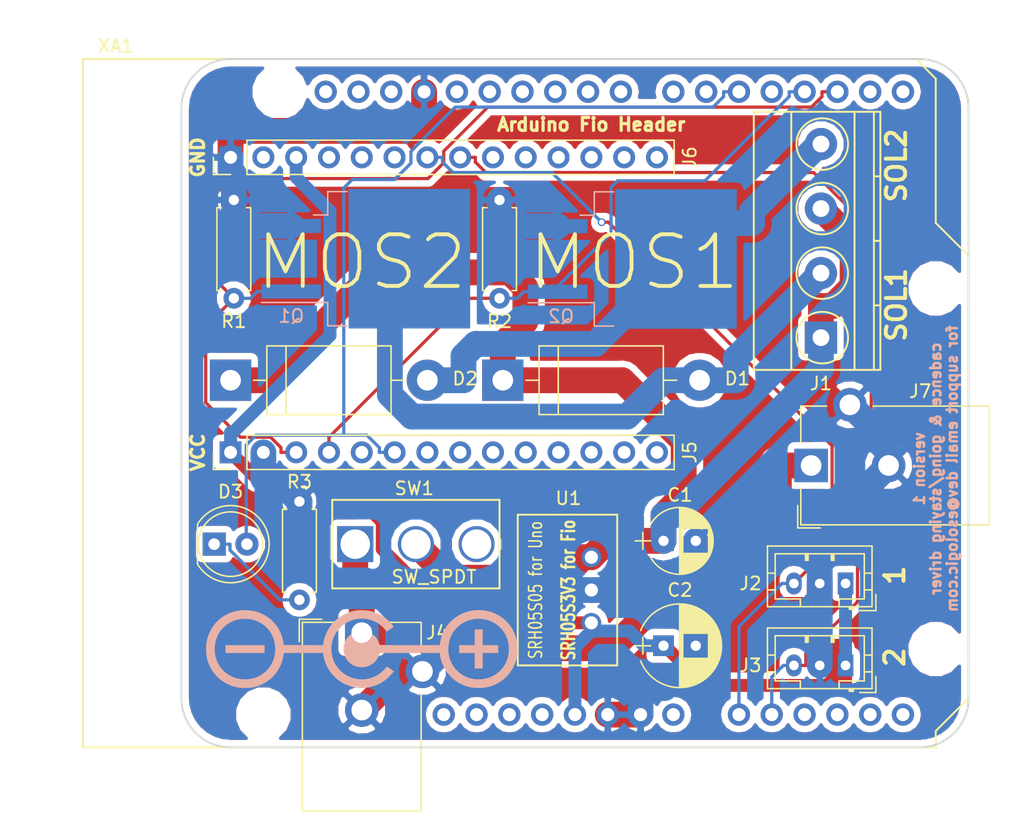
<source format=kicad_pcb>
(kicad_pcb (version 20171130) (host pcbnew "(5.0.1)-3")

  (general
    (thickness 1.6)
    (drawings 24)
    (tracks 244)
    (zones 0)
    (modules 21)
    (nets 55)
  )

  (page A4)
  (layers
    (0 F.Cu signal)
    (31 B.Cu signal)
    (32 B.Adhes user)
    (33 F.Adhes user)
    (34 B.Paste user)
    (35 F.Paste user)
    (36 B.SilkS user)
    (37 F.SilkS user)
    (38 B.Mask user)
    (39 F.Mask user)
    (40 Dwgs.User user)
    (41 Cmts.User user)
    (42 Eco1.User user)
    (43 Eco2.User user)
    (44 Edge.Cuts user)
    (45 Margin user)
    (46 B.CrtYd user)
    (47 F.CrtYd user)
    (48 B.Fab user)
    (49 F.Fab user hide)
  )

  (setup
    (last_trace_width 0.25)
    (trace_clearance 0.2)
    (zone_clearance 0.508)
    (zone_45_only no)
    (trace_min 0.2)
    (segment_width 0.2)
    (edge_width 0.15)
    (via_size 0.6)
    (via_drill 0.4)
    (via_min_size 0.4)
    (via_min_drill 0.3)
    (uvia_size 0.3)
    (uvia_drill 0.1)
    (uvias_allowed no)
    (uvia_min_size 0.2)
    (uvia_min_drill 0.1)
    (pcb_text_width 0.3)
    (pcb_text_size 1.5 1.5)
    (mod_edge_width 0.15)
    (mod_text_size 1 1)
    (mod_text_width 0.15)
    (pad_size 1.524 1.524)
    (pad_drill 0.762)
    (pad_to_mask_clearance 0.2)
    (solder_mask_min_width 0.25)
    (aux_axis_origin 0 0)
    (visible_elements 7FFFFFFF)
    (pcbplotparams
      (layerselection 0x00030_80000001)
      (usegerberextensions false)
      (usegerberattributes false)
      (usegerberadvancedattributes false)
      (creategerberjobfile false)
      (excludeedgelayer true)
      (linewidth 0.100000)
      (plotframeref false)
      (viasonmask false)
      (mode 1)
      (useauxorigin false)
      (hpglpennumber 1)
      (hpglpenspeed 20)
      (hpglpendiameter 15.000000)
      (psnegative false)
      (psa4output false)
      (plotreference true)
      (plotvalue true)
      (plotinvisibletext false)
      (padsonsilk false)
      (subtractmaskfromsilk false)
      (outputformat 1)
      (mirror false)
      (drillshape 1)
      (scaleselection 1)
      (outputdirectory ""))
  )

  (net 0 "")
  (net 1 +12V)
  (net 2 SOLENOID2_PIN)
  (net 3 GND)
  (net 4 SOLENOID1_PIN)
  (net 5 PULSE1_PIN)
  (net 6 "Net-(XA1-PadVIN)")
  (net 7 "Net-(XA1-Pad3V3)")
  (net 8 "Net-(XA1-PadRST1)")
  (net 9 "Net-(XA1-PadIORF)")
  (net 10 "Net-(XA1-PadD0)")
  (net 11 "Net-(XA1-PadD1)")
  (net 12 "Net-(XA1-PadD4)")
  (net 13 "Net-(XA1-PadD6)")
  (net 14 "Net-(XA1-PadD7)")
  (net 15 "Net-(XA1-PadD8)")
  (net 16 "Net-(XA1-PadD9)")
  (net 17 "Net-(XA1-PadD10)")
  (net 18 "Net-(XA1-PadSCL)")
  (net 19 "Net-(XA1-PadSDA)")
  (net 20 "Net-(XA1-PadAREF)")
  (net 21 "Net-(XA1-PadD13)")
  (net 22 PULSE2_PIN)
  (net 23 "Net-(XA1-PadA2)")
  (net 24 "Net-(XA1-PadA3)")
  (net 25 "Net-(XA1-PadA4)")
  (net 26 "Net-(XA1-PadA5)")
  (net 27 /S1_PATH)
  (net 28 /S2_PATH)
  (net 29 "Net-(SW1-Pad3)")
  (net 30 VCC)
  (net 31 /D13)
  (net 32 /D12)
  (net 33 /D11)
  (net 34 /D10)
  (net 35 /D9)
  (net 36 /D8)
  (net 37 /D7)
  (net 38 /D6)
  (net 39 /D4)
  (net 40 /AREF)
  (net 41 /RXI)
  (net 42 /TX0)
  (net 43 /DTR)
  (net 44 /A2)
  (net 45 /A3)
  (net 46 /A4)
  (net 47 /A5)
  (net 48 /A6)
  (net 49 /A7)
  (net 50 "Net-(XA1-PadD12)")
  (net 51 "Net-(XA1-PadD11)")
  (net 52 /INLET)
  (net 53 STATUS_LED)
  (net 54 "Net-(D3-Pad1)")

  (net_class Default "This is the default net class."
    (clearance 0.2)
    (trace_width 0.25)
    (via_dia 0.6)
    (via_drill 0.4)
    (uvia_dia 0.3)
    (uvia_drill 0.1)
    (add_net /A2)
    (add_net /A3)
    (add_net /A4)
    (add_net /A5)
    (add_net /A6)
    (add_net /A7)
    (add_net /AREF)
    (add_net /D10)
    (add_net /D11)
    (add_net /D12)
    (add_net /D13)
    (add_net /D4)
    (add_net /D6)
    (add_net /D7)
    (add_net /D8)
    (add_net /D9)
    (add_net /DTR)
    (add_net /RXI)
    (add_net /TX0)
    (add_net "Net-(D3-Pad1)")
    (add_net "Net-(SW1-Pad3)")
    (add_net "Net-(XA1-Pad3V3)")
    (add_net "Net-(XA1-PadA2)")
    (add_net "Net-(XA1-PadA3)")
    (add_net "Net-(XA1-PadA4)")
    (add_net "Net-(XA1-PadA5)")
    (add_net "Net-(XA1-PadAREF)")
    (add_net "Net-(XA1-PadD0)")
    (add_net "Net-(XA1-PadD1)")
    (add_net "Net-(XA1-PadD10)")
    (add_net "Net-(XA1-PadD11)")
    (add_net "Net-(XA1-PadD12)")
    (add_net "Net-(XA1-PadD13)")
    (add_net "Net-(XA1-PadD4)")
    (add_net "Net-(XA1-PadD6)")
    (add_net "Net-(XA1-PadD7)")
    (add_net "Net-(XA1-PadD8)")
    (add_net "Net-(XA1-PadD9)")
    (add_net "Net-(XA1-PadIORF)")
    (add_net "Net-(XA1-PadRST1)")
    (add_net "Net-(XA1-PadSCL)")
    (add_net "Net-(XA1-PadSDA)")
    (add_net "Net-(XA1-PadVIN)")
    (add_net PULSE1_PIN)
    (add_net PULSE2_PIN)
    (add_net SOLENOID1_PIN)
    (add_net SOLENOID2_PIN)
    (add_net STATUS_LED)
  )

  (net_class "Device Power" ""
    (clearance 0.2)
    (trace_width 1)
    (via_dia 2.4)
    (via_drill 1.6)
    (uvia_dia 0.3)
    (uvia_drill 0.1)
    (add_net VCC)
  )

  (net_class Power ""
    (clearance 0.2)
    (trace_width 2)
    (via_dia 4.8)
    (via_drill 3.2)
    (uvia_dia 0.3)
    (uvia_drill 0.1)
    (add_net +12V)
    (add_net /INLET)
    (add_net /S1_PATH)
    (add_net /S2_PATH)
    (add_net GND)
  )

  (module Arduino:Arduino_Uno_Shield (layer F.Cu) (tedit 5BCD6302) (tstamp 5BCD9B43)
    (at 120.65 113.03)
    (descr https://store.arduino.cc/arduino-uno-rev3)
    (path /5BC786EE)
    (fp_text reference XA1 (at 2.54 -54.356) (layer F.SilkS)
      (effects (font (size 1 1) (thickness 0.15)))
    )
    (fp_text value Arduino_Uno_Shield (at 15.494 -54.356) (layer F.Fab)
      (effects (font (size 1 1) (thickness 0.15)))
    )
    (fp_line (start 0 -53.34) (end 64.516 -53.34) (layer F.SilkS) (width 0.15))
    (fp_line (start 0 0) (end 66.04 0) (layer F.SilkS) (width 0.15))
    (fp_line (start 64.516 -53.34) (end 66.04 -51.816) (layer F.SilkS) (width 0.15))
    (fp_line (start 66.04 0) (end 66.04 -1.27) (layer F.SilkS) (width 0.15))
    (fp_line (start 66.04 -1.27) (end 68.58 -3.81) (layer F.SilkS) (width 0.15))
    (fp_line (start 68.58 -3.81) (end 68.58 -38.1) (layer F.SilkS) (width 0.15))
    (fp_line (start 68.58 -38.1) (end 66.04 -40.64) (layer F.SilkS) (width 0.15))
    (fp_line (start 66.04 -40.64) (end 66.04 -51.816) (layer F.SilkS) (width 0.15))
    (fp_line (start 0 -53.34) (end 0 0) (layer F.SilkS) (width 0.15))
    (fp_line (start -1.905 -12.065) (end 11.43 -12.065) (layer B.CrtYd) (width 0.15))
    (fp_line (start -1.905 -12.065) (end -1.905 -3.175) (layer B.CrtYd) (width 0.15))
    (fp_line (start -1.905 -3.175) (end 11.43 -3.175) (layer B.CrtYd) (width 0.15))
    (fp_line (start 11.43 -12.065) (end 11.43 -3.175) (layer B.CrtYd) (width 0.15))
    (fp_line (start -6.35 -43.815) (end -6.35 -32.385) (layer B.CrtYd) (width 0.15))
    (fp_line (start 9.525 -43.815) (end 9.525 -32.385) (layer B.CrtYd) (width 0.15))
    (fp_line (start 9.525 -43.815) (end -6.35 -43.815) (layer B.CrtYd) (width 0.15))
    (fp_line (start 9.525 -32.385) (end -6.35 -32.385) (layer B.CrtYd) (width 0.15))
    (pad A5 thru_hole oval (at 63.5 -2.54) (size 1.7272 1.7272) (drill 1.016) (layers *.Cu *.Mask)
      (net 26 "Net-(XA1-PadA5)"))
    (pad A4 thru_hole oval (at 60.96 -2.54) (size 1.7272 1.7272) (drill 1.016) (layers *.Cu *.Mask)
      (net 25 "Net-(XA1-PadA4)"))
    (pad A3 thru_hole oval (at 58.42 -2.54) (size 1.7272 1.7272) (drill 1.016) (layers *.Cu *.Mask)
      (net 24 "Net-(XA1-PadA3)"))
    (pad A2 thru_hole oval (at 55.88 -2.54) (size 1.7272 1.7272) (drill 1.016) (layers *.Cu *.Mask)
      (net 23 "Net-(XA1-PadA2)"))
    (pad A1 thru_hole oval (at 53.34 -2.54) (size 1.7272 1.7272) (drill 1.016) (layers *.Cu *.Mask)
      (net 22 PULSE2_PIN))
    (pad "" thru_hole oval (at 27.94 -2.54) (size 1.7272 1.7272) (drill 1.016) (layers *.Cu *.Mask))
    (pad D11 thru_hole oval (at 34.036 -50.8) (size 1.7272 1.7272) (drill 1.016) (layers *.Cu *.Mask)
      (net 51 "Net-(XA1-PadD11)"))
    (pad D12 thru_hole oval (at 31.496 -50.8) (size 1.7272 1.7272) (drill 1.016) (layers *.Cu *.Mask)
      (net 50 "Net-(XA1-PadD12)"))
    (pad D13 thru_hole oval (at 28.956 -50.8) (size 1.7272 1.7272) (drill 1.016) (layers *.Cu *.Mask)
      (net 21 "Net-(XA1-PadD13)"))
    (pad AREF thru_hole oval (at 23.876 -50.8) (size 1.7272 1.7272) (drill 1.016) (layers *.Cu *.Mask)
      (net 20 "Net-(XA1-PadAREF)"))
    (pad SDA thru_hole oval (at 21.336 -50.8) (size 1.7272 1.7272) (drill 1.016) (layers *.Cu *.Mask)
      (net 19 "Net-(XA1-PadSDA)"))
    (pad SCL thru_hole oval (at 18.796 -50.8) (size 1.7272 1.7272) (drill 1.016) (layers *.Cu *.Mask)
      (net 18 "Net-(XA1-PadSCL)"))
    (pad "" np_thru_hole circle (at 13.97 -2.54) (size 3.2 3.2) (drill 3.2) (layers *.Cu *.Mask))
    (pad "" np_thru_hole circle (at 15.24 -50.8) (size 3.2 3.2) (drill 3.2) (layers *.Cu *.Mask))
    (pad "" np_thru_hole circle (at 66.04 -35.56) (size 3.2 3.2) (drill 3.2) (layers *.Cu *.Mask))
    (pad "" np_thru_hole circle (at 66.04 -7.62) (size 3.2 3.2) (drill 3.2) (layers *.Cu *.Mask))
    (pad D10 thru_hole oval (at 36.576 -50.8) (size 1.7272 1.7272) (drill 1.016) (layers *.Cu *.Mask)
      (net 17 "Net-(XA1-PadD10)"))
    (pad D9 thru_hole oval (at 39.116 -50.8) (size 1.7272 1.7272) (drill 1.016) (layers *.Cu *.Mask)
      (net 16 "Net-(XA1-PadD9)"))
    (pad D8 thru_hole oval (at 41.656 -50.8) (size 1.7272 1.7272) (drill 1.016) (layers *.Cu *.Mask)
      (net 15 "Net-(XA1-PadD8)"))
    (pad GND1 thru_hole oval (at 26.416 -50.8) (size 1.7272 1.7272) (drill 1.016) (layers *.Cu *.Mask)
      (net 3 GND))
    (pad D7 thru_hole oval (at 45.72 -50.8) (size 1.7272 1.7272) (drill 1.016) (layers *.Cu *.Mask)
      (net 14 "Net-(XA1-PadD7)"))
    (pad D6 thru_hole oval (at 48.26 -50.8) (size 1.7272 1.7272) (drill 1.016) (layers *.Cu *.Mask)
      (net 13 "Net-(XA1-PadD6)"))
    (pad D5 thru_hole oval (at 50.8 -50.8) (size 1.7272 1.7272) (drill 1.016) (layers *.Cu *.Mask)
      (net 53 STATUS_LED))
    (pad D4 thru_hole oval (at 53.34 -50.8) (size 1.7272 1.7272) (drill 1.016) (layers *.Cu *.Mask)
      (net 12 "Net-(XA1-PadD4)"))
    (pad D3 thru_hole oval (at 55.88 -50.8) (size 1.7272 1.7272) (drill 1.016) (layers *.Cu *.Mask)
      (net 2 SOLENOID2_PIN))
    (pad D2 thru_hole oval (at 58.42 -50.8) (size 1.7272 1.7272) (drill 1.016) (layers *.Cu *.Mask)
      (net 4 SOLENOID1_PIN))
    (pad D1 thru_hole oval (at 60.96 -50.8) (size 1.7272 1.7272) (drill 1.016) (layers *.Cu *.Mask)
      (net 11 "Net-(XA1-PadD1)"))
    (pad D0 thru_hole oval (at 63.5 -50.8) (size 1.7272 1.7272) (drill 1.016) (layers *.Cu *.Mask)
      (net 10 "Net-(XA1-PadD0)"))
    (pad IORF thru_hole oval (at 30.48 -2.54) (size 1.7272 1.7272) (drill 1.016) (layers *.Cu *.Mask)
      (net 9 "Net-(XA1-PadIORF)"))
    (pad RST1 thru_hole oval (at 33.02 -2.54) (size 1.7272 1.7272) (drill 1.016) (layers *.Cu *.Mask)
      (net 8 "Net-(XA1-PadRST1)"))
    (pad 3V3 thru_hole oval (at 35.56 -2.54) (size 1.7272 1.7272) (drill 1.016) (layers *.Cu *.Mask)
      (net 7 "Net-(XA1-Pad3V3)"))
    (pad 5V1 thru_hole oval (at 38.1 -2.54) (size 1.7272 1.7272) (drill 1.016) (layers *.Cu *.Mask)
      (net 30 VCC))
    (pad GND2 thru_hole oval (at 40.64 -2.54) (size 1.7272 1.7272) (drill 1.016) (layers *.Cu *.Mask)
      (net 3 GND))
    (pad GND3 thru_hole oval (at 43.18 -2.54) (size 1.7272 1.7272) (drill 1.016) (layers *.Cu *.Mask)
      (net 3 GND))
    (pad VIN thru_hole oval (at 45.72 -2.54) (size 1.7272 1.7272) (drill 1.016) (layers *.Cu *.Mask)
      (net 6 "Net-(XA1-PadVIN)"))
    (pad A0 thru_hole oval (at 50.8 -2.54) (size 1.7272 1.7272) (drill 1.016) (layers *.Cu *.Mask)
      (net 5 PULSE1_PIN))
  )

  (module 1101M2S3CQE2:1101M2S3CQE2 (layer F.Cu) (tedit 5BD0E365) (tstamp 5BCD84F7)
    (at 151.13 97.282 90)
    (path /5BCB1A2E)
    (fp_text reference SW1 (at 4.318 -4.826 180) (layer F.SilkS)
      (effects (font (size 1 1) (thickness 0.15)))
    )
    (fp_text value SW_SPDT (at -2.54 -3.302) (layer F.SilkS)
      (effects (font (size 1 1) (thickness 0.15)))
    )
    (fp_line (start 3.556 1.905) (end -3.556 1.905) (layer F.CrtYd) (width 0.1524))
    (fp_line (start 3.556 -11.303) (end 3.556 1.905) (layer F.CrtYd) (width 0.1524))
    (fp_line (start -3.556 -11.303) (end 3.556 -11.303) (layer F.CrtYd) (width 0.1524))
    (fp_line (start -3.556 1.905) (end -3.556 -11.303) (layer F.CrtYd) (width 0.1524))
    (fp_line (start -3.302 -11.049) (end -3.302 1.651) (layer F.Fab) (width 0.1524))
    (fp_line (start 3.302 -11.049) (end -3.302 -11.049) (layer F.Fab) (width 0.1524))
    (fp_line (start 3.302 1.651) (end 3.302 -11.049) (layer F.Fab) (width 0.1524))
    (fp_line (start -3.302 1.651) (end 3.302 1.651) (layer F.Fab) (width 0.1524))
    (fp_line (start -3.429 -11.176) (end -3.429 1.778) (layer F.SilkS) (width 0.1524))
    (fp_line (start 3.429 -11.176) (end -3.429 -11.176) (layer F.SilkS) (width 0.1524))
    (fp_line (start 3.429 1.778) (end 3.429 -11.176) (layer F.SilkS) (width 0.1524))
    (fp_line (start -3.429 1.778) (end 3.429 1.778) (layer F.SilkS) (width 0.1524))
    (fp_line (start 1.9304 -1.6891) (end -1.9304 -1.6891) (layer F.Fab) (width 0.1524))
    (fp_line (start 1.9304 -7.7089) (end 1.9304 -1.6891) (layer F.Fab) (width 0.1524))
    (fp_line (start -1.9304 -7.7089) (end 1.9304 -7.7089) (layer F.Fab) (width 0.1524))
    (fp_line (start -1.9304 -1.6891) (end -1.9304 -7.7089) (layer F.Fab) (width 0.1524))
    (fp_text user * (at -2.921 -9.398 90) (layer F.Fab)
      (effects (font (size 1 1) (thickness 0.15)))
    )
    (fp_text user "Copyright 2016 Accelerated Designs. All rights reserved." (at 0 0 90) (layer Cmts.User)
      (effects (font (size 0.127 0.127) (thickness 0.002)))
    )
    (pad 3 thru_hole circle (at 0 0 90) (size 2.794 2.794) (drill 2.286) (layers *.Cu *.Mask)
      (net 29 "Net-(SW1-Pad3)"))
    (pad 2 thru_hole circle (at 0 -4.699 90) (size 2.794 2.794) (drill 2.286) (layers *.Cu *.Mask)
      (net 1 +12V))
    (pad 1 thru_hole rect (at 0 -9.398 90) (size 2.794 2.794) (drill 2.286) (layers *.Cu *.Mask)
      (net 52 /INLET))
  )

  (module SRH05S05:SRH05S05 (layer F.Cu) (tedit 5BC807B4) (tstamp 5BCDB173)
    (at 160.02 98.298 270)
    (path /5BC7C5FE)
    (fp_text reference U1 (at -4.572 1.778 180) (layer F.SilkS)
      (effects (font (size 1 1) (thickness 0.15)))
    )
    (fp_text value "SRH05S05 / SRH05S3V3" (at 2.54 2.54 270) (layer F.Fab)
      (effects (font (size 1 1) (thickness 0.15)))
    )
    (fp_line (start -3.81 6.35) (end -3.81 -2.54) (layer F.CrtYd) (width 0.05))
    (fp_line (start 8.89 6.35) (end -3.81 6.35) (layer F.CrtYd) (width 0.05))
    (fp_line (start 8.89 -2.54) (end 8.89 6.35) (layer F.CrtYd) (width 0.05))
    (fp_line (start -3.81 -2.54) (end 8.89 -2.54) (layer F.CrtYd) (width 0.05))
    (fp_line (start 8.38 -2) (end 8.38 5.7) (layer F.SilkS) (width 0.15))
    (fp_line (start -3.3 -2) (end -3.3 5.7) (layer F.SilkS) (width 0.15))
    (fp_line (start -3.3 5.7) (end 8.38 5.7) (layer F.SilkS) (width 0.15))
    (fp_line (start -3.3 -2) (end 8.38 -2) (layer F.SilkS) (width 0.15))
    (pad 3 thru_hole circle (at 5.08 0 270) (size 1.524 1.524) (drill 1.016) (layers *.Cu *.Mask)
      (net 30 VCC))
    (pad 2 thru_hole circle (at 2.54 0 270) (size 1.524 1.524) (drill 1.016) (layers *.Cu *.Mask)
      (net 3 GND))
    (pad 1 thru_hole circle (at 0 0 270) (size 1.524 1.524) (drill 1.016) (layers *.Cu *.Mask)
      (net 1 +12V))
  )

  (module Diodes_THT:D_DO-201AD_P15.24mm_Horizontal (layer F.Cu) (tedit 5921392E) (tstamp 5BCD7D92)
    (at 153.162 84.582)
    (descr "D, DO-201AD series, Axial, Horizontal, pin pitch=15.24mm, , length*diameter=9.5*5.2mm^2, , http://www.diodes.com/_files/packages/DO-201AD.pdf")
    (tags "D DO-201AD series Axial Horizontal pin pitch 15.24mm  length 9.5mm diameter 5.2mm")
    (path /5BA69706)
    (fp_text reference D1 (at 18.161 -0.127 -180) (layer F.SilkS)
      (effects (font (size 1 1) (thickness 0.15)))
    )
    (fp_text value SB5100E-G (at 7.62 3.66) (layer F.Fab)
      (effects (font (size 1 1) (thickness 0.15)))
    )
    (fp_text user %R (at 7.62 0) (layer F.Fab)
      (effects (font (size 1 1) (thickness 0.15)))
    )
    (fp_line (start 2.87 -2.6) (end 2.87 2.6) (layer F.Fab) (width 0.1))
    (fp_line (start 2.87 2.6) (end 12.37 2.6) (layer F.Fab) (width 0.1))
    (fp_line (start 12.37 2.6) (end 12.37 -2.6) (layer F.Fab) (width 0.1))
    (fp_line (start 12.37 -2.6) (end 2.87 -2.6) (layer F.Fab) (width 0.1))
    (fp_line (start 0 0) (end 2.87 0) (layer F.Fab) (width 0.1))
    (fp_line (start 15.24 0) (end 12.37 0) (layer F.Fab) (width 0.1))
    (fp_line (start 4.295 -2.6) (end 4.295 2.6) (layer F.Fab) (width 0.1))
    (fp_line (start 2.81 -2.66) (end 2.81 2.66) (layer F.SilkS) (width 0.12))
    (fp_line (start 2.81 2.66) (end 12.43 2.66) (layer F.SilkS) (width 0.12))
    (fp_line (start 12.43 2.66) (end 12.43 -2.66) (layer F.SilkS) (width 0.12))
    (fp_line (start 12.43 -2.66) (end 2.81 -2.66) (layer F.SilkS) (width 0.12))
    (fp_line (start 1.78 0) (end 2.81 0) (layer F.SilkS) (width 0.12))
    (fp_line (start 13.46 0) (end 12.43 0) (layer F.SilkS) (width 0.12))
    (fp_line (start 4.295 -2.66) (end 4.295 2.66) (layer F.SilkS) (width 0.12))
    (fp_line (start -1.85 -2.95) (end -1.85 2.95) (layer F.CrtYd) (width 0.05))
    (fp_line (start -1.85 2.95) (end 17.1 2.95) (layer F.CrtYd) (width 0.05))
    (fp_line (start 17.1 2.95) (end 17.1 -2.95) (layer F.CrtYd) (width 0.05))
    (fp_line (start 17.1 -2.95) (end -1.85 -2.95) (layer F.CrtYd) (width 0.05))
    (pad 1 thru_hole rect (at 0 0) (size 3.2 3.2) (drill 1.6) (layers *.Cu *.Mask)
      (net 1 +12V))
    (pad 2 thru_hole oval (at 15.24 0) (size 3.2 3.2) (drill 1.6) (layers *.Cu *.Mask)
      (net 27 /S1_PATH))
    (model ${KISYS3DMOD}/Diodes_THT.3dshapes/D_DO-201AD_P15.24mm_Horizontal.wrl
      (at (xyz 0 0 0))
      (scale (xyz 0.393701 0.393701 0.393701))
      (rotate (xyz 0 0 0))
    )
  )

  (module Diodes_THT:D_DO-201AD_P15.24mm_Horizontal (layer F.Cu) (tedit 5921392E) (tstamp 5BC8B555)
    (at 132.08 84.582)
    (descr "D, DO-201AD series, Axial, Horizontal, pin pitch=15.24mm, , length*diameter=9.5*5.2mm^2, , http://www.diodes.com/_files/packages/DO-201AD.pdf")
    (tags "D DO-201AD series Axial Horizontal pin pitch 15.24mm  length 9.5mm diameter 5.2mm")
    (path /5BA6B2A7)
    (fp_text reference D2 (at 18.161 -0.127) (layer F.SilkS)
      (effects (font (size 1 1) (thickness 0.15)))
    )
    (fp_text value SB5100E-G (at 7.62 3.66) (layer F.Fab)
      (effects (font (size 1 1) (thickness 0.15)))
    )
    (fp_text user %R (at 7.62 0) (layer F.Fab)
      (effects (font (size 1 1) (thickness 0.15)))
    )
    (fp_line (start 2.87 -2.6) (end 2.87 2.6) (layer F.Fab) (width 0.1))
    (fp_line (start 2.87 2.6) (end 12.37 2.6) (layer F.Fab) (width 0.1))
    (fp_line (start 12.37 2.6) (end 12.37 -2.6) (layer F.Fab) (width 0.1))
    (fp_line (start 12.37 -2.6) (end 2.87 -2.6) (layer F.Fab) (width 0.1))
    (fp_line (start 0 0) (end 2.87 0) (layer F.Fab) (width 0.1))
    (fp_line (start 15.24 0) (end 12.37 0) (layer F.Fab) (width 0.1))
    (fp_line (start 4.295 -2.6) (end 4.295 2.6) (layer F.Fab) (width 0.1))
    (fp_line (start 2.81 -2.66) (end 2.81 2.66) (layer F.SilkS) (width 0.12))
    (fp_line (start 2.81 2.66) (end 12.43 2.66) (layer F.SilkS) (width 0.12))
    (fp_line (start 12.43 2.66) (end 12.43 -2.66) (layer F.SilkS) (width 0.12))
    (fp_line (start 12.43 -2.66) (end 2.81 -2.66) (layer F.SilkS) (width 0.12))
    (fp_line (start 1.78 0) (end 2.81 0) (layer F.SilkS) (width 0.12))
    (fp_line (start 13.46 0) (end 12.43 0) (layer F.SilkS) (width 0.12))
    (fp_line (start 4.295 -2.66) (end 4.295 2.66) (layer F.SilkS) (width 0.12))
    (fp_line (start -1.85 -2.95) (end -1.85 2.95) (layer F.CrtYd) (width 0.05))
    (fp_line (start -1.85 2.95) (end 17.1 2.95) (layer F.CrtYd) (width 0.05))
    (fp_line (start 17.1 2.95) (end 17.1 -2.95) (layer F.CrtYd) (width 0.05))
    (fp_line (start 17.1 -2.95) (end -1.85 -2.95) (layer F.CrtYd) (width 0.05))
    (pad 1 thru_hole rect (at 0 0) (size 3.2 3.2) (drill 1.6) (layers *.Cu *.Mask)
      (net 1 +12V))
    (pad 2 thru_hole oval (at 15.24 0) (size 3.2 3.2) (drill 1.6) (layers *.Cu *.Mask)
      (net 28 /S2_PATH))
    (model ${KISYS3DMOD}/Diodes_THT.3dshapes/D_DO-201AD_P15.24mm_Horizontal.wrl
      (at (xyz 0 0 0))
      (scale (xyz 0.393701 0.393701 0.393701))
      (rotate (xyz 0 0 0))
    )
  )

  (module Capacitors_THT:CP_Radial_D5.0mm_P2.50mm (layer F.Cu) (tedit 597BC7C2) (tstamp 5BCDE560)
    (at 165.608 97.028)
    (descr "CP, Radial series, Radial, pin pitch=2.50mm, , diameter=5mm, Electrolytic Capacitor")
    (tags "CP Radial series Radial pin pitch 2.50mm  diameter 5mm Electrolytic Capacitor")
    (path /5BC7A789)
    (fp_text reference C1 (at 1.27 -3.556) (layer F.SilkS)
      (effects (font (size 1 1) (thickness 0.15)))
    )
    (fp_text value 0.33uF (at 1.25 3.81) (layer F.Fab)
      (effects (font (size 1 1) (thickness 0.15)))
    )
    (fp_text user %R (at 1.25 0) (layer F.Fab)
      (effects (font (size 1 1) (thickness 0.15)))
    )
    (fp_line (start 4.1 -2.85) (end -1.6 -2.85) (layer F.CrtYd) (width 0.05))
    (fp_line (start 4.1 2.85) (end 4.1 -2.85) (layer F.CrtYd) (width 0.05))
    (fp_line (start -1.6 2.85) (end 4.1 2.85) (layer F.CrtYd) (width 0.05))
    (fp_line (start -1.6 -2.85) (end -1.6 2.85) (layer F.CrtYd) (width 0.05))
    (fp_line (start -1.6 -0.65) (end -1.6 0.65) (layer F.SilkS) (width 0.12))
    (fp_line (start -2.2 0) (end -1 0) (layer F.SilkS) (width 0.12))
    (fp_line (start 3.811 -0.354) (end 3.811 0.354) (layer F.SilkS) (width 0.12))
    (fp_line (start 3.771 -0.559) (end 3.771 0.559) (layer F.SilkS) (width 0.12))
    (fp_line (start 3.731 -0.707) (end 3.731 0.707) (layer F.SilkS) (width 0.12))
    (fp_line (start 3.691 -0.829) (end 3.691 0.829) (layer F.SilkS) (width 0.12))
    (fp_line (start 3.651 -0.934) (end 3.651 0.934) (layer F.SilkS) (width 0.12))
    (fp_line (start 3.611 -1.028) (end 3.611 1.028) (layer F.SilkS) (width 0.12))
    (fp_line (start 3.571 -1.112) (end 3.571 1.112) (layer F.SilkS) (width 0.12))
    (fp_line (start 3.531 -1.189) (end 3.531 1.189) (layer F.SilkS) (width 0.12))
    (fp_line (start 3.491 -1.261) (end 3.491 1.261) (layer F.SilkS) (width 0.12))
    (fp_line (start 3.451 0.98) (end 3.451 1.327) (layer F.SilkS) (width 0.12))
    (fp_line (start 3.451 -1.327) (end 3.451 -0.98) (layer F.SilkS) (width 0.12))
    (fp_line (start 3.411 0.98) (end 3.411 1.39) (layer F.SilkS) (width 0.12))
    (fp_line (start 3.411 -1.39) (end 3.411 -0.98) (layer F.SilkS) (width 0.12))
    (fp_line (start 3.371 0.98) (end 3.371 1.448) (layer F.SilkS) (width 0.12))
    (fp_line (start 3.371 -1.448) (end 3.371 -0.98) (layer F.SilkS) (width 0.12))
    (fp_line (start 3.331 0.98) (end 3.331 1.504) (layer F.SilkS) (width 0.12))
    (fp_line (start 3.331 -1.504) (end 3.331 -0.98) (layer F.SilkS) (width 0.12))
    (fp_line (start 3.291 0.98) (end 3.291 1.556) (layer F.SilkS) (width 0.12))
    (fp_line (start 3.291 -1.556) (end 3.291 -0.98) (layer F.SilkS) (width 0.12))
    (fp_line (start 3.251 0.98) (end 3.251 1.606) (layer F.SilkS) (width 0.12))
    (fp_line (start 3.251 -1.606) (end 3.251 -0.98) (layer F.SilkS) (width 0.12))
    (fp_line (start 3.211 0.98) (end 3.211 1.654) (layer F.SilkS) (width 0.12))
    (fp_line (start 3.211 -1.654) (end 3.211 -0.98) (layer F.SilkS) (width 0.12))
    (fp_line (start 3.171 0.98) (end 3.171 1.699) (layer F.SilkS) (width 0.12))
    (fp_line (start 3.171 -1.699) (end 3.171 -0.98) (layer F.SilkS) (width 0.12))
    (fp_line (start 3.131 0.98) (end 3.131 1.742) (layer F.SilkS) (width 0.12))
    (fp_line (start 3.131 -1.742) (end 3.131 -0.98) (layer F.SilkS) (width 0.12))
    (fp_line (start 3.091 0.98) (end 3.091 1.783) (layer F.SilkS) (width 0.12))
    (fp_line (start 3.091 -1.783) (end 3.091 -0.98) (layer F.SilkS) (width 0.12))
    (fp_line (start 3.051 0.98) (end 3.051 1.823) (layer F.SilkS) (width 0.12))
    (fp_line (start 3.051 -1.823) (end 3.051 -0.98) (layer F.SilkS) (width 0.12))
    (fp_line (start 3.011 0.98) (end 3.011 1.861) (layer F.SilkS) (width 0.12))
    (fp_line (start 3.011 -1.861) (end 3.011 -0.98) (layer F.SilkS) (width 0.12))
    (fp_line (start 2.971 0.98) (end 2.971 1.897) (layer F.SilkS) (width 0.12))
    (fp_line (start 2.971 -1.897) (end 2.971 -0.98) (layer F.SilkS) (width 0.12))
    (fp_line (start 2.931 0.98) (end 2.931 1.932) (layer F.SilkS) (width 0.12))
    (fp_line (start 2.931 -1.932) (end 2.931 -0.98) (layer F.SilkS) (width 0.12))
    (fp_line (start 2.891 0.98) (end 2.891 1.965) (layer F.SilkS) (width 0.12))
    (fp_line (start 2.891 -1.965) (end 2.891 -0.98) (layer F.SilkS) (width 0.12))
    (fp_line (start 2.851 0.98) (end 2.851 1.997) (layer F.SilkS) (width 0.12))
    (fp_line (start 2.851 -1.997) (end 2.851 -0.98) (layer F.SilkS) (width 0.12))
    (fp_line (start 2.811 0.98) (end 2.811 2.028) (layer F.SilkS) (width 0.12))
    (fp_line (start 2.811 -2.028) (end 2.811 -0.98) (layer F.SilkS) (width 0.12))
    (fp_line (start 2.771 0.98) (end 2.771 2.058) (layer F.SilkS) (width 0.12))
    (fp_line (start 2.771 -2.058) (end 2.771 -0.98) (layer F.SilkS) (width 0.12))
    (fp_line (start 2.731 0.98) (end 2.731 2.086) (layer F.SilkS) (width 0.12))
    (fp_line (start 2.731 -2.086) (end 2.731 -0.98) (layer F.SilkS) (width 0.12))
    (fp_line (start 2.691 0.98) (end 2.691 2.113) (layer F.SilkS) (width 0.12))
    (fp_line (start 2.691 -2.113) (end 2.691 -0.98) (layer F.SilkS) (width 0.12))
    (fp_line (start 2.651 0.98) (end 2.651 2.14) (layer F.SilkS) (width 0.12))
    (fp_line (start 2.651 -2.14) (end 2.651 -0.98) (layer F.SilkS) (width 0.12))
    (fp_line (start 2.611 0.98) (end 2.611 2.165) (layer F.SilkS) (width 0.12))
    (fp_line (start 2.611 -2.165) (end 2.611 -0.98) (layer F.SilkS) (width 0.12))
    (fp_line (start 2.571 0.98) (end 2.571 2.189) (layer F.SilkS) (width 0.12))
    (fp_line (start 2.571 -2.189) (end 2.571 -0.98) (layer F.SilkS) (width 0.12))
    (fp_line (start 2.531 0.98) (end 2.531 2.212) (layer F.SilkS) (width 0.12))
    (fp_line (start 2.531 -2.212) (end 2.531 -0.98) (layer F.SilkS) (width 0.12))
    (fp_line (start 2.491 0.98) (end 2.491 2.234) (layer F.SilkS) (width 0.12))
    (fp_line (start 2.491 -2.234) (end 2.491 -0.98) (layer F.SilkS) (width 0.12))
    (fp_line (start 2.451 0.98) (end 2.451 2.256) (layer F.SilkS) (width 0.12))
    (fp_line (start 2.451 -2.256) (end 2.451 -0.98) (layer F.SilkS) (width 0.12))
    (fp_line (start 2.411 0.98) (end 2.411 2.276) (layer F.SilkS) (width 0.12))
    (fp_line (start 2.411 -2.276) (end 2.411 -0.98) (layer F.SilkS) (width 0.12))
    (fp_line (start 2.371 0.98) (end 2.371 2.296) (layer F.SilkS) (width 0.12))
    (fp_line (start 2.371 -2.296) (end 2.371 -0.98) (layer F.SilkS) (width 0.12))
    (fp_line (start 2.331 0.98) (end 2.331 2.315) (layer F.SilkS) (width 0.12))
    (fp_line (start 2.331 -2.315) (end 2.331 -0.98) (layer F.SilkS) (width 0.12))
    (fp_line (start 2.291 0.98) (end 2.291 2.333) (layer F.SilkS) (width 0.12))
    (fp_line (start 2.291 -2.333) (end 2.291 -0.98) (layer F.SilkS) (width 0.12))
    (fp_line (start 2.251 0.98) (end 2.251 2.35) (layer F.SilkS) (width 0.12))
    (fp_line (start 2.251 -2.35) (end 2.251 -0.98) (layer F.SilkS) (width 0.12))
    (fp_line (start 2.211 0.98) (end 2.211 2.366) (layer F.SilkS) (width 0.12))
    (fp_line (start 2.211 -2.366) (end 2.211 -0.98) (layer F.SilkS) (width 0.12))
    (fp_line (start 2.171 0.98) (end 2.171 2.382) (layer F.SilkS) (width 0.12))
    (fp_line (start 2.171 -2.382) (end 2.171 -0.98) (layer F.SilkS) (width 0.12))
    (fp_line (start 2.131 0.98) (end 2.131 2.396) (layer F.SilkS) (width 0.12))
    (fp_line (start 2.131 -2.396) (end 2.131 -0.98) (layer F.SilkS) (width 0.12))
    (fp_line (start 2.091 0.98) (end 2.091 2.41) (layer F.SilkS) (width 0.12))
    (fp_line (start 2.091 -2.41) (end 2.091 -0.98) (layer F.SilkS) (width 0.12))
    (fp_line (start 2.051 0.98) (end 2.051 2.424) (layer F.SilkS) (width 0.12))
    (fp_line (start 2.051 -2.424) (end 2.051 -0.98) (layer F.SilkS) (width 0.12))
    (fp_line (start 2.011 0.98) (end 2.011 2.436) (layer F.SilkS) (width 0.12))
    (fp_line (start 2.011 -2.436) (end 2.011 -0.98) (layer F.SilkS) (width 0.12))
    (fp_line (start 1.971 0.98) (end 1.971 2.448) (layer F.SilkS) (width 0.12))
    (fp_line (start 1.971 -2.448) (end 1.971 -0.98) (layer F.SilkS) (width 0.12))
    (fp_line (start 1.93 0.98) (end 1.93 2.46) (layer F.SilkS) (width 0.12))
    (fp_line (start 1.93 -2.46) (end 1.93 -0.98) (layer F.SilkS) (width 0.12))
    (fp_line (start 1.89 0.98) (end 1.89 2.47) (layer F.SilkS) (width 0.12))
    (fp_line (start 1.89 -2.47) (end 1.89 -0.98) (layer F.SilkS) (width 0.12))
    (fp_line (start 1.85 0.98) (end 1.85 2.48) (layer F.SilkS) (width 0.12))
    (fp_line (start 1.85 -2.48) (end 1.85 -0.98) (layer F.SilkS) (width 0.12))
    (fp_line (start 1.81 0.98) (end 1.81 2.489) (layer F.SilkS) (width 0.12))
    (fp_line (start 1.81 -2.489) (end 1.81 -0.98) (layer F.SilkS) (width 0.12))
    (fp_line (start 1.77 0.98) (end 1.77 2.498) (layer F.SilkS) (width 0.12))
    (fp_line (start 1.77 -2.498) (end 1.77 -0.98) (layer F.SilkS) (width 0.12))
    (fp_line (start 1.73 0.98) (end 1.73 2.506) (layer F.SilkS) (width 0.12))
    (fp_line (start 1.73 -2.506) (end 1.73 -0.98) (layer F.SilkS) (width 0.12))
    (fp_line (start 1.69 0.98) (end 1.69 2.513) (layer F.SilkS) (width 0.12))
    (fp_line (start 1.69 -2.513) (end 1.69 -0.98) (layer F.SilkS) (width 0.12))
    (fp_line (start 1.65 0.98) (end 1.65 2.519) (layer F.SilkS) (width 0.12))
    (fp_line (start 1.65 -2.519) (end 1.65 -0.98) (layer F.SilkS) (width 0.12))
    (fp_line (start 1.61 0.98) (end 1.61 2.525) (layer F.SilkS) (width 0.12))
    (fp_line (start 1.61 -2.525) (end 1.61 -0.98) (layer F.SilkS) (width 0.12))
    (fp_line (start 1.57 0.98) (end 1.57 2.531) (layer F.SilkS) (width 0.12))
    (fp_line (start 1.57 -2.531) (end 1.57 -0.98) (layer F.SilkS) (width 0.12))
    (fp_line (start 1.53 0.98) (end 1.53 2.535) (layer F.SilkS) (width 0.12))
    (fp_line (start 1.53 -2.535) (end 1.53 -0.98) (layer F.SilkS) (width 0.12))
    (fp_line (start 1.49 -2.539) (end 1.49 2.539) (layer F.SilkS) (width 0.12))
    (fp_line (start 1.45 -2.543) (end 1.45 2.543) (layer F.SilkS) (width 0.12))
    (fp_line (start 1.41 -2.546) (end 1.41 2.546) (layer F.SilkS) (width 0.12))
    (fp_line (start 1.37 -2.548) (end 1.37 2.548) (layer F.SilkS) (width 0.12))
    (fp_line (start 1.33 -2.549) (end 1.33 2.549) (layer F.SilkS) (width 0.12))
    (fp_line (start 1.29 -2.55) (end 1.29 2.55) (layer F.SilkS) (width 0.12))
    (fp_line (start 1.25 -2.55) (end 1.25 2.55) (layer F.SilkS) (width 0.12))
    (fp_line (start -1.6 -0.65) (end -1.6 0.65) (layer F.Fab) (width 0.1))
    (fp_line (start -2.2 0) (end -1 0) (layer F.Fab) (width 0.1))
    (fp_circle (center 1.25 0) (end 3.75 0) (layer F.Fab) (width 0.1))
    (fp_arc (start 1.25 0) (end 3.55558 -1.18) (angle 54.2) (layer F.SilkS) (width 0.12))
    (fp_arc (start 1.25 0) (end -1.05558 1.18) (angle -125.8) (layer F.SilkS) (width 0.12))
    (fp_arc (start 1.25 0) (end -1.05558 -1.18) (angle 125.8) (layer F.SilkS) (width 0.12))
    (pad 2 thru_hole circle (at 2.5 0) (size 1.6 1.6) (drill 0.8) (layers *.Cu *.Mask)
      (net 3 GND))
    (pad 1 thru_hole rect (at 0 0) (size 1.6 1.6) (drill 0.8) (layers *.Cu *.Mask)
      (net 1 +12V))
    (model ${KISYS3DMOD}/Capacitors_THT.3dshapes/CP_Radial_D5.0mm_P2.50mm.wrl
      (at (xyz 0 0 0))
      (scale (xyz 1 1 1))
      (rotate (xyz 0 0 0))
    )
  )

  (module Capacitors_THT:CP_Radial_D6.3mm_P2.50mm (layer F.Cu) (tedit 597BC7C2) (tstamp 5BCDB60A)
    (at 165.608 105.156)
    (descr "CP, Radial series, Radial, pin pitch=2.50mm, , diameter=6.3mm, Electrolytic Capacitor")
    (tags "CP Radial series Radial pin pitch 2.50mm  diameter 6.3mm Electrolytic Capacitor")
    (path /5BC7A8F7)
    (fp_text reference C2 (at 1.27 -4.318) (layer F.SilkS)
      (effects (font (size 1 1) (thickness 0.15)))
    )
    (fp_text value 100uF (at 1.25 4.46) (layer F.Fab)
      (effects (font (size 1 1) (thickness 0.15)))
    )
    (fp_text user %R (at 1.25 0) (layer F.Fab)
      (effects (font (size 1 1) (thickness 0.15)))
    )
    (fp_line (start 4.75 -3.5) (end -2.25 -3.5) (layer F.CrtYd) (width 0.05))
    (fp_line (start 4.75 3.5) (end 4.75 -3.5) (layer F.CrtYd) (width 0.05))
    (fp_line (start -2.25 3.5) (end 4.75 3.5) (layer F.CrtYd) (width 0.05))
    (fp_line (start -2.25 -3.5) (end -2.25 3.5) (layer F.CrtYd) (width 0.05))
    (fp_line (start -1.6 -0.65) (end -1.6 0.65) (layer F.SilkS) (width 0.12))
    (fp_line (start -2.2 0) (end -1 0) (layer F.SilkS) (width 0.12))
    (fp_line (start 4.451 -0.468) (end 4.451 0.468) (layer F.SilkS) (width 0.12))
    (fp_line (start 4.411 -0.676) (end 4.411 0.676) (layer F.SilkS) (width 0.12))
    (fp_line (start 4.371 -0.834) (end 4.371 0.834) (layer F.SilkS) (width 0.12))
    (fp_line (start 4.331 -0.966) (end 4.331 0.966) (layer F.SilkS) (width 0.12))
    (fp_line (start 4.291 -1.081) (end 4.291 1.081) (layer F.SilkS) (width 0.12))
    (fp_line (start 4.251 -1.184) (end 4.251 1.184) (layer F.SilkS) (width 0.12))
    (fp_line (start 4.211 -1.278) (end 4.211 1.278) (layer F.SilkS) (width 0.12))
    (fp_line (start 4.171 -1.364) (end 4.171 1.364) (layer F.SilkS) (width 0.12))
    (fp_line (start 4.131 -1.445) (end 4.131 1.445) (layer F.SilkS) (width 0.12))
    (fp_line (start 4.091 -1.52) (end 4.091 1.52) (layer F.SilkS) (width 0.12))
    (fp_line (start 4.051 -1.591) (end 4.051 1.591) (layer F.SilkS) (width 0.12))
    (fp_line (start 4.011 -1.658) (end 4.011 1.658) (layer F.SilkS) (width 0.12))
    (fp_line (start 3.971 -1.721) (end 3.971 1.721) (layer F.SilkS) (width 0.12))
    (fp_line (start 3.931 -1.781) (end 3.931 1.781) (layer F.SilkS) (width 0.12))
    (fp_line (start 3.891 -1.839) (end 3.891 1.839) (layer F.SilkS) (width 0.12))
    (fp_line (start 3.851 -1.894) (end 3.851 1.894) (layer F.SilkS) (width 0.12))
    (fp_line (start 3.811 -1.946) (end 3.811 1.946) (layer F.SilkS) (width 0.12))
    (fp_line (start 3.771 -1.997) (end 3.771 1.997) (layer F.SilkS) (width 0.12))
    (fp_line (start 3.731 -2.045) (end 3.731 2.045) (layer F.SilkS) (width 0.12))
    (fp_line (start 3.691 -2.092) (end 3.691 2.092) (layer F.SilkS) (width 0.12))
    (fp_line (start 3.651 -2.137) (end 3.651 2.137) (layer F.SilkS) (width 0.12))
    (fp_line (start 3.611 -2.18) (end 3.611 2.18) (layer F.SilkS) (width 0.12))
    (fp_line (start 3.571 -2.222) (end 3.571 2.222) (layer F.SilkS) (width 0.12))
    (fp_line (start 3.531 -2.262) (end 3.531 2.262) (layer F.SilkS) (width 0.12))
    (fp_line (start 3.491 -2.301) (end 3.491 2.301) (layer F.SilkS) (width 0.12))
    (fp_line (start 3.451 0.98) (end 3.451 2.339) (layer F.SilkS) (width 0.12))
    (fp_line (start 3.451 -2.339) (end 3.451 -0.98) (layer F.SilkS) (width 0.12))
    (fp_line (start 3.411 0.98) (end 3.411 2.375) (layer F.SilkS) (width 0.12))
    (fp_line (start 3.411 -2.375) (end 3.411 -0.98) (layer F.SilkS) (width 0.12))
    (fp_line (start 3.371 0.98) (end 3.371 2.411) (layer F.SilkS) (width 0.12))
    (fp_line (start 3.371 -2.411) (end 3.371 -0.98) (layer F.SilkS) (width 0.12))
    (fp_line (start 3.331 0.98) (end 3.331 2.445) (layer F.SilkS) (width 0.12))
    (fp_line (start 3.331 -2.445) (end 3.331 -0.98) (layer F.SilkS) (width 0.12))
    (fp_line (start 3.291 0.98) (end 3.291 2.478) (layer F.SilkS) (width 0.12))
    (fp_line (start 3.291 -2.478) (end 3.291 -0.98) (layer F.SilkS) (width 0.12))
    (fp_line (start 3.251 0.98) (end 3.251 2.51) (layer F.SilkS) (width 0.12))
    (fp_line (start 3.251 -2.51) (end 3.251 -0.98) (layer F.SilkS) (width 0.12))
    (fp_line (start 3.211 0.98) (end 3.211 2.54) (layer F.SilkS) (width 0.12))
    (fp_line (start 3.211 -2.54) (end 3.211 -0.98) (layer F.SilkS) (width 0.12))
    (fp_line (start 3.171 0.98) (end 3.171 2.57) (layer F.SilkS) (width 0.12))
    (fp_line (start 3.171 -2.57) (end 3.171 -0.98) (layer F.SilkS) (width 0.12))
    (fp_line (start 3.131 0.98) (end 3.131 2.599) (layer F.SilkS) (width 0.12))
    (fp_line (start 3.131 -2.599) (end 3.131 -0.98) (layer F.SilkS) (width 0.12))
    (fp_line (start 3.091 0.98) (end 3.091 2.627) (layer F.SilkS) (width 0.12))
    (fp_line (start 3.091 -2.627) (end 3.091 -0.98) (layer F.SilkS) (width 0.12))
    (fp_line (start 3.051 0.98) (end 3.051 2.654) (layer F.SilkS) (width 0.12))
    (fp_line (start 3.051 -2.654) (end 3.051 -0.98) (layer F.SilkS) (width 0.12))
    (fp_line (start 3.011 0.98) (end 3.011 2.681) (layer F.SilkS) (width 0.12))
    (fp_line (start 3.011 -2.681) (end 3.011 -0.98) (layer F.SilkS) (width 0.12))
    (fp_line (start 2.971 0.98) (end 2.971 2.706) (layer F.SilkS) (width 0.12))
    (fp_line (start 2.971 -2.706) (end 2.971 -0.98) (layer F.SilkS) (width 0.12))
    (fp_line (start 2.931 0.98) (end 2.931 2.731) (layer F.SilkS) (width 0.12))
    (fp_line (start 2.931 -2.731) (end 2.931 -0.98) (layer F.SilkS) (width 0.12))
    (fp_line (start 2.891 0.98) (end 2.891 2.755) (layer F.SilkS) (width 0.12))
    (fp_line (start 2.891 -2.755) (end 2.891 -0.98) (layer F.SilkS) (width 0.12))
    (fp_line (start 2.851 0.98) (end 2.851 2.778) (layer F.SilkS) (width 0.12))
    (fp_line (start 2.851 -2.778) (end 2.851 -0.98) (layer F.SilkS) (width 0.12))
    (fp_line (start 2.811 0.98) (end 2.811 2.8) (layer F.SilkS) (width 0.12))
    (fp_line (start 2.811 -2.8) (end 2.811 -0.98) (layer F.SilkS) (width 0.12))
    (fp_line (start 2.771 0.98) (end 2.771 2.822) (layer F.SilkS) (width 0.12))
    (fp_line (start 2.771 -2.822) (end 2.771 -0.98) (layer F.SilkS) (width 0.12))
    (fp_line (start 2.731 0.98) (end 2.731 2.843) (layer F.SilkS) (width 0.12))
    (fp_line (start 2.731 -2.843) (end 2.731 -0.98) (layer F.SilkS) (width 0.12))
    (fp_line (start 2.691 0.98) (end 2.691 2.863) (layer F.SilkS) (width 0.12))
    (fp_line (start 2.691 -2.863) (end 2.691 -0.98) (layer F.SilkS) (width 0.12))
    (fp_line (start 2.651 0.98) (end 2.651 2.882) (layer F.SilkS) (width 0.12))
    (fp_line (start 2.651 -2.882) (end 2.651 -0.98) (layer F.SilkS) (width 0.12))
    (fp_line (start 2.611 0.98) (end 2.611 2.901) (layer F.SilkS) (width 0.12))
    (fp_line (start 2.611 -2.901) (end 2.611 -0.98) (layer F.SilkS) (width 0.12))
    (fp_line (start 2.571 0.98) (end 2.571 2.919) (layer F.SilkS) (width 0.12))
    (fp_line (start 2.571 -2.919) (end 2.571 -0.98) (layer F.SilkS) (width 0.12))
    (fp_line (start 2.531 0.98) (end 2.531 2.937) (layer F.SilkS) (width 0.12))
    (fp_line (start 2.531 -2.937) (end 2.531 -0.98) (layer F.SilkS) (width 0.12))
    (fp_line (start 2.491 0.98) (end 2.491 2.954) (layer F.SilkS) (width 0.12))
    (fp_line (start 2.491 -2.954) (end 2.491 -0.98) (layer F.SilkS) (width 0.12))
    (fp_line (start 2.451 0.98) (end 2.451 2.97) (layer F.SilkS) (width 0.12))
    (fp_line (start 2.451 -2.97) (end 2.451 -0.98) (layer F.SilkS) (width 0.12))
    (fp_line (start 2.411 0.98) (end 2.411 2.986) (layer F.SilkS) (width 0.12))
    (fp_line (start 2.411 -2.986) (end 2.411 -0.98) (layer F.SilkS) (width 0.12))
    (fp_line (start 2.371 0.98) (end 2.371 3.001) (layer F.SilkS) (width 0.12))
    (fp_line (start 2.371 -3.001) (end 2.371 -0.98) (layer F.SilkS) (width 0.12))
    (fp_line (start 2.331 0.98) (end 2.331 3.015) (layer F.SilkS) (width 0.12))
    (fp_line (start 2.331 -3.015) (end 2.331 -0.98) (layer F.SilkS) (width 0.12))
    (fp_line (start 2.291 0.98) (end 2.291 3.029) (layer F.SilkS) (width 0.12))
    (fp_line (start 2.291 -3.029) (end 2.291 -0.98) (layer F.SilkS) (width 0.12))
    (fp_line (start 2.251 0.98) (end 2.251 3.042) (layer F.SilkS) (width 0.12))
    (fp_line (start 2.251 -3.042) (end 2.251 -0.98) (layer F.SilkS) (width 0.12))
    (fp_line (start 2.211 0.98) (end 2.211 3.055) (layer F.SilkS) (width 0.12))
    (fp_line (start 2.211 -3.055) (end 2.211 -0.98) (layer F.SilkS) (width 0.12))
    (fp_line (start 2.171 0.98) (end 2.171 3.067) (layer F.SilkS) (width 0.12))
    (fp_line (start 2.171 -3.067) (end 2.171 -0.98) (layer F.SilkS) (width 0.12))
    (fp_line (start 2.131 0.98) (end 2.131 3.079) (layer F.SilkS) (width 0.12))
    (fp_line (start 2.131 -3.079) (end 2.131 -0.98) (layer F.SilkS) (width 0.12))
    (fp_line (start 2.091 0.98) (end 2.091 3.09) (layer F.SilkS) (width 0.12))
    (fp_line (start 2.091 -3.09) (end 2.091 -0.98) (layer F.SilkS) (width 0.12))
    (fp_line (start 2.051 0.98) (end 2.051 3.1) (layer F.SilkS) (width 0.12))
    (fp_line (start 2.051 -3.1) (end 2.051 -0.98) (layer F.SilkS) (width 0.12))
    (fp_line (start 2.011 0.98) (end 2.011 3.11) (layer F.SilkS) (width 0.12))
    (fp_line (start 2.011 -3.11) (end 2.011 -0.98) (layer F.SilkS) (width 0.12))
    (fp_line (start 1.971 0.98) (end 1.971 3.119) (layer F.SilkS) (width 0.12))
    (fp_line (start 1.971 -3.119) (end 1.971 -0.98) (layer F.SilkS) (width 0.12))
    (fp_line (start 1.93 0.98) (end 1.93 3.128) (layer F.SilkS) (width 0.12))
    (fp_line (start 1.93 -3.128) (end 1.93 -0.98) (layer F.SilkS) (width 0.12))
    (fp_line (start 1.89 0.98) (end 1.89 3.137) (layer F.SilkS) (width 0.12))
    (fp_line (start 1.89 -3.137) (end 1.89 -0.98) (layer F.SilkS) (width 0.12))
    (fp_line (start 1.85 0.98) (end 1.85 3.144) (layer F.SilkS) (width 0.12))
    (fp_line (start 1.85 -3.144) (end 1.85 -0.98) (layer F.SilkS) (width 0.12))
    (fp_line (start 1.81 0.98) (end 1.81 3.152) (layer F.SilkS) (width 0.12))
    (fp_line (start 1.81 -3.152) (end 1.81 -0.98) (layer F.SilkS) (width 0.12))
    (fp_line (start 1.77 0.98) (end 1.77 3.158) (layer F.SilkS) (width 0.12))
    (fp_line (start 1.77 -3.158) (end 1.77 -0.98) (layer F.SilkS) (width 0.12))
    (fp_line (start 1.73 0.98) (end 1.73 3.165) (layer F.SilkS) (width 0.12))
    (fp_line (start 1.73 -3.165) (end 1.73 -0.98) (layer F.SilkS) (width 0.12))
    (fp_line (start 1.69 0.98) (end 1.69 3.17) (layer F.SilkS) (width 0.12))
    (fp_line (start 1.69 -3.17) (end 1.69 -0.98) (layer F.SilkS) (width 0.12))
    (fp_line (start 1.65 0.98) (end 1.65 3.176) (layer F.SilkS) (width 0.12))
    (fp_line (start 1.65 -3.176) (end 1.65 -0.98) (layer F.SilkS) (width 0.12))
    (fp_line (start 1.61 0.98) (end 1.61 3.18) (layer F.SilkS) (width 0.12))
    (fp_line (start 1.61 -3.18) (end 1.61 -0.98) (layer F.SilkS) (width 0.12))
    (fp_line (start 1.57 0.98) (end 1.57 3.185) (layer F.SilkS) (width 0.12))
    (fp_line (start 1.57 -3.185) (end 1.57 -0.98) (layer F.SilkS) (width 0.12))
    (fp_line (start 1.53 0.98) (end 1.53 3.188) (layer F.SilkS) (width 0.12))
    (fp_line (start 1.53 -3.188) (end 1.53 -0.98) (layer F.SilkS) (width 0.12))
    (fp_line (start 1.49 -3.192) (end 1.49 3.192) (layer F.SilkS) (width 0.12))
    (fp_line (start 1.45 -3.194) (end 1.45 3.194) (layer F.SilkS) (width 0.12))
    (fp_line (start 1.41 -3.197) (end 1.41 3.197) (layer F.SilkS) (width 0.12))
    (fp_line (start 1.37 -3.198) (end 1.37 3.198) (layer F.SilkS) (width 0.12))
    (fp_line (start 1.33 -3.2) (end 1.33 3.2) (layer F.SilkS) (width 0.12))
    (fp_line (start 1.29 -3.2) (end 1.29 3.2) (layer F.SilkS) (width 0.12))
    (fp_line (start 1.25 -3.2) (end 1.25 3.2) (layer F.SilkS) (width 0.12))
    (fp_line (start -1.6 -0.65) (end -1.6 0.65) (layer F.Fab) (width 0.1))
    (fp_line (start -2.2 0) (end -1 0) (layer F.Fab) (width 0.1))
    (fp_circle (center 1.25 0) (end 4.4 0) (layer F.Fab) (width 0.1))
    (fp_arc (start 1.25 0) (end 4.267482 -1.18) (angle 42.7) (layer F.SilkS) (width 0.12))
    (fp_arc (start 1.25 0) (end -1.767482 1.18) (angle -137.3) (layer F.SilkS) (width 0.12))
    (fp_arc (start 1.25 0) (end -1.767482 -1.18) (angle 137.3) (layer F.SilkS) (width 0.12))
    (pad 2 thru_hole circle (at 2.5 0) (size 1.6 1.6) (drill 0.8) (layers *.Cu *.Mask)
      (net 3 GND))
    (pad 1 thru_hole rect (at 0 0) (size 1.6 1.6) (drill 0.8) (layers *.Cu *.Mask)
      (net 30 VCC))
    (model ${KISYS3DMOD}/Capacitors_THT.3dshapes/CP_Radial_D6.3mm_P2.50mm.wrl
      (at (xyz 0 0 0))
      (scale (xyz 1 1 1))
      (rotate (xyz 0 0 0))
    )
  )

  (module TerminalBlocks_Phoenix:TerminalBlock_Phoenix_MKDS1.5-4pol (layer F.Cu) (tedit 59FF0755) (tstamp 5BCD86F5)
    (at 177.8 81.28 90)
    (descr "4-way 5mm pitch terminal block, Phoenix MKDS series")
    (path /5BA69F90)
    (fp_text reference J1 (at -3.556 0) (layer F.SilkS)
      (effects (font (size 1 1) (thickness 0.15)))
    )
    (fp_text value Screw_Terminal_01x04 (at 7.5 -6.6 90) (layer F.Fab)
      (effects (font (size 1 1) (thickness 0.15)))
    )
    (fp_circle (center 0 0.1) (end 2 0.1) (layer F.SilkS) (width 0.15))
    (fp_circle (center 5 0.1) (end 3 0.1) (layer F.SilkS) (width 0.15))
    (fp_circle (center 10 0.1) (end 8 0.1) (layer F.SilkS) (width 0.15))
    (fp_circle (center 15 0.1) (end 13 0.1) (layer F.SilkS) (width 0.15))
    (fp_line (start -2.5 -5.2) (end -2.5 4.6) (layer F.SilkS) (width 0.15))
    (fp_line (start 17.5 -5.2) (end -2.5 -5.2) (layer F.SilkS) (width 0.15))
    (fp_line (start 17.5 4.6) (end 17.5 -5.2) (layer F.SilkS) (width 0.15))
    (fp_line (start -2.5 4.6) (end 17.5 4.6) (layer F.SilkS) (width 0.15))
    (fp_line (start -2.5 4.1) (end 17.5 4.1) (layer F.SilkS) (width 0.15))
    (fp_line (start -2.5 -2.3) (end 17.5 -2.3) (layer F.SilkS) (width 0.15))
    (fp_line (start -2.5 2.6) (end 17.5 2.6) (layer F.SilkS) (width 0.15))
    (fp_line (start 2.5 4.1) (end 2.5 4.6) (layer F.SilkS) (width 0.15))
    (fp_line (start 7.5 4.1) (end 7.5 4.6) (layer F.SilkS) (width 0.15))
    (fp_line (start 12.5 4.1) (end 12.5 4.6) (layer F.SilkS) (width 0.15))
    (fp_line (start 17.7 -5.4) (end 17.7 4.8) (layer F.CrtYd) (width 0.05))
    (fp_line (start 17.7 4.8) (end -2.7 4.8) (layer F.CrtYd) (width 0.05))
    (fp_line (start -2.7 4.8) (end -2.7 -5.4) (layer F.CrtYd) (width 0.05))
    (fp_line (start -2.7 -5.4) (end 17.7 -5.4) (layer F.CrtYd) (width 0.05))
    (fp_text user %R (at 7.5 0 90) (layer F.Fab)
      (effects (font (size 1 1) (thickness 0.15)))
    )
    (pad 2 thru_hole circle (at 5 0 90) (size 2.5 2.5) (drill 1.3) (layers *.Cu *.Mask)
      (net 27 /S1_PATH))
    (pad 1 thru_hole rect (at 0 0 90) (size 2.5 2.5) (drill 1.3) (layers *.Cu *.Mask)
      (net 1 +12V))
    (pad 3 thru_hole circle (at 10 0 90) (size 2.5 2.5) (drill 1.3) (layers *.Cu *.Mask)
      (net 1 +12V))
    (pad 4 thru_hole circle (at 15 0 90) (size 2.5 2.5) (drill 1.3) (layers *.Cu *.Mask)
      (net 28 /S2_PATH))
    (model ${KISYS3DMOD}/TerminalBlock_Phoenix.3dshapes/TerminalBlock_Phoenix_MKDS1.5-4pol.wrl
      (offset (xyz 7.50061988735199 0 0))
      (scale (xyz 1 1 1))
      (rotate (xyz 0 0 0))
    )
  )

  (module Connectors_JST:JST_PH_B3B-PH-K_03x2.00mm_Straight (layer F.Cu) (tedit 58D3FE4F) (tstamp 5BCDD8CF)
    (at 179.705 100.33 180)
    (descr "JST PH series connector, B3B-PH-K, top entry type, through hole, Datasheet: http://www.jst-mfg.com/product/pdf/eng/ePH.pdf")
    (tags "connector jst ph")
    (path /5BC78FF7)
    (fp_text reference J2 (at 7.366 0 180) (layer F.SilkS)
      (effects (font (size 1 1) (thickness 0.15)))
    )
    (fp_text value Conn_01x03_Female (at 2 3.8 180) (layer F.Fab)
      (effects (font (size 1 1) (thickness 0.15)))
    )
    (fp_text user %R (at 2 1.5 180) (layer F.Fab)
      (effects (font (size 1 1) (thickness 0.15)))
    )
    (fp_line (start 6.45 -2.2) (end -2.45 -2.2) (layer F.CrtYd) (width 0.05))
    (fp_line (start 6.45 3.3) (end 6.45 -2.2) (layer F.CrtYd) (width 0.05))
    (fp_line (start -2.45 3.3) (end 6.45 3.3) (layer F.CrtYd) (width 0.05))
    (fp_line (start -2.45 -2.2) (end -2.45 3.3) (layer F.CrtYd) (width 0.05))
    (fp_line (start 5.95 -1.7) (end -1.95 -1.7) (layer F.Fab) (width 0.1))
    (fp_line (start 5.95 2.8) (end 5.95 -1.7) (layer F.Fab) (width 0.1))
    (fp_line (start -1.95 2.8) (end 5.95 2.8) (layer F.Fab) (width 0.1))
    (fp_line (start -1.95 -1.7) (end -1.95 2.8) (layer F.Fab) (width 0.1))
    (fp_line (start -2.35 -2.1) (end -2.35 -0.85) (layer F.Fab) (width 0.1))
    (fp_line (start -1.1 -2.1) (end -2.35 -2.1) (layer F.Fab) (width 0.1))
    (fp_line (start -2.35 -2.1) (end -2.35 -0.85) (layer F.SilkS) (width 0.12))
    (fp_line (start -1.1 -2.1) (end -2.35 -2.1) (layer F.SilkS) (width 0.12))
    (fp_line (start 3 2.3) (end 3 1.8) (layer F.SilkS) (width 0.12))
    (fp_line (start 3.1 1.8) (end 3.1 2.3) (layer F.SilkS) (width 0.12))
    (fp_line (start 2.9 1.8) (end 3.1 1.8) (layer F.SilkS) (width 0.12))
    (fp_line (start 2.9 2.3) (end 2.9 1.8) (layer F.SilkS) (width 0.12))
    (fp_line (start 1 2.3) (end 1 1.8) (layer F.SilkS) (width 0.12))
    (fp_line (start 1.1 1.8) (end 1.1 2.3) (layer F.SilkS) (width 0.12))
    (fp_line (start 0.9 1.8) (end 1.1 1.8) (layer F.SilkS) (width 0.12))
    (fp_line (start 0.9 2.3) (end 0.9 1.8) (layer F.SilkS) (width 0.12))
    (fp_line (start -0.3 -1.9) (end -0.6 -1.9) (layer F.SilkS) (width 0.12))
    (fp_line (start -0.6 -2) (end -0.6 -1.8) (layer F.SilkS) (width 0.12))
    (fp_line (start -0.3 -2) (end -0.6 -2) (layer F.SilkS) (width 0.12))
    (fp_line (start -0.3 -1.8) (end -0.3 -2) (layer F.SilkS) (width 0.12))
    (fp_line (start 6.05 0.8) (end 5.45 0.8) (layer F.SilkS) (width 0.12))
    (fp_line (start 6.05 -0.5) (end 5.45 -0.5) (layer F.SilkS) (width 0.12))
    (fp_line (start -2.05 0.8) (end -1.45 0.8) (layer F.SilkS) (width 0.12))
    (fp_line (start -2.05 -0.5) (end -1.45 -0.5) (layer F.SilkS) (width 0.12))
    (fp_line (start 3.5 -1.2) (end 3.5 -1.8) (layer F.SilkS) (width 0.12))
    (fp_line (start 5.45 -1.2) (end 3.5 -1.2) (layer F.SilkS) (width 0.12))
    (fp_line (start 5.45 2.3) (end 5.45 -1.2) (layer F.SilkS) (width 0.12))
    (fp_line (start -1.45 2.3) (end 5.45 2.3) (layer F.SilkS) (width 0.12))
    (fp_line (start -1.45 -1.2) (end -1.45 2.3) (layer F.SilkS) (width 0.12))
    (fp_line (start 0.5 -1.2) (end -1.45 -1.2) (layer F.SilkS) (width 0.12))
    (fp_line (start 0.5 -1.8) (end 0.5 -1.2) (layer F.SilkS) (width 0.12))
    (fp_line (start 6.05 -1.8) (end -2.05 -1.8) (layer F.SilkS) (width 0.12))
    (fp_line (start 6.05 2.9) (end 6.05 -1.8) (layer F.SilkS) (width 0.12))
    (fp_line (start -2.05 2.9) (end 6.05 2.9) (layer F.SilkS) (width 0.12))
    (fp_line (start -2.05 -1.8) (end -2.05 2.9) (layer F.SilkS) (width 0.12))
    (pad 3 thru_hole oval (at 4 0 180) (size 1.2 1.7) (drill 0.75) (layers *.Cu *.Mask)
      (net 5 PULSE1_PIN))
    (pad 2 thru_hole oval (at 2 0 180) (size 1.2 1.7) (drill 0.75) (layers *.Cu *.Mask)
      (net 3 GND))
    (pad 1 thru_hole rect (at 0 0 180) (size 1.2 1.7) (drill 0.75) (layers *.Cu *.Mask)
      (net 30 VCC))
    (model ${KISYS3DMOD}/Connectors_JST.3dshapes/JST_PH_B3B-PH-K_03x2.00mm_Straight.wrl
      (at (xyz 0 0 0))
      (scale (xyz 1 1 1))
      (rotate (xyz 0 0 0))
    )
  )

  (module Connectors_JST:JST_PH_B3B-PH-K_03x2.00mm_Straight (layer F.Cu) (tedit 58D3FE4F) (tstamp 5BCD5FEA)
    (at 179.705 106.68 180)
    (descr "JST PH series connector, B3B-PH-K, top entry type, through hole, Datasheet: http://www.jst-mfg.com/product/pdf/eng/ePH.pdf")
    (tags "connector jst ph")
    (path /5BC798DB)
    (fp_text reference J3 (at 7.366 0 180) (layer F.SilkS)
      (effects (font (size 1 1) (thickness 0.15)))
    )
    (fp_text value Conn_01x03_Female (at 2 3.8 180) (layer F.Fab)
      (effects (font (size 1 1) (thickness 0.15)))
    )
    (fp_line (start -2.05 -1.8) (end -2.05 2.9) (layer F.SilkS) (width 0.12))
    (fp_line (start -2.05 2.9) (end 6.05 2.9) (layer F.SilkS) (width 0.12))
    (fp_line (start 6.05 2.9) (end 6.05 -1.8) (layer F.SilkS) (width 0.12))
    (fp_line (start 6.05 -1.8) (end -2.05 -1.8) (layer F.SilkS) (width 0.12))
    (fp_line (start 0.5 -1.8) (end 0.5 -1.2) (layer F.SilkS) (width 0.12))
    (fp_line (start 0.5 -1.2) (end -1.45 -1.2) (layer F.SilkS) (width 0.12))
    (fp_line (start -1.45 -1.2) (end -1.45 2.3) (layer F.SilkS) (width 0.12))
    (fp_line (start -1.45 2.3) (end 5.45 2.3) (layer F.SilkS) (width 0.12))
    (fp_line (start 5.45 2.3) (end 5.45 -1.2) (layer F.SilkS) (width 0.12))
    (fp_line (start 5.45 -1.2) (end 3.5 -1.2) (layer F.SilkS) (width 0.12))
    (fp_line (start 3.5 -1.2) (end 3.5 -1.8) (layer F.SilkS) (width 0.12))
    (fp_line (start -2.05 -0.5) (end -1.45 -0.5) (layer F.SilkS) (width 0.12))
    (fp_line (start -2.05 0.8) (end -1.45 0.8) (layer F.SilkS) (width 0.12))
    (fp_line (start 6.05 -0.5) (end 5.45 -0.5) (layer F.SilkS) (width 0.12))
    (fp_line (start 6.05 0.8) (end 5.45 0.8) (layer F.SilkS) (width 0.12))
    (fp_line (start -0.3 -1.8) (end -0.3 -2) (layer F.SilkS) (width 0.12))
    (fp_line (start -0.3 -2) (end -0.6 -2) (layer F.SilkS) (width 0.12))
    (fp_line (start -0.6 -2) (end -0.6 -1.8) (layer F.SilkS) (width 0.12))
    (fp_line (start -0.3 -1.9) (end -0.6 -1.9) (layer F.SilkS) (width 0.12))
    (fp_line (start 0.9 2.3) (end 0.9 1.8) (layer F.SilkS) (width 0.12))
    (fp_line (start 0.9 1.8) (end 1.1 1.8) (layer F.SilkS) (width 0.12))
    (fp_line (start 1.1 1.8) (end 1.1 2.3) (layer F.SilkS) (width 0.12))
    (fp_line (start 1 2.3) (end 1 1.8) (layer F.SilkS) (width 0.12))
    (fp_line (start 2.9 2.3) (end 2.9 1.8) (layer F.SilkS) (width 0.12))
    (fp_line (start 2.9 1.8) (end 3.1 1.8) (layer F.SilkS) (width 0.12))
    (fp_line (start 3.1 1.8) (end 3.1 2.3) (layer F.SilkS) (width 0.12))
    (fp_line (start 3 2.3) (end 3 1.8) (layer F.SilkS) (width 0.12))
    (fp_line (start -1.1 -2.1) (end -2.35 -2.1) (layer F.SilkS) (width 0.12))
    (fp_line (start -2.35 -2.1) (end -2.35 -0.85) (layer F.SilkS) (width 0.12))
    (fp_line (start -1.1 -2.1) (end -2.35 -2.1) (layer F.Fab) (width 0.1))
    (fp_line (start -2.35 -2.1) (end -2.35 -0.85) (layer F.Fab) (width 0.1))
    (fp_line (start -1.95 -1.7) (end -1.95 2.8) (layer F.Fab) (width 0.1))
    (fp_line (start -1.95 2.8) (end 5.95 2.8) (layer F.Fab) (width 0.1))
    (fp_line (start 5.95 2.8) (end 5.95 -1.7) (layer F.Fab) (width 0.1))
    (fp_line (start 5.95 -1.7) (end -1.95 -1.7) (layer F.Fab) (width 0.1))
    (fp_line (start -2.45 -2.2) (end -2.45 3.3) (layer F.CrtYd) (width 0.05))
    (fp_line (start -2.45 3.3) (end 6.45 3.3) (layer F.CrtYd) (width 0.05))
    (fp_line (start 6.45 3.3) (end 6.45 -2.2) (layer F.CrtYd) (width 0.05))
    (fp_line (start 6.45 -2.2) (end -2.45 -2.2) (layer F.CrtYd) (width 0.05))
    (fp_text user %R (at 2 1.5 180) (layer F.Fab)
      (effects (font (size 1 1) (thickness 0.15)))
    )
    (pad 1 thru_hole rect (at 0 0 180) (size 1.2 1.7) (drill 0.75) (layers *.Cu *.Mask)
      (net 30 VCC))
    (pad 2 thru_hole oval (at 2 0 180) (size 1.2 1.7) (drill 0.75) (layers *.Cu *.Mask)
      (net 3 GND))
    (pad 3 thru_hole oval (at 4 0 180) (size 1.2 1.7) (drill 0.75) (layers *.Cu *.Mask)
      (net 22 PULSE2_PIN))
    (model ${KISYS3DMOD}/Connectors_JST.3dshapes/JST_PH_B3B-PH-K_03x2.00mm_Straight.wrl
      (at (xyz 0 0 0))
      (scale (xyz 1 1 1))
      (rotate (xyz 0 0 0))
    )
  )

  (module Connectors:Barrel_Jack_CUI_PJ-102AH (layer F.Cu) (tedit 59BC552D) (tstamp 5BD0F619)
    (at 142.24 104.14)
    (descr "Thin-pin DC Barrel Jack, https://cdn-shop.adafruit.com/datasheets/21mmdcjackDatasheet.pdf")
    (tags "Power Jack")
    (path /5BC79CA0)
    (fp_text reference J4 (at 5.842 0 -180) (layer F.SilkS)
      (effects (font (size 1 1) (thickness 0.15)))
    )
    (fp_text value Barrel_Jack (at -5.5 6.2 -270) (layer F.Fab)
      (effects (font (size 1 1) (thickness 0.15)))
    )
    (fp_text user %R (at 0 6.5) (layer F.Fab)
      (effects (font (size 1 1) (thickness 0.15)))
    )
    (fp_line (start -4.5 10.2) (end 4.5 10.2) (layer F.Fab) (width 0.1))
    (fp_line (start -3.5 -0.7) (end 4.5 -0.7) (layer F.Fab) (width 0.1))
    (fp_line (start -4.5 0.3) (end -3.5 -0.7) (layer F.Fab) (width 0.1))
    (fp_line (start -4.5 13.7) (end -4.5 0.3) (layer F.Fab) (width 0.1))
    (fp_line (start 4.5 13.7) (end -4.5 13.7) (layer F.Fab) (width 0.1))
    (fp_line (start 4.5 -0.7) (end 4.5 13.7) (layer F.Fab) (width 0.1))
    (fp_line (start -4.84 -1.04) (end -3.1 -1.04) (layer F.SilkS) (width 0.12))
    (fp_line (start -4.84 0.7) (end -4.84 -1.04) (layer F.SilkS) (width 0.12))
    (fp_line (start 4.6 -0.8) (end 4.6 1.2) (layer F.SilkS) (width 0.12))
    (fp_line (start 1.8 -0.8) (end 4.6 -0.8) (layer F.SilkS) (width 0.12))
    (fp_line (start -4.6 -0.8) (end -1.8 -0.8) (layer F.SilkS) (width 0.12))
    (fp_line (start -4.6 13.8) (end -4.6 -0.8) (layer F.SilkS) (width 0.12))
    (fp_line (start 4.6 13.8) (end -4.6 13.8) (layer F.SilkS) (width 0.12))
    (fp_line (start 4.6 4.8) (end 4.6 13.8) (layer F.SilkS) (width 0.12))
    (fp_line (start -1.8 -1.8) (end 1.8 -1.8) (layer F.CrtYd) (width 0.05))
    (fp_line (start -1.8 -1.2) (end -1.8 -1.8) (layer F.CrtYd) (width 0.05))
    (fp_line (start -5 -1.2) (end -1.8 -1.2) (layer F.CrtYd) (width 0.05))
    (fp_line (start -5 14.2) (end -5 -1.2) (layer F.CrtYd) (width 0.05))
    (fp_line (start 5 14.2) (end -5 14.2) (layer F.CrtYd) (width 0.05))
    (fp_line (start 5 4.8) (end 5 14.2) (layer F.CrtYd) (width 0.05))
    (fp_line (start 6.5 4.8) (end 5 4.8) (layer F.CrtYd) (width 0.05))
    (fp_line (start 6.5 1.2) (end 6.5 4.8) (layer F.CrtYd) (width 0.05))
    (fp_line (start 5 1.2) (end 6.5 1.2) (layer F.CrtYd) (width 0.05))
    (fp_line (start 5 -1.2) (end 5 1.2) (layer F.CrtYd) (width 0.05))
    (fp_line (start 1.8 -1.2) (end 5 -1.2) (layer F.CrtYd) (width 0.05))
    (fp_line (start 1.8 -1.8) (end 1.8 -1.2) (layer F.CrtYd) (width 0.05))
    (pad 3 thru_hole circle (at 4.7 3) (size 2.6 2.6) (drill 1.6) (layers *.Cu *.Mask)
      (net 3 GND))
    (pad 2 thru_hole circle (at 0 6) (size 2.6 2.6) (drill 1.6) (layers *.Cu *.Mask)
      (net 3 GND))
    (pad 1 thru_hole rect (at 0 0) (size 2.6 2.6) (drill 1.6) (layers *.Cu *.Mask)
      (net 52 /INLET))
    (model ${KISYS3DMOD}/Connectors.3dshapes/Barrel_Jack_CUI_PJ-102AH.wrl
      (at (xyz 0 0 0))
      (scale (xyz 1 1 1))
      (rotate (xyz 0 0 0))
    )
  )

  (module Resistors_THT:R_Axial_DIN0207_L6.3mm_D2.5mm_P7.62mm_Horizontal (layer F.Cu) (tedit 5874F706) (tstamp 5BCD7190)
    (at 132.334 78.232 90)
    (descr "Resistor, Axial_DIN0207 series, Axial, Horizontal, pin pitch=7.62mm, 0.25W = 1/4W, length*diameter=6.3*2.5mm^2, http://cdn-reichelt.de/documents/datenblatt/B400/1_4W%23YAG.pdf")
    (tags "Resistor Axial_DIN0207 series Axial Horizontal pin pitch 7.62mm 0.25W = 1/4W length 6.3mm diameter 2.5mm")
    (path /5BA6AB88)
    (fp_text reference R1 (at -1.778 0 180) (layer F.SilkS)
      (effects (font (size 1 1) (thickness 0.15)))
    )
    (fp_text value 10K (at 3.81 2.31 90) (layer F.Fab)
      (effects (font (size 1 1) (thickness 0.15)))
    )
    (fp_line (start 8.7 -1.6) (end -1.05 -1.6) (layer F.CrtYd) (width 0.05))
    (fp_line (start 8.7 1.6) (end 8.7 -1.6) (layer F.CrtYd) (width 0.05))
    (fp_line (start -1.05 1.6) (end 8.7 1.6) (layer F.CrtYd) (width 0.05))
    (fp_line (start -1.05 -1.6) (end -1.05 1.6) (layer F.CrtYd) (width 0.05))
    (fp_line (start 7.02 1.31) (end 7.02 0.98) (layer F.SilkS) (width 0.12))
    (fp_line (start 0.6 1.31) (end 7.02 1.31) (layer F.SilkS) (width 0.12))
    (fp_line (start 0.6 0.98) (end 0.6 1.31) (layer F.SilkS) (width 0.12))
    (fp_line (start 7.02 -1.31) (end 7.02 -0.98) (layer F.SilkS) (width 0.12))
    (fp_line (start 0.6 -1.31) (end 7.02 -1.31) (layer F.SilkS) (width 0.12))
    (fp_line (start 0.6 -0.98) (end 0.6 -1.31) (layer F.SilkS) (width 0.12))
    (fp_line (start 7.62 0) (end 6.96 0) (layer F.Fab) (width 0.1))
    (fp_line (start 0 0) (end 0.66 0) (layer F.Fab) (width 0.1))
    (fp_line (start 6.96 -1.25) (end 0.66 -1.25) (layer F.Fab) (width 0.1))
    (fp_line (start 6.96 1.25) (end 6.96 -1.25) (layer F.Fab) (width 0.1))
    (fp_line (start 0.66 1.25) (end 6.96 1.25) (layer F.Fab) (width 0.1))
    (fp_line (start 0.66 -1.25) (end 0.66 1.25) (layer F.Fab) (width 0.1))
    (pad 2 thru_hole oval (at 7.62 0 90) (size 1.6 1.6) (drill 0.8) (layers *.Cu *.Mask)
      (net 3 GND))
    (pad 1 thru_hole circle (at 0 0 90) (size 1.6 1.6) (drill 0.8) (layers *.Cu *.Mask)
      (net 4 SOLENOID1_PIN))
    (model ${KISYS3DMOD}/Resistors_THT.3dshapes/R_Axial_DIN0207_L6.3mm_D2.5mm_P7.62mm_Horizontal.wrl
      (at (xyz 0 0 0))
      (scale (xyz 0.393701 0.393701 0.393701))
      (rotate (xyz 0 0 0))
    )
  )

  (module Resistors_THT:R_Axial_DIN0207_L6.3mm_D2.5mm_P7.62mm_Horizontal (layer F.Cu) (tedit 5874F706) (tstamp 5BCD8012)
    (at 152.908 78.232 90)
    (descr "Resistor, Axial_DIN0207 series, Axial, Horizontal, pin pitch=7.62mm, 0.25W = 1/4W, length*diameter=6.3*2.5mm^2, http://cdn-reichelt.de/documents/datenblatt/B400/1_4W%23YAG.pdf")
    (tags "Resistor Axial_DIN0207 series Axial Horizontal pin pitch 7.62mm 0.25W = 1/4W length 6.3mm diameter 2.5mm")
    (path /5BA69638)
    (fp_text reference R2 (at -1.778 0 180) (layer F.SilkS)
      (effects (font (size 1 1) (thickness 0.15)))
    )
    (fp_text value 10K (at 3.81 2.31 90) (layer F.Fab)
      (effects (font (size 1 1) (thickness 0.15)))
    )
    (fp_line (start 0.66 -1.25) (end 0.66 1.25) (layer F.Fab) (width 0.1))
    (fp_line (start 0.66 1.25) (end 6.96 1.25) (layer F.Fab) (width 0.1))
    (fp_line (start 6.96 1.25) (end 6.96 -1.25) (layer F.Fab) (width 0.1))
    (fp_line (start 6.96 -1.25) (end 0.66 -1.25) (layer F.Fab) (width 0.1))
    (fp_line (start 0 0) (end 0.66 0) (layer F.Fab) (width 0.1))
    (fp_line (start 7.62 0) (end 6.96 0) (layer F.Fab) (width 0.1))
    (fp_line (start 0.6 -0.98) (end 0.6 -1.31) (layer F.SilkS) (width 0.12))
    (fp_line (start 0.6 -1.31) (end 7.02 -1.31) (layer F.SilkS) (width 0.12))
    (fp_line (start 7.02 -1.31) (end 7.02 -0.98) (layer F.SilkS) (width 0.12))
    (fp_line (start 0.6 0.98) (end 0.6 1.31) (layer F.SilkS) (width 0.12))
    (fp_line (start 0.6 1.31) (end 7.02 1.31) (layer F.SilkS) (width 0.12))
    (fp_line (start 7.02 1.31) (end 7.02 0.98) (layer F.SilkS) (width 0.12))
    (fp_line (start -1.05 -1.6) (end -1.05 1.6) (layer F.CrtYd) (width 0.05))
    (fp_line (start -1.05 1.6) (end 8.7 1.6) (layer F.CrtYd) (width 0.05))
    (fp_line (start 8.7 1.6) (end 8.7 -1.6) (layer F.CrtYd) (width 0.05))
    (fp_line (start 8.7 -1.6) (end -1.05 -1.6) (layer F.CrtYd) (width 0.05))
    (pad 1 thru_hole circle (at 0 0 90) (size 1.6 1.6) (drill 0.8) (layers *.Cu *.Mask)
      (net 2 SOLENOID2_PIN))
    (pad 2 thru_hole oval (at 7.62 0 90) (size 1.6 1.6) (drill 0.8) (layers *.Cu *.Mask)
      (net 3 GND))
    (model ${KISYS3DMOD}/Resistors_THT.3dshapes/R_Axial_DIN0207_L6.3mm_D2.5mm_P7.62mm_Horizontal.wrl
      (at (xyz 0 0 0))
      (scale (xyz 0.393701 0.393701 0.393701))
      (rotate (xyz 0 0 0))
    )
  )

  (module TO_SOT_Packages_SMD:TO-263-2 (layer B.Cu) (tedit 590079C0) (tstamp 5BCDAB33)
    (at 142.554 75.165)
    (descr "TO-263 / D2PAK / DDPAK SMD package, http://www.infineon.com/cms/en/product/packages/PG-TO263/PG-TO263-3-1/")
    (tags "D2PAK DDPAK TO-263 D2PAK-3 TO-263-3 SOT-404")
    (path /5BA6908C)
    (attr smd)
    (fp_text reference Q1 (at -5.775 4.445) (layer B.SilkS)
      (effects (font (size 1 1) (thickness 0.15)) (justify mirror))
    )
    (fp_text value FQB30N06LTM (at 9.084 -0.235 90) (layer B.Fab)
      (effects (font (size 1 1) (thickness 0.15)) (justify mirror))
    )
    (fp_text user %R (at 0 0) (layer B.Fab)
      (effects (font (size 1 1) (thickness 0.15)) (justify mirror))
    )
    (fp_line (start 8.32 5.65) (end -8.32 5.65) (layer B.CrtYd) (width 0.05))
    (fp_line (start 8.32 -5.65) (end 8.32 5.65) (layer B.CrtYd) (width 0.05))
    (fp_line (start -8.32 -5.65) (end 8.32 -5.65) (layer B.CrtYd) (width 0.05))
    (fp_line (start -8.32 5.65) (end -8.32 -5.65) (layer B.CrtYd) (width 0.05))
    (fp_line (start -2.95 -3.39) (end -4.05 -3.39) (layer B.SilkS) (width 0.12))
    (fp_line (start -2.95 -5.2) (end -2.95 -3.39) (layer B.SilkS) (width 0.12))
    (fp_line (start -1.45 -5.2) (end -2.95 -5.2) (layer B.SilkS) (width 0.12))
    (fp_line (start -2.95 3.39) (end -8.075 3.39) (layer B.SilkS) (width 0.12))
    (fp_line (start -2.95 5.2) (end -2.95 3.39) (layer B.SilkS) (width 0.12))
    (fp_line (start -1.45 5.2) (end -2.95 5.2) (layer B.SilkS) (width 0.12))
    (fp_line (start -7.45 -3.04) (end -2.75 -3.04) (layer B.Fab) (width 0.1))
    (fp_line (start -7.45 -2.04) (end -7.45 -3.04) (layer B.Fab) (width 0.1))
    (fp_line (start -2.75 -2.04) (end -7.45 -2.04) (layer B.Fab) (width 0.1))
    (fp_line (start -7.45 2.04) (end -2.75 2.04) (layer B.Fab) (width 0.1))
    (fp_line (start -7.45 3.04) (end -7.45 2.04) (layer B.Fab) (width 0.1))
    (fp_line (start -2.75 3.04) (end -7.45 3.04) (layer B.Fab) (width 0.1))
    (fp_line (start -1.75 5) (end 6.5 5) (layer B.Fab) (width 0.1))
    (fp_line (start -2.75 4) (end -1.75 5) (layer B.Fab) (width 0.1))
    (fp_line (start -2.75 -5) (end -2.75 4) (layer B.Fab) (width 0.1))
    (fp_line (start 6.5 -5) (end -2.75 -5) (layer B.Fab) (width 0.1))
    (fp_line (start 6.5 5) (end 6.5 -5) (layer B.Fab) (width 0.1))
    (fp_line (start 7.5 -5) (end 6.5 -5) (layer B.Fab) (width 0.1))
    (fp_line (start 7.5 5) (end 7.5 -5) (layer B.Fab) (width 0.1))
    (fp_line (start 6.5 5) (end 7.5 5) (layer B.Fab) (width 0.1))
    (pad 2 smd rect (at 0.95 -2.775) (size 4.55 5.25) (layers B.Cu B.Paste)
      (net 27 /S1_PATH))
    (pad 2 smd rect (at 5.8 2.775) (size 4.55 5.25) (layers B.Cu B.Paste)
      (net 27 /S1_PATH))
    (pad 2 smd rect (at 0.95 2.775) (size 4.55 5.25) (layers B.Cu B.Paste)
      (net 27 /S1_PATH))
    (pad 2 smd rect (at 5.8 -2.775) (size 4.55 5.25) (layers B.Cu B.Paste)
      (net 27 /S1_PATH))
    (pad 2 smd rect (at 3.375 0) (size 9.4 10.8) (layers B.Cu B.Mask)
      (net 27 /S1_PATH))
    (pad 3 smd rect (at -5.775 -2.54) (size 4.6 1.1) (layers B.Cu B.Paste B.Mask)
      (net 3 GND))
    (pad 1 smd rect (at -5.775 2.54) (size 4.6 1.1) (layers B.Cu B.Paste B.Mask)
      (net 4 SOLENOID1_PIN))
    (model ${KISYS3DMOD}/TO_SOT_Packages_SMD.3dshapes/TO-263-2.wrl
      (at (xyz 0 0 0))
      (scale (xyz 1 1 1))
      (rotate (xyz 0 0 0))
    )
  )

  (module TO_SOT_Packages_SMD:TO-263-2 (layer B.Cu) (tedit 590079C0) (tstamp 5BCD7FB7)
    (at 163.195 75.184)
    (descr "TO-263 / D2PAK / DDPAK SMD package, http://www.infineon.com/cms/en/product/packages/PG-TO263/PG-TO263-3-1/")
    (tags "D2PAK DDPAK TO-263 D2PAK-3 TO-263-3 SOT-404")
    (path /5BA69627)
    (attr smd)
    (fp_text reference Q2 (at -5.515 4.445) (layer B.SilkS)
      (effects (font (size 1 1) (thickness 0.15)) (justify mirror))
    )
    (fp_text value FQB30N06LTM (at 9.271 -0.254 90) (layer B.Fab)
      (effects (font (size 1 1) (thickness 0.15)) (justify mirror))
    )
    (fp_line (start 6.5 5) (end 7.5 5) (layer B.Fab) (width 0.1))
    (fp_line (start 7.5 5) (end 7.5 -5) (layer B.Fab) (width 0.1))
    (fp_line (start 7.5 -5) (end 6.5 -5) (layer B.Fab) (width 0.1))
    (fp_line (start 6.5 5) (end 6.5 -5) (layer B.Fab) (width 0.1))
    (fp_line (start 6.5 -5) (end -2.75 -5) (layer B.Fab) (width 0.1))
    (fp_line (start -2.75 -5) (end -2.75 4) (layer B.Fab) (width 0.1))
    (fp_line (start -2.75 4) (end -1.75 5) (layer B.Fab) (width 0.1))
    (fp_line (start -1.75 5) (end 6.5 5) (layer B.Fab) (width 0.1))
    (fp_line (start -2.75 3.04) (end -7.45 3.04) (layer B.Fab) (width 0.1))
    (fp_line (start -7.45 3.04) (end -7.45 2.04) (layer B.Fab) (width 0.1))
    (fp_line (start -7.45 2.04) (end -2.75 2.04) (layer B.Fab) (width 0.1))
    (fp_line (start -2.75 -2.04) (end -7.45 -2.04) (layer B.Fab) (width 0.1))
    (fp_line (start -7.45 -2.04) (end -7.45 -3.04) (layer B.Fab) (width 0.1))
    (fp_line (start -7.45 -3.04) (end -2.75 -3.04) (layer B.Fab) (width 0.1))
    (fp_line (start -1.45 5.2) (end -2.95 5.2) (layer B.SilkS) (width 0.12))
    (fp_line (start -2.95 5.2) (end -2.95 3.39) (layer B.SilkS) (width 0.12))
    (fp_line (start -2.95 3.39) (end -8.075 3.39) (layer B.SilkS) (width 0.12))
    (fp_line (start -1.45 -5.2) (end -2.95 -5.2) (layer B.SilkS) (width 0.12))
    (fp_line (start -2.95 -5.2) (end -2.95 -3.39) (layer B.SilkS) (width 0.12))
    (fp_line (start -2.95 -3.39) (end -4.05 -3.39) (layer B.SilkS) (width 0.12))
    (fp_line (start -8.32 5.65) (end -8.32 -5.65) (layer B.CrtYd) (width 0.05))
    (fp_line (start -8.32 -5.65) (end 8.32 -5.65) (layer B.CrtYd) (width 0.05))
    (fp_line (start 8.32 -5.65) (end 8.32 5.65) (layer B.CrtYd) (width 0.05))
    (fp_line (start 8.32 5.65) (end -8.32 5.65) (layer B.CrtYd) (width 0.05))
    (fp_text user %R (at 0 0) (layer B.Fab)
      (effects (font (size 1 1) (thickness 0.15)) (justify mirror))
    )
    (pad 1 smd rect (at -5.775 2.54) (size 4.6 1.1) (layers B.Cu B.Paste B.Mask)
      (net 2 SOLENOID2_PIN))
    (pad 3 smd rect (at -5.775 -2.54) (size 4.6 1.1) (layers B.Cu B.Paste B.Mask)
      (net 3 GND))
    (pad 2 smd rect (at 3.375 0) (size 9.4 10.8) (layers B.Cu B.Mask)
      (net 28 /S2_PATH))
    (pad 2 smd rect (at 5.8 -2.775) (size 4.55 5.25) (layers B.Cu B.Paste)
      (net 28 /S2_PATH))
    (pad 2 smd rect (at 0.95 2.775) (size 4.55 5.25) (layers B.Cu B.Paste)
      (net 28 /S2_PATH))
    (pad 2 smd rect (at 5.8 2.775) (size 4.55 5.25) (layers B.Cu B.Paste)
      (net 28 /S2_PATH))
    (pad 2 smd rect (at 0.95 -2.775) (size 4.55 5.25) (layers B.Cu B.Paste)
      (net 28 /S2_PATH))
    (model ${KISYS3DMOD}/TO_SOT_Packages_SMD.3dshapes/TO-263-2.wrl
      (at (xyz 0 0 0))
      (scale (xyz 1 1 1))
      (rotate (xyz 0 0 0))
    )
  )

  (module LEDs:LED_D5.0mm (layer F.Cu) (tedit 5995936A) (tstamp 5BD0E08D)
    (at 130.81 97.282)
    (descr "LED, diameter 5.0mm, 2 pins, http://cdn-reichelt.de/documents/datenblatt/A500/LL-504BC2E-009.pdf")
    (tags "LED diameter 5.0mm 2 pins")
    (path /5BD104BF)
    (fp_text reference D3 (at 1.27 -4.064) (layer F.SilkS)
      (effects (font (size 1 1) (thickness 0.15)))
    )
    (fp_text value LED (at 1.27 3.96) (layer F.Fab)
      (effects (font (size 1 1) (thickness 0.15)))
    )
    (fp_text user %R (at 1.25 0) (layer F.Fab)
      (effects (font (size 0.8 0.8) (thickness 0.2)))
    )
    (fp_line (start 4.5 -3.25) (end -1.95 -3.25) (layer F.CrtYd) (width 0.05))
    (fp_line (start 4.5 3.25) (end 4.5 -3.25) (layer F.CrtYd) (width 0.05))
    (fp_line (start -1.95 3.25) (end 4.5 3.25) (layer F.CrtYd) (width 0.05))
    (fp_line (start -1.95 -3.25) (end -1.95 3.25) (layer F.CrtYd) (width 0.05))
    (fp_line (start -1.29 -1.545) (end -1.29 1.545) (layer F.SilkS) (width 0.12))
    (fp_line (start -1.23 -1.469694) (end -1.23 1.469694) (layer F.Fab) (width 0.1))
    (fp_circle (center 1.27 0) (end 3.77 0) (layer F.SilkS) (width 0.12))
    (fp_circle (center 1.27 0) (end 3.77 0) (layer F.Fab) (width 0.1))
    (fp_arc (start 1.27 0) (end -1.29 1.54483) (angle -148.9) (layer F.SilkS) (width 0.12))
    (fp_arc (start 1.27 0) (end -1.29 -1.54483) (angle 148.9) (layer F.SilkS) (width 0.12))
    (fp_arc (start 1.27 0) (end -1.23 -1.469694) (angle 299.1) (layer F.Fab) (width 0.1))
    (pad 2 thru_hole circle (at 2.54 0) (size 1.8 1.8) (drill 0.9) (layers *.Cu *.Mask)
      (net 53 STATUS_LED))
    (pad 1 thru_hole rect (at 0 0) (size 1.8 1.8) (drill 0.9) (layers *.Cu *.Mask)
      (net 54 "Net-(D3-Pad1)"))
    (model ${KISYS3DMOD}/LEDs.3dshapes/LED_D5.0mm.wrl
      (at (xyz 0 0 0))
      (scale (xyz 0.393701 0.393701 0.393701))
      (rotate (xyz 0 0 0))
    )
  )

  (module Connectors:Barrel_Jack_CUI_PJ-102AH (layer F.Cu) (tedit 59BC552D) (tstamp 5BD0E0AF)
    (at 177.038 91.186 90)
    (descr "Thin-pin DC Barrel Jack, https://cdn-shop.adafruit.com/datasheets/21mmdcjackDatasheet.pdf")
    (tags "Power Jack")
    (path /5BD1EE78)
    (fp_text reference J7 (at 5.75 8.45 180) (layer F.SilkS)
      (effects (font (size 1 1) (thickness 0.15)))
    )
    (fp_text value Barrel_Jack (at -5.5 6.2 180) (layer F.Fab)
      (effects (font (size 1 1) (thickness 0.15)))
    )
    (fp_text user %R (at 0 6.5 90) (layer F.Fab)
      (effects (font (size 1 1) (thickness 0.15)))
    )
    (fp_line (start -4.5 10.2) (end 4.5 10.2) (layer F.Fab) (width 0.1))
    (fp_line (start -3.5 -0.7) (end 4.5 -0.7) (layer F.Fab) (width 0.1))
    (fp_line (start -4.5 0.3) (end -3.5 -0.7) (layer F.Fab) (width 0.1))
    (fp_line (start -4.5 13.7) (end -4.5 0.3) (layer F.Fab) (width 0.1))
    (fp_line (start 4.5 13.7) (end -4.5 13.7) (layer F.Fab) (width 0.1))
    (fp_line (start 4.5 -0.7) (end 4.5 13.7) (layer F.Fab) (width 0.1))
    (fp_line (start -4.84 -1.04) (end -3.1 -1.04) (layer F.SilkS) (width 0.12))
    (fp_line (start -4.84 0.7) (end -4.84 -1.04) (layer F.SilkS) (width 0.12))
    (fp_line (start 4.6 -0.8) (end 4.6 1.2) (layer F.SilkS) (width 0.12))
    (fp_line (start 1.8 -0.8) (end 4.6 -0.8) (layer F.SilkS) (width 0.12))
    (fp_line (start -4.6 -0.8) (end -1.8 -0.8) (layer F.SilkS) (width 0.12))
    (fp_line (start -4.6 13.8) (end -4.6 -0.8) (layer F.SilkS) (width 0.12))
    (fp_line (start 4.6 13.8) (end -4.6 13.8) (layer F.SilkS) (width 0.12))
    (fp_line (start 4.6 4.8) (end 4.6 13.8) (layer F.SilkS) (width 0.12))
    (fp_line (start -1.8 -1.8) (end 1.8 -1.8) (layer F.CrtYd) (width 0.05))
    (fp_line (start -1.8 -1.2) (end -1.8 -1.8) (layer F.CrtYd) (width 0.05))
    (fp_line (start -5 -1.2) (end -1.8 -1.2) (layer F.CrtYd) (width 0.05))
    (fp_line (start -5 14.2) (end -5 -1.2) (layer F.CrtYd) (width 0.05))
    (fp_line (start 5 14.2) (end -5 14.2) (layer F.CrtYd) (width 0.05))
    (fp_line (start 5 4.8) (end 5 14.2) (layer F.CrtYd) (width 0.05))
    (fp_line (start 6.5 4.8) (end 5 4.8) (layer F.CrtYd) (width 0.05))
    (fp_line (start 6.5 1.2) (end 6.5 4.8) (layer F.CrtYd) (width 0.05))
    (fp_line (start 5 1.2) (end 6.5 1.2) (layer F.CrtYd) (width 0.05))
    (fp_line (start 5 -1.2) (end 5 1.2) (layer F.CrtYd) (width 0.05))
    (fp_line (start 1.8 -1.2) (end 5 -1.2) (layer F.CrtYd) (width 0.05))
    (fp_line (start 1.8 -1.8) (end 1.8 -1.2) (layer F.CrtYd) (width 0.05))
    (pad 3 thru_hole circle (at 4.7 3 90) (size 2.6 2.6) (drill 1.6) (layers *.Cu *.Mask)
      (net 3 GND))
    (pad 2 thru_hole circle (at 0 6 90) (size 2.6 2.6) (drill 1.6) (layers *.Cu *.Mask)
      (net 3 GND))
    (pad 1 thru_hole rect (at 0 0 90) (size 2.6 2.6) (drill 1.6) (layers *.Cu *.Mask)
      (net 52 /INLET))
    (model ${KISYS3DMOD}/Connectors.3dshapes/Barrel_Jack_CUI_PJ-102AH.wrl
      (at (xyz 0 0 0))
      (scale (xyz 1 1 1))
      (rotate (xyz 0 0 0))
    )
  )

  (module Resistors_THT:R_Axial_DIN0207_L6.3mm_D2.5mm_P7.62mm_Horizontal (layer F.Cu) (tedit 5874F706) (tstamp 5BD12AB8)
    (at 137.414 93.98 270)
    (descr "Resistor, Axial_DIN0207 series, Axial, Horizontal, pin pitch=7.62mm, 0.25W = 1/4W, length*diameter=6.3*2.5mm^2, http://cdn-reichelt.de/documents/datenblatt/B400/1_4W%23YAG.pdf")
    (tags "Resistor Axial_DIN0207 series Axial Horizontal pin pitch 7.62mm 0.25W = 1/4W length 6.3mm diameter 2.5mm")
    (path /5BD13249)
    (fp_text reference R3 (at -1.524 0) (layer F.SilkS)
      (effects (font (size 1 1) (thickness 0.15)))
    )
    (fp_text value 220 (at 3.81 2.31 270) (layer F.Fab)
      (effects (font (size 1 1) (thickness 0.15)))
    )
    (fp_line (start 8.7 -1.6) (end -1.05 -1.6) (layer F.CrtYd) (width 0.05))
    (fp_line (start 8.7 1.6) (end 8.7 -1.6) (layer F.CrtYd) (width 0.05))
    (fp_line (start -1.05 1.6) (end 8.7 1.6) (layer F.CrtYd) (width 0.05))
    (fp_line (start -1.05 -1.6) (end -1.05 1.6) (layer F.CrtYd) (width 0.05))
    (fp_line (start 7.02 1.31) (end 7.02 0.98) (layer F.SilkS) (width 0.12))
    (fp_line (start 0.6 1.31) (end 7.02 1.31) (layer F.SilkS) (width 0.12))
    (fp_line (start 0.6 0.98) (end 0.6 1.31) (layer F.SilkS) (width 0.12))
    (fp_line (start 7.02 -1.31) (end 7.02 -0.98) (layer F.SilkS) (width 0.12))
    (fp_line (start 0.6 -1.31) (end 7.02 -1.31) (layer F.SilkS) (width 0.12))
    (fp_line (start 0.6 -0.98) (end 0.6 -1.31) (layer F.SilkS) (width 0.12))
    (fp_line (start 7.62 0) (end 6.96 0) (layer F.Fab) (width 0.1))
    (fp_line (start 0 0) (end 0.66 0) (layer F.Fab) (width 0.1))
    (fp_line (start 6.96 -1.25) (end 0.66 -1.25) (layer F.Fab) (width 0.1))
    (fp_line (start 6.96 1.25) (end 6.96 -1.25) (layer F.Fab) (width 0.1))
    (fp_line (start 0.66 1.25) (end 6.96 1.25) (layer F.Fab) (width 0.1))
    (fp_line (start 0.66 -1.25) (end 0.66 1.25) (layer F.Fab) (width 0.1))
    (pad 2 thru_hole oval (at 7.62 0 270) (size 1.6 1.6) (drill 0.8) (layers *.Cu *.Mask)
      (net 54 "Net-(D3-Pad1)"))
    (pad 1 thru_hole circle (at 0 0 270) (size 1.6 1.6) (drill 0.8) (layers *.Cu *.Mask)
      (net 3 GND))
    (model ${KISYS3DMOD}/Resistors_THT.3dshapes/R_Axial_DIN0207_L6.3mm_D2.5mm_P7.62mm_Horizontal.wrl
      (at (xyz 0 0 0))
      (scale (xyz 0.393701 0.393701 0.393701))
      (rotate (xyz 0 0 0))
    )
  )

  (module Pin_Headers:Pin_Header_Straight_1x14_Pitch2.54mm (layer F.Cu) (tedit 59650532) (tstamp 5BD1AF9F)
    (at 132.08 90.17 90)
    (descr "Through hole straight pin header, 1x14, 2.54mm pitch, single row")
    (tags "Through hole pin header THT 1x14 2.54mm single row")
    (path /5BCD6320)
    (fp_text reference J5 (at 0 35.56 90) (layer F.SilkS)
      (effects (font (size 1 1) (thickness 0.15)))
    )
    (fp_text value Conn_01x14 (at 0 35.35 90) (layer F.Fab)
      (effects (font (size 1 1) (thickness 0.15)))
    )
    (fp_text user %R (at 0 16.51 180) (layer F.Fab)
      (effects (font (size 1 1) (thickness 0.15)))
    )
    (fp_line (start 1.8 -1.8) (end -1.8 -1.8) (layer F.CrtYd) (width 0.05))
    (fp_line (start 1.8 34.8) (end 1.8 -1.8) (layer F.CrtYd) (width 0.05))
    (fp_line (start -1.8 34.8) (end 1.8 34.8) (layer F.CrtYd) (width 0.05))
    (fp_line (start -1.8 -1.8) (end -1.8 34.8) (layer F.CrtYd) (width 0.05))
    (fp_line (start -1.33 -1.33) (end 0 -1.33) (layer F.SilkS) (width 0.12))
    (fp_line (start -1.33 0) (end -1.33 -1.33) (layer F.SilkS) (width 0.12))
    (fp_line (start -1.33 1.27) (end 1.33 1.27) (layer F.SilkS) (width 0.12))
    (fp_line (start 1.33 1.27) (end 1.33 34.35) (layer F.SilkS) (width 0.12))
    (fp_line (start -1.33 1.27) (end -1.33 34.35) (layer F.SilkS) (width 0.12))
    (fp_line (start -1.33 34.35) (end 1.33 34.35) (layer F.SilkS) (width 0.12))
    (fp_line (start -1.27 -0.635) (end -0.635 -1.27) (layer F.Fab) (width 0.1))
    (fp_line (start -1.27 34.29) (end -1.27 -0.635) (layer F.Fab) (width 0.1))
    (fp_line (start 1.27 34.29) (end -1.27 34.29) (layer F.Fab) (width 0.1))
    (fp_line (start 1.27 -1.27) (end 1.27 34.29) (layer F.Fab) (width 0.1))
    (fp_line (start -0.635 -1.27) (end 1.27 -1.27) (layer F.Fab) (width 0.1))
    (pad 14 thru_hole oval (at 0 33.02 90) (size 1.7 1.7) (drill 1) (layers *.Cu *.Mask)
      (net 31 /D13))
    (pad 13 thru_hole oval (at 0 30.48 90) (size 1.7 1.7) (drill 1) (layers *.Cu *.Mask)
      (net 32 /D12))
    (pad 12 thru_hole oval (at 0 27.94 90) (size 1.7 1.7) (drill 1) (layers *.Cu *.Mask)
      (net 33 /D11))
    (pad 11 thru_hole oval (at 0 25.4 90) (size 1.7 1.7) (drill 1) (layers *.Cu *.Mask)
      (net 34 /D10))
    (pad 10 thru_hole oval (at 0 22.86 90) (size 1.7 1.7) (drill 1) (layers *.Cu *.Mask)
      (net 35 /D9))
    (pad 9 thru_hole oval (at 0 20.32 90) (size 1.7 1.7) (drill 1) (layers *.Cu *.Mask)
      (net 36 /D8))
    (pad 8 thru_hole oval (at 0 17.78 90) (size 1.7 1.7) (drill 1) (layers *.Cu *.Mask)
      (net 37 /D7))
    (pad 7 thru_hole oval (at 0 15.24 90) (size 1.7 1.7) (drill 1) (layers *.Cu *.Mask)
      (net 38 /D6))
    (pad 6 thru_hole oval (at 0 12.7 90) (size 1.7 1.7) (drill 1) (layers *.Cu *.Mask)
      (net 53 STATUS_LED))
    (pad 5 thru_hole oval (at 0 10.16 90) (size 1.7 1.7) (drill 1) (layers *.Cu *.Mask)
      (net 39 /D4))
    (pad 4 thru_hole oval (at 0 7.62 90) (size 1.7 1.7) (drill 1) (layers *.Cu *.Mask)
      (net 2 SOLENOID2_PIN))
    (pad 3 thru_hole oval (at 0 5.08 90) (size 1.7 1.7) (drill 1) (layers *.Cu *.Mask)
      (net 4 SOLENOID1_PIN))
    (pad 2 thru_hole oval (at 0 2.54 90) (size 1.7 1.7) (drill 1) (layers *.Cu *.Mask)
      (net 3 GND))
    (pad 1 thru_hole rect (at 0 0 90) (size 1.7 1.7) (drill 1) (layers *.Cu *.Mask)
      (net 30 VCC))
    (model ${KISYS3DMOD}/Pin_Headers.3dshapes/Pin_Header_Straight_1x14_Pitch2.54mm.wrl
      (at (xyz 0 0 0))
      (scale (xyz 1 1 1))
      (rotate (xyz 0 0 0))
    )
  )

  (module Pin_Headers:Pin_Header_Straight_1x14_Pitch2.54mm (layer F.Cu) (tedit 59650532) (tstamp 5BD1A3BA)
    (at 132.08 67.31 90)
    (descr "Through hole straight pin header, 1x14, 2.54mm pitch, single row")
    (tags "Through hole pin header THT 1x14 2.54mm single row")
    (path /5BCD61FE)
    (fp_text reference J6 (at 0 35.56 90) (layer F.SilkS)
      (effects (font (size 1 1) (thickness 0.15)))
    )
    (fp_text value Conn_01x14 (at 0 35.35 90) (layer F.Fab)
      (effects (font (size 1 1) (thickness 0.15)))
    )
    (fp_line (start -0.635 -1.27) (end 1.27 -1.27) (layer F.Fab) (width 0.1))
    (fp_line (start 1.27 -1.27) (end 1.27 34.29) (layer F.Fab) (width 0.1))
    (fp_line (start 1.27 34.29) (end -1.27 34.29) (layer F.Fab) (width 0.1))
    (fp_line (start -1.27 34.29) (end -1.27 -0.635) (layer F.Fab) (width 0.1))
    (fp_line (start -1.27 -0.635) (end -0.635 -1.27) (layer F.Fab) (width 0.1))
    (fp_line (start -1.33 34.35) (end 1.33 34.35) (layer F.SilkS) (width 0.12))
    (fp_line (start -1.33 1.27) (end -1.33 34.35) (layer F.SilkS) (width 0.12))
    (fp_line (start 1.33 1.27) (end 1.33 34.35) (layer F.SilkS) (width 0.12))
    (fp_line (start -1.33 1.27) (end 1.33 1.27) (layer F.SilkS) (width 0.12))
    (fp_line (start -1.33 0) (end -1.33 -1.33) (layer F.SilkS) (width 0.12))
    (fp_line (start -1.33 -1.33) (end 0 -1.33) (layer F.SilkS) (width 0.12))
    (fp_line (start -1.8 -1.8) (end -1.8 34.8) (layer F.CrtYd) (width 0.05))
    (fp_line (start -1.8 34.8) (end 1.8 34.8) (layer F.CrtYd) (width 0.05))
    (fp_line (start 1.8 34.8) (end 1.8 -1.8) (layer F.CrtYd) (width 0.05))
    (fp_line (start 1.8 -1.8) (end -1.8 -1.8) (layer F.CrtYd) (width 0.05))
    (fp_text user %R (at 0 16.51 180) (layer F.Fab)
      (effects (font (size 1 1) (thickness 0.15)))
    )
    (pad 1 thru_hole rect (at 0 0 90) (size 1.7 1.7) (drill 1) (layers *.Cu *.Mask)
      (net 3 GND))
    (pad 2 thru_hole oval (at 0 2.54 90) (size 1.7 1.7) (drill 1) (layers *.Cu *.Mask)
      (net 40 /AREF))
    (pad 3 thru_hole oval (at 0 5.08 90) (size 1.7 1.7) (drill 1) (layers *.Cu *.Mask)
      (net 30 VCC))
    (pad 4 thru_hole oval (at 0 7.62 90) (size 1.7 1.7) (drill 1) (layers *.Cu *.Mask)
      (net 41 /RXI))
    (pad 5 thru_hole oval (at 0 10.16 90) (size 1.7 1.7) (drill 1) (layers *.Cu *.Mask)
      (net 42 /TX0))
    (pad 6 thru_hole oval (at 0 12.7 90) (size 1.7 1.7) (drill 1) (layers *.Cu *.Mask)
      (net 43 /DTR))
    (pad 7 thru_hole oval (at 0 15.24 90) (size 1.7 1.7) (drill 1) (layers *.Cu *.Mask)
      (net 5 PULSE1_PIN))
    (pad 8 thru_hole oval (at 0 17.78 90) (size 1.7 1.7) (drill 1) (layers *.Cu *.Mask)
      (net 22 PULSE2_PIN))
    (pad 9 thru_hole oval (at 0 20.32 90) (size 1.7 1.7) (drill 1) (layers *.Cu *.Mask)
      (net 44 /A2))
    (pad 10 thru_hole oval (at 0 22.86 90) (size 1.7 1.7) (drill 1) (layers *.Cu *.Mask)
      (net 45 /A3))
    (pad 11 thru_hole oval (at 0 25.4 90) (size 1.7 1.7) (drill 1) (layers *.Cu *.Mask)
      (net 46 /A4))
    (pad 12 thru_hole oval (at 0 27.94 90) (size 1.7 1.7) (drill 1) (layers *.Cu *.Mask)
      (net 47 /A5))
    (pad 13 thru_hole oval (at 0 30.48 90) (size 1.7 1.7) (drill 1) (layers *.Cu *.Mask)
      (net 48 /A6))
    (pad 14 thru_hole oval (at 0 33.02 90) (size 1.7 1.7) (drill 1) (layers *.Cu *.Mask)
      (net 49 /A7))
    (model ${KISYS3DMOD}/Pin_Headers.3dshapes/Pin_Header_Straight_1x14_Pitch2.54mm.wrl
      (at (xyz 0 0 0))
      (scale (xyz 1 1 1))
      (rotate (xyz 0 0 0))
    )
  )

  (module Symbols:Polarity_Center_Positive_6mm_SilkScreen (layer B.Cu) (tedit 0) (tstamp 5BD1B8D4)
    (at 142.24 105.41)
    (descr "Polarity Logo, Center Positive")
    (tags "Logo Polarity Center Positive")
    (attr virtual)
    (fp_text reference REF*** (at 0 0) (layer B.SilkS) hide
      (effects (font (size 1 1) (thickness 0.15)) (justify mirror))
    )
    (fp_text value Polarity_Center_Positive_6mm_SilkScreen (at 0.75 0) (layer B.Fab) hide
      (effects (font (size 1 1) (thickness 0.15)) (justify mirror))
    )
    (fp_poly (pts (xy 0.284256 3.001128) (xy 0.547425 2.965017) (xy 0.807122 2.90509) (xy 1.012228 2.839465)
      (xy 1.268147 2.733675) (xy 1.51242 2.605906) (xy 1.743838 2.457061) (xy 1.961189 2.288042)
      (xy 2.163266 2.099751) (xy 2.348858 1.893091) (xy 2.443478 1.771912) (xy 2.476932 1.726844)
      (xy 2.216524 1.545576) (xy 2.144808 1.496046) (xy 2.079485 1.451675) (xy 2.023498 1.414402)
      (xy 1.97979 1.386167) (xy 1.951304 1.368908) (xy 1.941402 1.364307) (xy 1.926901 1.373699)
      (xy 1.903123 1.398303) (xy 1.875675 1.4322) (xy 1.732794 1.602184) (xy 1.570246 1.759421)
      (xy 1.391036 1.902042) (xy 1.198171 2.028182) (xy 0.994655 2.135971) (xy 0.783496 2.223543)
      (xy 0.567698 2.28903) (xy 0.457703 2.313156) (xy 0.217037 2.346637) (xy -0.023002 2.355783)
      (xy -0.260705 2.341111) (xy -0.494363 2.303139) (xy -0.72227 2.242382) (xy -0.942717 2.159358)
      (xy -1.153994 2.054584) (xy -1.354395 1.928576) (xy -1.542211 1.781852) (xy -1.659937 1.672432)
      (xy -1.825706 1.490376) (xy -1.969395 1.296329) (xy -2.091049 1.090198) (xy -2.190714 0.871892)
      (xy -2.268438 0.64132) (xy -2.324266 0.39839) (xy -2.334213 0.339501) (xy -2.345559 0.242621)
      (xy -2.352486 0.129217) (xy -2.354991 0.007364) (xy -2.35307 -0.114862) (xy -2.346722 -0.229384)
      (xy -2.335943 -0.328126) (xy -2.334469 -0.337789) (xy -2.284095 -0.580493) (xy -2.211559 -0.813307)
      (xy -2.117667 -1.034956) (xy -2.003224 -1.244164) (xy -1.869035 -1.439658) (xy -1.715905 -1.620161)
      (xy -1.544638 -1.784399) (xy -1.356041 -1.931096) (xy -1.307722 -1.963926) (xy -1.097975 -2.088025)
      (xy -0.879554 -2.189266) (xy -0.654151 -2.267417) (xy -0.42346 -2.322247) (xy -0.189171 -2.353523)
      (xy 0.047023 -2.361015) (xy 0.283431 -2.34449) (xy 0.518361 -2.303717) (xy 0.734803 -2.243581)
      (xy 0.962539 -2.155388) (xy 1.178452 -2.045446) (xy 1.381155 -1.914717) (xy 1.569263 -1.764161)
      (xy 1.741389 -1.594741) (xy 1.844939 -1.473836) (xy 1.93834 -1.357029) (xy 1.997116 -1.399058)
      (xy 2.026126 -1.419575) (xy 2.07139 -1.451308) (xy 2.128479 -1.491166) (xy 2.192965 -1.536058)
      (xy 2.260223 -1.582754) (xy 2.32278 -1.626501) (xy 2.377595 -1.665552) (xy 2.421541 -1.697618)
      (xy 2.451487 -1.72041) (xy 2.464303 -1.73164) (xy 2.464555 -1.732202) (xy 2.456524 -1.749257)
      (xy 2.434321 -1.781416) (xy 2.400782 -1.825259) (xy 2.358744 -1.877364) (xy 2.311043 -1.934311)
      (xy 2.260514 -1.992677) (xy 2.209995 -2.049043) (xy 2.16232 -2.099988) (xy 2.144448 -2.118319)
      (xy 1.940602 -2.307021) (xy 1.724123 -2.474233) (xy 1.495976 -2.61955) (xy 1.257126 -2.74257)
      (xy 1.008539 -2.842889) (xy 0.751181 -2.920101) (xy 0.486016 -2.973804) (xy 0.214011 -3.003594)
      (xy 0.012575 -3.010009) (xy -0.243699 -3.001123) (xy -0.486153 -2.973925) (xy -0.719254 -2.927366)
      (xy -0.947468 -2.860401) (xy -1.175259 -2.771983) (xy -1.348534 -2.690949) (xy -1.587073 -2.557788)
      (xy -1.811248 -2.404378) (xy -2.019904 -2.231867) (xy -2.211883 -2.041403) (xy -2.386027 -1.834133)
      (xy -2.54118 -1.611206) (xy -2.676135 -1.373868) (xy -2.789227 -1.126949) (xy -2.878205 -0.876394)
      (xy -2.944096 -0.619067) (xy -2.970293 -0.477107) (xy -2.998492 -0.301682) (xy -6.04193 -0.30807)
      (xy -6.051432 -0.396089) (xy -6.084346 -0.609191) (xy -6.136827 -0.829042) (xy -6.206756 -1.049657)
      (xy -6.292014 -1.265049) (xy -6.390482 -1.469234) (xy -6.49424 -1.647228) (xy -6.591951 -1.78852)
      (xy -6.703809 -1.931369) (xy -6.824788 -2.070155) (xy -6.949861 -2.199258) (xy -7.074001 -2.313056)
      (xy -7.133232 -2.361737) (xy -7.358571 -2.52377) (xy -7.593664 -2.662626) (xy -7.838465 -2.778289)
      (xy -8.092929 -2.870744) (xy -8.35701 -2.939973) (xy -8.630664 -2.985961) (xy -8.913844 -3.008692)
      (xy -8.971732 -3.010449) (xy -9.048547 -3.011815) (xy -9.120133 -3.012465) (xy -9.181259 -3.012398)
      (xy -9.226699 -3.011615) (xy -9.248366 -3.010459) (xy -9.418838 -2.991313) (xy -9.570515 -2.96932)
      (xy -9.709697 -2.943227) (xy -9.842687 -2.911783) (xy -9.975787 -2.873736) (xy -10.040544 -2.853095)
      (xy -10.291003 -2.757922) (xy -10.529277 -2.641341) (xy -10.75432 -2.504491) (xy -10.965087 -2.348512)
      (xy -11.160533 -2.174541) (xy -11.339612 -1.983718) (xy -11.501277 -1.777183) (xy -11.644485 -1.556073)
      (xy -11.768188 -1.321529) (xy -11.871342 -1.074689) (xy -11.952901 -0.816692) (xy -11.969501 -0.751783)
      (xy -11.995396 -0.640579) (xy -12.015476 -0.540777) (xy -12.030408 -0.446295) (xy -12.04086 -0.351052)
      (xy -12.047499 -0.248966) (xy -12.050993 -0.133958) (xy -12.052008 0) (xy -12.051961 0.006287)
      (xy -11.392277 0.006287) (xy -11.380589 -0.243496) (xy -11.345747 -0.48557) (xy -11.288088 -0.718899)
      (xy -11.207945 -0.942444) (xy -11.105653 -1.155171) (xy -10.981549 -1.35604) (xy -10.928562 -1.429281)
      (xy -10.776416 -1.610349) (xy -10.607296 -1.773641) (xy -10.422872 -1.918261) (xy -10.224812 -2.043313)
      (xy -10.014783 -2.147901) (xy -9.794455 -2.231129) (xy -9.565495 -2.292102) (xy -9.329571 -2.329924)
      (xy -9.235792 -2.338223) (xy -9.176993 -2.342248) (xy -9.125609 -2.345769) (xy -9.088 -2.348348)
      (xy -9.072326 -2.349427) (xy -9.050981 -2.349184) (xy -9.009949 -2.347311) (xy -8.954617 -2.344099)
      (xy -8.890374 -2.339841) (xy -8.871841 -2.338524) (xy -8.62738 -2.309016) (xy -8.392608 -2.257086)
      (xy -8.16857 -2.183783) (xy -7.956314 -2.090152) (xy -7.756886 -1.977241) (xy -7.571332 -1.846096)
      (xy -7.4007 -1.697765) (xy -7.246035 -1.533294) (xy -7.108384 -1.35373) (xy -6.988794 -1.16012)
      (xy -6.888311 -0.953511) (xy -6.807981 -0.734949) (xy -6.748851 -0.505482) (xy -6.711969 -0.266157)
      (xy -6.703799 -0.169753) (xy -6.699129 0.07928) (xy -6.717617 0.322066) (xy -6.758571 0.55736)
      (xy -6.8213 0.783916) (xy -6.905113 1.000488) (xy -7.009318 1.205831) (xy -7.133224 1.3987)
      (xy -7.27614 1.577848) (xy -7.437374 1.742031) (xy -7.616236 1.890004) (xy -7.812033 2.020519)
      (xy -7.966054 2.104451) (xy -8.184917 2.199453) (xy -8.412286 2.271733) (xy -8.645855 2.321274)
      (xy -8.883323 2.348062) (xy -9.122385 2.352081) (xy -9.360736 2.333315) (xy -9.596074 2.291748)
      (xy -9.826095 2.227366) (xy -10.048494 2.140152) (xy -10.094271 2.118812) (xy -10.303883 2.004752)
      (xy -10.497469 1.871949) (xy -10.674261 1.721652) (xy -10.833495 1.555108) (xy -10.974402 1.373564)
      (xy -11.096216 1.178269) (xy -11.198171 0.97047) (xy -11.279501 0.751413) (xy -11.339438 0.522348)
      (xy -11.377216 0.284521) (xy -11.39207 0.039179) (xy -11.392277 0.006287) (xy -12.051961 0.006287)
      (xy -12.050991 0.133835) (xy -12.047509 0.248714) (xy -12.040919 0.350763) (xy -12.030579 0.446106)
      (xy -12.015845 0.540869) (xy -11.996075 0.64118) (xy -11.974779 0.735594) (xy -11.900651 0.99749)
      (xy -11.804584 1.248129) (xy -11.687615 1.486489) (xy -11.550777 1.711548) (xy -11.395105 1.922281)
      (xy -11.221632 2.117667) (xy -11.031395 2.296684) (xy -10.825425 2.458307) (xy -10.60476 2.601516)
      (xy -10.370432 2.725287) (xy -10.123476 2.828597) (xy -9.864926 2.910424) (xy -9.745049 2.93997)
      (xy -9.641728 2.962304) (xy -9.550281 2.97959) (xy -9.464751 2.992425) (xy -9.37918 3.001407)
      (xy -9.287608 3.007132) (xy -9.184078 3.0102) (xy -9.062632 3.011206) (xy -9.034604 3.011212)
      (xy -8.899914 3.009991) (xy -8.784027 3.006137) (xy -8.680673 2.998985) (xy -8.583585 2.987876)
      (xy -8.486493 2.972148) (xy -8.383129 2.951138) (xy -8.312345 2.934981) (xy -8.066823 2.865442)
      (xy -7.825035 2.774094) (xy -7.591406 2.663026) (xy -7.370362 2.534331) (xy -7.178007 2.399149)
      (xy -7.086506 2.324214) (xy -6.98803 2.235914) (xy -6.889098 2.140592) (xy -6.796233 2.044595)
      (xy -6.715956 1.95427) (xy -6.696047 1.930148) (xy -6.544923 1.724736) (xy -6.410609 1.504129)
      (xy -6.294631 1.271846) (xy -6.198516 1.031408) (xy -6.123789 0.786335) (xy -6.071976 0.540146)
      (xy -6.060949 0.465247) (xy -6.053751 0.412554) (xy -6.04705 0.366637) (xy -6.042012 0.335397)
      (xy -6.041 0.330074) (xy -6.035164 0.301782) (xy -2.992673 0.301782) (xy -2.992673 0.331589)
      (xy -2.990028 0.36406) (xy -2.982783 0.415455) (xy -2.971976 0.480187) (xy -2.958641 0.552671)
      (xy -2.943815 0.627322) (xy -2.928534 0.698553) (xy -2.913835 0.760779) (xy -2.91101 0.771829)
      (xy -2.833687 1.020275) (xy -2.733013 1.262697) (xy -2.610485 1.496942) (xy -2.467601 1.720861)
      (xy -2.305857 1.932303) (xy -2.126752 2.129117) (xy -1.931781 2.309152) (xy -1.734549 2.461753)
      (xy -1.507065 2.607438) (xy -1.268951 2.731248) (xy -1.02197 2.832938) (xy -0.767883 2.912268)
      (xy -0.508455 2.968994) (xy -0.245447 3.002875) (xy 0.019378 3.013667) (xy 0.284256 3.001128)) (layer B.SilkS) (width 0.01))
    (fp_poly (pts (xy 9.174857 3.014648) (xy 9.284024 3.010439) (xy 9.337281 3.006461) (xy 9.605462 2.969918)
      (xy 9.868658 2.910608) (xy 10.124621 2.829446) (xy 10.371103 2.727346) (xy 10.605855 2.605224)
      (xy 10.82663 2.463993) (xy 11.002476 2.328892) (xy 11.201601 2.14635) (xy 11.382043 1.947388)
      (xy 11.543021 1.733246) (xy 11.683755 1.505162) (xy 11.803468 1.264377) (xy 11.90138 1.012131)
      (xy 11.964636 0.798451) (xy 12.018398 0.543687) (xy 12.051602 0.281875) (xy 12.064157 0.017474)
      (xy 12.05597 -0.245057) (xy 12.02695 -0.501257) (xy 11.994887 -0.671311) (xy 11.923092 -0.940062)
      (xy 11.829676 -1.197173) (xy 11.715269 -1.44171) (xy 11.580501 -1.672735) (xy 11.426002 -1.889311)
      (xy 11.252403 -2.090501) (xy 11.060332 -2.27537) (xy 10.85042 -2.44298) (xy 10.761866 -2.504804)
      (xy 10.530064 -2.645671) (xy 10.288075 -2.763787) (xy 10.035374 -2.859355) (xy 9.771434 -2.932574)
      (xy 9.515107 -2.980834) (xy 9.450666 -2.988743) (xy 9.371077 -2.996003) (xy 9.281678 -3.002373)
      (xy 9.187807 -3.007614) (xy 9.094804 -3.011484) (xy 9.008007 -3.013745) (xy 8.932755 -3.014155)
      (xy 8.874386 -3.012474) (xy 8.852278 -3.01067) (xy 8.821066 -3.007233) (xy 8.772553 -3.002019)
      (xy 8.714451 -2.995854) (xy 8.676238 -2.991837) (xy 8.427765 -2.953789) (xy 8.178947 -2.892397)
      (xy 7.933372 -2.809154) (xy 7.694629 -2.705555) (xy 7.466304 -2.583096) (xy 7.251985 -2.443269)
      (xy 7.123317 -2.344941) (xy 7.041263 -2.274354) (xy 6.951395 -2.190585) (xy 6.860509 -2.100408)
      (xy 6.775407 -2.010595) (xy 6.702885 -1.927921) (xy 6.694346 -1.917575) (xy 6.547547 -1.719178)
      (xy 6.416636 -1.503255) (xy 6.302872 -1.272735) (xy 6.207511 -1.030547) (xy 6.131813 -0.77962)
      (xy 6.077036 -0.522882) (xy 6.066417 -0.455817) (xy 6.043778 -0.301782) (xy 3.713079 -0.301782)
      (xy 3.418557 -0.301813) (xy 3.148274 -0.301908) (xy 2.90132 -0.302075) (xy 2.676786 -0.302318)
      (xy 2.473762 -0.302645) (xy 2.291339 -0.303061) (xy 2.128606 -0.303573) (xy 1.984655 -0.304186)
      (xy 1.858576 -0.304907) (xy 1.749459 -0.305742) (xy 1.656394 -0.306697) (xy 1.578473 -0.307778)
      (xy 1.514785 -0.308992) (xy 1.464421 -0.310343) (xy 1.426471 -0.31184) (xy 1.400026 -0.313486)
      (xy 1.384176 -0.31529) (xy 1.378011 -0.317256) (xy 1.37788 -0.3175) (xy 1.327173 -0.476421)
      (xy 1.271105 -0.614878) (xy 1.207193 -0.737391) (xy 1.132957 -0.848478) (xy 1.045915 -0.95266)
      (xy 1.006547 -0.993825) (xy 0.871272 -1.113268) (xy 0.723836 -1.212215) (xy 0.566533 -1.290661)
      (xy 0.401658 -1.348604) (xy 0.231506 -1.38604) (xy 0.058372 -1.402966) (xy -0.11545 -1.399379)
      (xy -0.287664 -1.375275) (xy -0.455977 -1.33065) (xy -0.618093 -1.265503) (xy -0.771717 -1.179829)
      (xy -0.914555 -1.073625) (xy -0.997447 -0.996705) (xy -1.119461 -0.858261) (xy -1.218275 -0.712292)
      (xy -1.295267 -0.556607) (xy -1.326614 -0.472636) (xy -1.375202 -0.291073) (xy -1.400427 -0.108158)
      (xy -1.401845 -0.004344) (xy 6.70208 -0.004344) (xy 6.712761 -0.24759) (xy 6.745199 -0.479902)
      (xy 6.79998 -0.703923) (xy 6.877694 -0.922297) (xy 6.934728 -1.049951) (xy 7.048116 -1.257535)
      (xy 7.180742 -1.449778) (xy 7.331277 -1.625814) (xy 7.498393 -1.784775) (xy 7.680761 -1.925794)
      (xy 7.877053 -2.048002) (xy 8.08594 -2.150533) (xy 8.306093 -2.23252) (xy 8.536185 -2.293094)
      (xy 8.774885 -2.331388) (xy 8.915149 -2.342962) (xy 8.960493 -2.345526) (xy 9.000104 -2.34792)
      (xy 9.015743 -2.34895) (xy 9.039636 -2.348885) (xy 9.082896 -2.347147) (xy 9.139817 -2.344021)
      (xy 9.204695 -2.339792) (xy 9.219086 -2.338769) (xy 9.465942 -2.309097) (xy 9.702815 -2.256947)
      (xy 9.928679 -2.183209) (xy 10.142509 -2.088772) (xy 10.343278 -1.974528) (xy 10.529962 -1.841366)
      (xy 10.701534 -1.690176) (xy 10.85697 -1.521849) (xy 10.995243 -1.337274) (xy 11.115328 -1.137342)
      (xy 11.216199 -0.922942) (xy 11.296831 -0.694965) (xy 11.348853 -0.490396) (xy 11.364778 -0.396023)
      (xy 11.377338 -0.283696) (xy 11.386253 -0.160418) (xy 11.391244 -0.033195) (xy 11.392031 0.09097)
      (xy 11.388335 0.205073) (xy 11.380336 0.298428) (xy 11.338179 0.544573) (xy 11.27385 0.779343)
      (xy 11.187746 1.002085) (xy 11.080266 1.212147) (xy 10.951808 1.408874) (xy 10.802769 1.591613)
      (xy 10.633549 1.759712) (xy 10.444545 1.912517) (xy 10.361188 1.970754) (xy 10.16887 2.084639)
      (xy 9.963132 2.178815) (xy 9.746574 2.252959) (xy 9.521795 2.306745) (xy 9.291396 2.339851)
      (xy 9.057977 2.351952) (xy 8.824137 2.342726) (xy 8.592478 2.311847) (xy 8.365598 2.258993)
      (xy 8.273862 2.230663) (xy 8.05044 2.143625) (xy 7.840598 2.036014) (xy 7.645283 1.909004)
      (xy 7.465446 1.763769) (xy 7.302034 1.601483) (xy 7.155996 1.423319) (xy 7.028281 1.230451)
      (xy 6.919836 1.024053) (xy 6.831612 0.805299) (xy 6.764556 0.575363) (xy 6.719617 0.335418)
      (xy 6.71527 0.302112) (xy 6.710532 0.250426) (xy 6.706549 0.181414) (xy 6.703657 0.102894)
      (xy 6.702192 0.022684) (xy 6.70208 -0.004344) (xy -1.401845 -0.004344) (xy -1.402915 0.073943)
      (xy -1.383295 0.253064) (xy -1.342196 0.427039) (xy -1.280244 0.593704) (xy -1.198068 0.750892)
      (xy -1.096295 0.896437) (xy -0.975555 1.028174) (xy -0.863789 1.123647) (xy -0.712718 1.223451)
      (xy -0.550818 1.301889) (xy -0.380623 1.358897) (xy -0.204671 1.394412) (xy -0.025498 1.40837)
      (xy 0.154362 1.400708) (xy 0.332372 1.371363) (xy 0.505996 1.320272) (xy 0.672698 1.247369)
      (xy 0.81104 1.165539) (xy 0.852564 1.134713) (xy 0.903937 1.092358) (xy 0.957473 1.04497)
      (xy 0.990135 1.014209) (xy 1.098871 0.89663) (xy 1.190296 0.770545) (xy 1.266541 0.632132)
      (xy 1.329734 0.477568) (xy 1.378259 0.3175) (xy 1.383286 0.315514) (xy 1.397888 0.313692)
      (xy 1.422974 0.312027) (xy 1.459453 0.310514) (xy 1.508236 0.309146) (xy 1.570231 0.307916)
      (xy 1.646348 0.30682) (xy 1.737496 0.30585) (xy 1.844585 0.305002) (xy 1.968524 0.304267)
      (xy 2.110222 0.303641) (xy 2.270588 0.303118) (xy 2.450533 0.30269) (xy 2.650965 0.302353)
      (xy 2.872794 0.3021) (xy 3.11693 0.301924) (xy 3.384281 0.301821) (xy 3.675757 0.301782)
      (xy 6.045749 0.301782) (xy 6.054377 0.380371) (xy 6.077423 0.538056) (xy 6.112328 0.707353)
      (xy 6.156755 0.879114) (xy 6.208371 1.04419) (xy 6.257 1.174493) (xy 6.371297 1.422295)
      (xy 6.505546 1.65544) (xy 6.658707 1.873121) (xy 6.829739 2.074532) (xy 7.017603 2.258866)
      (xy 7.221259 2.425314) (xy 7.439665 2.57307) (xy 7.671783 2.701326) (xy 7.916573 2.809276)
      (xy 8.172993 2.896112) (xy 8.440005 2.961027) (xy 8.592836 2.987365) (xy 8.689124 2.998626)
      (xy 8.802953 3.007176) (xy 8.92684 3.012825) (xy 9.053302 3.01538) (xy 9.174857 3.014648)) (layer B.SilkS) (width 0.01))
    (fp_poly (pts (xy -7.53198 -0.301782) (xy -10.549802 -0.301782) (xy -10.549802 0.301782) (xy -7.53198 0.301782)
      (xy -7.53198 -0.301782)) (layer B.SilkS) (width 0.01))
    (fp_poly (pts (xy 9.355248 0.301782) (xy 10.562377 0.301782) (xy 10.562377 -0.301782) (xy 9.355248 -0.301782)
      (xy 9.355248 -1.508911) (xy 8.751684 -1.508911) (xy 8.751684 -0.301782) (xy 7.544555 -0.301782)
      (xy 7.544555 0.301538) (xy 8.144976 0.304804) (xy 8.745396 0.308069) (xy 8.748662 0.90849)
      (xy 8.751927 1.508911) (xy 9.355248 1.508911) (xy 9.355248 0.301782)) (layer B.SilkS) (width 0.01))
  )

  (gr_text "version 1" (at 185.42 91.44 90) (layer B.SilkS) (tstamp 5BD1D238)
    (effects (font (size 0.8 0.8) (thickness 0.2)) (justify mirror))
  )
  (gr_text "for support email dev@esologic.com" (at 187.96 91.44 90) (layer B.SilkS) (tstamp 5BD1CAFE)
    (effects (font (size 0.8 0.8) (thickness 0.2)) (justify mirror))
  )
  (gr_text "SRH05S05 for Uno" (at 155.702 100.838 90) (layer F.SilkS) (tstamp 5BCE1C3C)
    (effects (font (size 1 0.75) (thickness 0.125)))
  )
  (gr_text "SRH05S3V3 for Fio" (at 158.242 100.838 90) (layer F.SilkS) (tstamp 5BCE1AF0)
    (effects (font (size 1 0.75) (thickness 0.1875)))
  )
  (gr_text 2 (at 183.515 106.045 90) (layer F.SilkS) (tstamp 5BCE196B)
    (effects (font (size 1.5 1.5) (thickness 0.3)))
  )
  (gr_text "Arduino Fio Header" (at 160.02 64.77) (layer F.SilkS) (tstamp 5BCE0E66)
    (effects (font (size 1 1) (thickness 0.25)))
  )
  (gr_text MOS2 (at 142.24 75.438) (layer F.SilkS) (tstamp 5BCE0C37)
    (effects (font (size 4 4) (thickness 0.3)))
  )
  (gr_text MOS1 (at 163.322 75.438) (layer F.SilkS)
    (effects (font (size 4 4) (thickness 0.3)))
  )
  (gr_text VCC (at 129.54 90.17 90) (layer F.SilkS) (tstamp 5BCDFE32)
    (effects (font (size 1 1) (thickness 0.25)))
  )
  (gr_text GND (at 129.54 67.31 90) (layer F.SilkS)
    (effects (font (size 1 1) (thickness 0.25)))
  )
  (gr_line (start 132.08 59.69) (end 185.42 59.69) (layer Edge.Cuts) (width 0.15))
  (gr_line (start 185.42 113.03) (end 132.08 113.03) (layer Edge.Cuts) (width 0.15))
  (gr_line (start 189.23 72.39) (end 189.23 74.93) (layer Edge.Cuts) (width 0.15))
  (gr_text "cadence & going/staying driver" (at 186.69 91.44 90) (layer B.SilkS) (tstamp 5BD17C80)
    (effects (font (size 0.8 0.8) (thickness 0.2)) (justify mirror))
  )
  (gr_text 1 (at 183.515 99.695 90) (layer F.SilkS) (tstamp 5BC89A9C)
    (effects (font (size 1.5 1.5) (thickness 0.3)))
  )
  (gr_text SOL2 (at 183.642 67.945 90) (layer F.SilkS) (tstamp 5BC89780)
    (effects (font (size 1.5 1.5) (thickness 0.3)))
  )
  (gr_text SOL1 (at 183.642 78.74 90) (layer F.SilkS) (tstamp 5BC8C961)
    (effects (font (size 1.5 1.5) (thickness 0.3)))
  )
  (gr_line (start 189.23 72.39) (end 189.23 63.5) (layer Edge.Cuts) (width 0.15))
  (gr_arc (start 185.42 109.22) (end 185.42 113.03) (angle -90) (layer Edge.Cuts) (width 0.15))
  (gr_line (start 128.27 63.5) (end 128.27 109.22) (layer Edge.Cuts) (width 0.15))
  (gr_arc (start 185.42 63.5) (end 189.23 63.5) (angle -90) (layer Edge.Cuts) (width 0.15))
  (gr_arc (start 132.08 63.5) (end 132.08 59.69) (angle -90) (layer Edge.Cuts) (width 0.15))
  (gr_arc (start 132.08 109.22) (end 128.27 109.22) (angle -90) (layer Edge.Cuts) (width 0.15))
  (gr_line (start 189.23 74.93) (end 189.23 109.22) (layer Edge.Cuts) (width 0.15) (tstamp 5BC89AE6))

  (segment (start 177.8 81.28) (end 177.8 78.8297) (width 2) (layer F.Cu) (net 1))
  (segment (start 177.8 71.28) (end 180.2503 73.7303) (width 2) (layer F.Cu) (net 1))
  (segment (start 180.2503 73.7303) (end 180.2503 77.2984) (width 2) (layer F.Cu) (net 1))
  (segment (start 180.2503 77.2984) (end 178.719 78.8297) (width 2) (layer F.Cu) (net 1))
  (segment (start 178.719 78.8297) (end 177.8 78.8297) (width 2) (layer F.Cu) (net 1))
  (segment (start 153.162 84.582) (end 153.162 81.7817) (width 2) (layer F.Cu) (net 1))
  (segment (start 132.08 84.582) (end 134.8803 84.582) (width 2) (layer F.Cu) (net 1))
  (segment (start 134.8803 84.582) (end 143.2346 76.2277) (width 2) (layer F.Cu) (net 1))
  (segment (start 143.2346 76.2277) (end 153.7333 76.2277) (width 2) (layer F.Cu) (net 1))
  (segment (start 153.7333 76.2277) (end 154.9084 77.4028) (width 2) (layer F.Cu) (net 1))
  (segment (start 154.9084 77.4028) (end 154.9084 80.0353) (width 2) (layer F.Cu) (net 1))
  (segment (start 154.9084 80.0353) (end 153.162 81.7817) (width 2) (layer F.Cu) (net 1))
  (segment (start 165.608 97.028) (end 165.608 95.0277) (width 2) (layer F.Cu) (net 1))
  (segment (start 165.608 95.0277) (end 167.1711 93.4646) (width 2) (layer F.Cu) (net 1))
  (segment (start 167.1711 93.4646) (end 167.1711 89.3337) (width 2) (layer F.Cu) (net 1))
  (segment (start 167.1711 89.3337) (end 162.4194 84.582) (width 2) (layer F.Cu) (net 1))
  (segment (start 162.4194 84.582) (end 153.162 84.582) (width 2) (layer F.Cu) (net 1))
  (segment (start 165.608 97.028) (end 161.29 97.028) (width 2) (layer F.Cu) (net 1))
  (segment (start 161.29 97.028) (end 160.02 98.298) (width 2) (layer F.Cu) (net 1))
  (segment (start 165.608 97.028) (end 165.608 95.0277) (width 2) (layer B.Cu) (net 1))
  (segment (start 177.8 81.28) (end 177.8 83.7303) (width 2) (layer B.Cu) (net 1))
  (segment (start 177.8 83.7303) (end 166.5026 95.0277) (width 2) (layer B.Cu) (net 1))
  (segment (start 166.5026 95.0277) (end 165.608 95.0277) (width 2) (layer B.Cu) (net 1))
  (segment (start 160.02 98.298) (end 159.385 98.298) (width 2) (layer F.Cu) (net 1))
  (segment (start 159.385 98.298) (end 157.8021 99.8809) (width 2) (layer F.Cu) (net 1))
  (segment (start 157.8021 99.8809) (end 149.0299 99.8809) (width 2) (layer F.Cu) (net 1))
  (segment (start 149.0299 99.8809) (end 146.431 97.282) (width 2) (layer F.Cu) (net 1))
  (segment (start 176.53 62.23) (end 175.3411 62.23) (width 0.25) (layer B.Cu) (net 2))
  (segment (start 157.0026 77.724) (end 161.5446 73.182) (width 0.25) (layer B.Cu) (net 2))
  (segment (start 161.5446 73.182) (end 161.5446 69.6305) (width 0.25) (layer B.Cu) (net 2))
  (segment (start 161.5446 69.6305) (end 162.0438 69.1313) (width 0.25) (layer B.Cu) (net 2))
  (segment (start 162.0438 69.1313) (end 168.8113 69.1313) (width 0.25) (layer B.Cu) (net 2))
  (segment (start 168.8113 69.1313) (end 175.3411 62.6015) (width 0.25) (layer B.Cu) (net 2))
  (segment (start 175.3411 62.6015) (end 175.3411 62.23) (width 0.25) (layer B.Cu) (net 2))
  (segment (start 157.0026 77.724) (end 154.7947 77.724) (width 0.25) (layer B.Cu) (net 2))
  (segment (start 157.42 77.724) (end 157.0026 77.724) (width 0.25) (layer B.Cu) (net 2))
  (segment (start 152.908 78.232) (end 154.2867 78.232) (width 0.25) (layer B.Cu) (net 2))
  (segment (start 154.2867 78.232) (end 154.7947 77.724) (width 0.25) (layer B.Cu) (net 2))
  (segment (start 139.7 90.17) (end 139.7 88.9947) (width 0.25) (layer F.Cu) (net 2))
  (segment (start 139.7 88.9947) (end 150.4627 78.232) (width 0.25) (layer F.Cu) (net 2))
  (segment (start 150.4627 78.232) (end 152.908 78.232) (width 0.25) (layer F.Cu) (net 2))
  (segment (start 177.705 100.33) (end 177.705 102.3803) (width 2) (layer F.Cu) (net 3))
  (segment (start 177.705 102.3803) (end 170.8837 102.3803) (width 2) (layer F.Cu) (net 3))
  (segment (start 170.8837 102.3803) (end 168.108 105.156) (width 2) (layer F.Cu) (net 3))
  (segment (start 132.08 67.31) (end 132.08 65.2597) (width 2) (layer F.Cu) (net 3))
  (segment (start 147.066 62.23) (end 147.066 64.2939) (width 2) (layer F.Cu) (net 3))
  (segment (start 147.066 64.2939) (end 146.1002 65.2597) (width 2) (layer F.Cu) (net 3))
  (segment (start 146.1002 65.2597) (end 132.08 65.2597) (width 2) (layer F.Cu) (net 3))
  (segment (start 134.62 90.17) (end 134.62 92.2203) (width 2) (layer B.Cu) (net 3))
  (segment (start 137.414 93.98) (end 135.6543 92.2203) (width 2) (layer B.Cu) (net 3))
  (segment (start 135.6543 92.2203) (end 134.62 92.2203) (width 2) (layer B.Cu) (net 3))
  (segment (start 148.2636 105.8164) (end 142.5432 100.0961) (width 2) (layer B.Cu) (net 3))
  (segment (start 142.5432 100.0961) (end 140.0493 100.0961) (width 2) (layer B.Cu) (net 3))
  (segment (start 140.0493 100.0961) (end 137.414 97.4608) (width 2) (layer B.Cu) (net 3))
  (segment (start 137.414 97.4608) (end 137.414 93.98) (width 2) (layer B.Cu) (net 3))
  (segment (start 146.94 107.14) (end 145.24 107.14) (width 2) (layer F.Cu) (net 3))
  (segment (start 145.24 107.14) (end 142.24 110.14) (width 2) (layer F.Cu) (net 3))
  (segment (start 148.2636 105.8164) (end 146.94 107.14) (width 2) (layer B.Cu) (net 3))
  (segment (start 160.02 100.838) (end 153.242 100.838) (width 2) (layer B.Cu) (net 3))
  (segment (start 153.242 100.838) (end 148.2636 105.8164) (width 2) (layer B.Cu) (net 3))
  (segment (start 183.038 91.186) (end 177.705 96.519) (width 2) (layer B.Cu) (net 3))
  (segment (start 177.705 96.519) (end 177.705 100.33) (width 2) (layer B.Cu) (net 3))
  (segment (start 180.038 86.486) (end 183.038 89.486) (width 2) (layer B.Cu) (net 3))
  (segment (start 183.038 89.486) (end 183.038 91.186) (width 2) (layer B.Cu) (net 3))
  (segment (start 168.108 100.838) (end 160.02 100.838) (width 2) (layer B.Cu) (net 3))
  (segment (start 132.334 70.612) (end 152.908 70.612) (width 2) (layer F.Cu) (net 3))
  (segment (start 132.334 70.612) (end 132.334 68.6117) (width 2) (layer B.Cu) (net 3))
  (segment (start 132.08 67.31) (end 132.08 68.3577) (width 2) (layer B.Cu) (net 3))
  (segment (start 132.08 68.3577) (end 132.334 68.6117) (width 2) (layer B.Cu) (net 3))
  (segment (start 163.83 110.49) (end 161.29 110.49) (width 2) (layer F.Cu) (net 3))
  (segment (start 163.83 110.49) (end 163.83 108.4261) (width 2) (layer B.Cu) (net 3))
  (segment (start 163.83 108.4261) (end 165.6994 108.4261) (width 2) (layer B.Cu) (net 3))
  (segment (start 165.6994 108.4261) (end 168.108 106.0175) (width 2) (layer B.Cu) (net 3))
  (segment (start 168.108 106.0175) (end 168.108 105.156) (width 2) (layer B.Cu) (net 3))
  (segment (start 168.108 100.838) (end 168.108 105.156) (width 2) (layer B.Cu) (net 3))
  (segment (start 168.108 97.028) (end 168.108 100.838) (width 2) (layer B.Cu) (net 3))
  (segment (start 177.705 106.68) (end 177.705 100.33) (width 2) (layer B.Cu) (net 3))
  (segment (start 152.908 70.612) (end 162.4418 70.612) (width 2) (layer F.Cu) (net 3))
  (segment (start 162.4418 70.612) (end 178.3158 86.486) (width 2) (layer F.Cu) (net 3))
  (segment (start 178.3158 86.486) (end 180.038 86.486) (width 2) (layer F.Cu) (net 3))
  (segment (start 132.334 70.612) (end 132.334 72.6123) (width 2) (layer B.Cu) (net 3))
  (segment (start 136.779 72.625) (end 133.2787 72.625) (width 2) (layer B.Cu) (net 3))
  (segment (start 133.2787 72.625) (end 133.266 72.6123) (width 2) (layer B.Cu) (net 3))
  (segment (start 133.266 72.6123) (end 132.334 72.6123) (width 2) (layer B.Cu) (net 3))
  (segment (start 152.908 70.612) (end 152.908 72.6123) (width 2) (layer B.Cu) (net 3))
  (segment (start 157.42 72.644) (end 153.9197 72.644) (width 2) (layer B.Cu) (net 3))
  (segment (start 153.9197 72.644) (end 153.888 72.6123) (width 2) (layer B.Cu) (net 3))
  (segment (start 153.888 72.6123) (end 152.908 72.6123) (width 2) (layer B.Cu) (net 3))
  (segment (start 132.334 78.232) (end 130.9708 76.8688) (width 0.25) (layer F.Cu) (net 4))
  (segment (start 130.9708 76.8688) (end 130.9708 70.0803) (width 0.25) (layer F.Cu) (net 4))
  (segment (start 130.9708 70.0803) (end 132.1004 68.9507) (width 0.25) (layer F.Cu) (net 4))
  (segment (start 132.1004 68.9507) (end 147.3687 68.9507) (width 0.25) (layer F.Cu) (net 4))
  (segment (start 147.3687 68.9507) (end 148.59 67.7294) (width 0.25) (layer F.Cu) (net 4))
  (segment (start 148.59 67.7294) (end 148.59 66.8323) (width 0.25) (layer F.Cu) (net 4))
  (segment (start 148.59 66.8323) (end 152.0034 63.4189) (width 0.25) (layer F.Cu) (net 4))
  (segment (start 152.0034 63.4189) (end 177.0638 63.4189) (width 0.25) (layer F.Cu) (net 4))
  (segment (start 177.0638 63.4189) (end 177.8811 62.6016) (width 0.25) (layer F.Cu) (net 4))
  (segment (start 177.8811 62.6016) (end 177.8811 62.23) (width 0.25) (layer F.Cu) (net 4))
  (segment (start 179.07 62.23) (end 177.8811 62.23) (width 0.25) (layer F.Cu) (net 4))
  (segment (start 135.9847 90.17) (end 135.9847 89.8026) (width 0.25) (layer F.Cu) (net 4))
  (segment (start 135.9847 89.8026) (end 135.1768 88.9947) (width 0.25) (layer F.Cu) (net 4))
  (segment (start 135.1768 88.9947) (end 132.8315 88.9947) (width 0.25) (layer F.Cu) (net 4))
  (segment (start 132.8315 88.9947) (end 130.1546 86.3178) (width 0.25) (layer F.Cu) (net 4))
  (segment (start 130.1546 86.3178) (end 130.1546 80.4114) (width 0.25) (layer F.Cu) (net 4))
  (segment (start 130.1546 80.4114) (end 132.334 78.232) (width 0.25) (layer F.Cu) (net 4))
  (segment (start 137.16 90.17) (end 135.9847 90.17) (width 0.25) (layer F.Cu) (net 4))
  (segment (start 136.779 77.705) (end 134.1537 77.705) (width 0.25) (layer B.Cu) (net 4))
  (segment (start 132.334 78.232) (end 133.6267 78.232) (width 0.25) (layer B.Cu) (net 4))
  (segment (start 133.6267 78.232) (end 134.1537 77.705) (width 0.25) (layer B.Cu) (net 4))
  (segment (start 147.32 67.31) (end 148.4953 67.31) (width 0.25) (layer B.Cu) (net 5))
  (segment (start 160.813 72.3345) (end 161.3315 72.3345) (width 0.25) (layer F.Cu) (net 5))
  (segment (start 161.3315 72.3345) (end 178.6634 89.6664) (width 0.25) (layer F.Cu) (net 5))
  (segment (start 178.6634 89.6664) (end 178.6634 97.3716) (width 0.25) (layer F.Cu) (net 5))
  (segment (start 178.6634 97.3716) (end 175.705 100.33) (width 0.25) (layer F.Cu) (net 5))
  (segment (start 148.4953 67.31) (end 148.4953 67.6774) (width 0.25) (layer B.Cu) (net 5))
  (segment (start 148.4953 67.6774) (end 149.3032 68.4853) (width 0.25) (layer B.Cu) (net 5))
  (segment (start 149.3032 68.4853) (end 156.9638 68.4853) (width 0.25) (layer B.Cu) (net 5))
  (segment (start 156.9638 68.4853) (end 160.813 72.3345) (width 0.25) (layer B.Cu) (net 5))
  (segment (start 174.7797 100.33) (end 171.45 103.6597) (width 0.25) (layer B.Cu) (net 5))
  (segment (start 171.45 103.6597) (end 171.45 109.3011) (width 0.25) (layer B.Cu) (net 5))
  (segment (start 171.45 110.49) (end 171.45 109.3011) (width 0.25) (layer B.Cu) (net 5))
  (segment (start 175.705 100.33) (end 174.7797 100.33) (width 0.25) (layer B.Cu) (net 5))
  (via (at 160.813 72.3345) (size 0.6) (layers F.Cu B.Cu) (net 5))
  (segment (start 175.705 106.68) (end 176.6303 106.68) (width 0.25) (layer F.Cu) (net 22))
  (segment (start 149.86 67.31) (end 151.0353 67.31) (width 0.25) (layer F.Cu) (net 22))
  (segment (start 151.0353 67.31) (end 151.0353 67.6774) (width 0.25) (layer F.Cu) (net 22))
  (segment (start 151.0353 67.6774) (end 151.8432 68.4853) (width 0.25) (layer F.Cu) (net 22))
  (segment (start 151.8432 68.4853) (end 177.235 68.4853) (width 0.25) (layer F.Cu) (net 22))
  (segment (start 177.235 68.4853) (end 181.6965 72.9468) (width 0.25) (layer F.Cu) (net 22))
  (segment (start 181.6965 72.9468) (end 181.6965 89.5619) (width 0.25) (layer F.Cu) (net 22))
  (segment (start 181.6965 89.5619) (end 180.6304 90.628) (width 0.25) (layer F.Cu) (net 22))
  (segment (start 180.6304 90.628) (end 180.6304 101.7546) (width 0.25) (layer F.Cu) (net 22))
  (segment (start 180.6304 101.7546) (end 176.6303 105.7547) (width 0.25) (layer F.Cu) (net 22))
  (segment (start 176.6303 105.7547) (end 176.6303 106.68) (width 0.25) (layer F.Cu) (net 22))
  (segment (start 174.8923 106.68) (end 173.99 107.5823) (width 0.25) (layer B.Cu) (net 22))
  (segment (start 173.99 107.5823) (end 173.99 109.3011) (width 0.25) (layer B.Cu) (net 22))
  (segment (start 175.705 106.68) (end 174.8923 106.68) (width 0.25) (layer B.Cu) (net 22))
  (segment (start 173.99 110.49) (end 173.99 109.3011) (width 0.25) (layer B.Cu) (net 22))
  (segment (start 168.402 84.582) (end 171.2023 84.582) (width 2) (layer B.Cu) (net 27))
  (segment (start 171.2023 84.582) (end 171.2023 82.8777) (width 2) (layer B.Cu) (net 27))
  (segment (start 171.2023 82.8777) (end 177.8 76.28) (width 2) (layer B.Cu) (net 27))
  (segment (start 167.0019 84.582) (end 168.402 84.582) (width 2) (layer B.Cu) (net 27))
  (segment (start 167.0019 84.582) (end 165.6017 84.582) (width 2) (layer B.Cu) (net 27))
  (segment (start 147.4917 77.0776) (end 148.354 77.94) (width 2) (layer B.Cu) (net 27))
  (segment (start 145.929 76.4288) (end 146.8428 76.4288) (width 2) (layer B.Cu) (net 27))
  (segment (start 146.8428 76.4288) (end 147.4917 77.0776) (width 2) (layer B.Cu) (net 27))
  (segment (start 148.354 76.2153) (end 147.4917 77.0776) (width 2) (layer B.Cu) (net 27))
  (segment (start 148.354 72.39) (end 148.354 76.2153) (width 2) (layer B.Cu) (net 27))
  (segment (start 145.929 76.4288) (end 144.4178 77.94) (width 2) (layer B.Cu) (net 27))
  (segment (start 145.929 75.165) (end 145.929 76.4288) (width 2) (layer B.Cu) (net 27))
  (segment (start 165.6017 84.582) (end 162.788 87.3957) (width 2) (layer B.Cu) (net 27))
  (segment (start 162.788 87.3957) (end 146.1181 87.3957) (width 2) (layer B.Cu) (net 27))
  (segment (start 146.1181 87.3957) (end 144.4178 85.6954) (width 2) (layer B.Cu) (net 27))
  (segment (start 144.4178 85.6954) (end 144.4178 77.94) (width 2) (layer B.Cu) (net 27))
  (segment (start 144.4178 77.94) (end 143.504 77.94) (width 2) (layer B.Cu) (net 27))
  (segment (start 145.929 75.165) (end 143.504 72.74) (width 2) (layer B.Cu) (net 27))
  (segment (start 143.504 72.74) (end 143.504 72.39) (width 2) (layer B.Cu) (net 27))
  (segment (start 167.6203 77.959) (end 168.995 77.959) (width 2) (layer B.Cu) (net 28))
  (segment (start 166.57 75.184) (end 167.6203 76.2343) (width 2) (layer B.Cu) (net 28))
  (segment (start 167.6203 76.2343) (end 167.6203 77.959) (width 2) (layer B.Cu) (net 28))
  (segment (start 164.145 77.959) (end 167.6203 77.959) (width 2) (layer B.Cu) (net 28))
  (segment (start 164.8324 73.0963) (end 166.57 74.834) (width 2) (layer B.Cu) (net 28))
  (segment (start 166.57 74.834) (end 166.57 75.184) (width 2) (layer B.Cu) (net 28))
  (segment (start 164.145 72.409) (end 164.8324 73.0963) (width 2) (layer B.Cu) (net 28))
  (segment (start 164.8324 73.0963) (end 165.5197 72.409) (width 2) (layer B.Cu) (net 28))
  (segment (start 168.995 72.409) (end 165.5197 72.409) (width 2) (layer B.Cu) (net 28))
  (segment (start 177.8 66.28) (end 177.6658 66.28) (width 2) (layer B.Cu) (net 28))
  (segment (start 177.6658 66.28) (end 172.4703 71.4755) (width 2) (layer B.Cu) (net 28))
  (segment (start 172.4703 71.4755) (end 172.4703 72.409) (width 2) (layer B.Cu) (net 28))
  (segment (start 147.32 84.582) (end 150.1203 84.582) (width 2) (layer B.Cu) (net 28))
  (segment (start 164.145 77.959) (end 160.3386 81.7654) (width 2) (layer B.Cu) (net 28))
  (segment (start 160.3386 81.7654) (end 151.0592 81.7654) (width 2) (layer B.Cu) (net 28))
  (segment (start 151.0592 81.7654) (end 150.1203 82.7043) (width 2) (layer B.Cu) (net 28))
  (segment (start 150.1203 82.7043) (end 150.1203 84.582) (width 2) (layer B.Cu) (net 28))
  (segment (start 168.995 72.409) (end 172.4703 72.409) (width 2) (layer B.Cu) (net 28))
  (segment (start 132.08 90.17) (end 134.1495 92.2395) (width 1) (layer F.Cu) (net 30))
  (segment (start 134.1495 92.2395) (end 140.4981 92.2395) (width 1) (layer F.Cu) (net 30))
  (segment (start 140.4981 92.2395) (end 143.8294 95.5708) (width 1) (layer F.Cu) (net 30))
  (segment (start 143.8294 95.5708) (end 143.8294 97.6751) (width 1) (layer F.Cu) (net 30))
  (segment (start 143.8294 97.6751) (end 149.5323 103.378) (width 1) (layer F.Cu) (net 30))
  (segment (start 149.5323 103.378) (end 160.02 103.378) (width 1) (layer F.Cu) (net 30))
  (segment (start 165.608 105.156) (end 165.7035 105.156) (width 1) (layer F.Cu) (net 30))
  (segment (start 165.7035 105.156) (end 165.7035 105.1561) (width 1) (layer F.Cu) (net 30))
  (segment (start 165.7035 105.1561) (end 168.7777 108.2303) (width 1) (layer F.Cu) (net 30))
  (segment (start 168.7777 108.2303) (end 178.2436 108.2303) (width 1) (layer F.Cu) (net 30))
  (segment (start 178.2436 108.2303) (end 179.0053 107.4686) (width 1) (layer F.Cu) (net 30))
  (segment (start 179.0053 107.4686) (end 179.0053 105.8914) (width 1) (layer F.Cu) (net 30))
  (segment (start 179.0053 105.8914) (end 178.7362 105.6223) (width 1) (layer F.Cu) (net 30))
  (segment (start 178.7362 105.6223) (end 178.7362 105.2083) (width 1) (layer F.Cu) (net 30))
  (segment (start 178.7362 105.2083) (end 178.8199 105.1246) (width 1) (layer F.Cu) (net 30))
  (segment (start 178.8199 105.1246) (end 179.1125 105.1246) (width 1) (layer F.Cu) (net 30))
  (segment (start 179.1125 105.1246) (end 179.4053 105.4174) (width 1) (layer F.Cu) (net 30))
  (segment (start 179.4053 105.4174) (end 179.4053 107.3843) (width 1) (layer F.Cu) (net 30))
  (segment (start 179.4053 107.3843) (end 178.7706 108.019) (width 1) (layer F.Cu) (net 30))
  (segment (start 178.7706 108.019) (end 178.7706 108.2302) (width 1) (layer F.Cu) (net 30))
  (segment (start 178.7706 108.2302) (end 178.7707 108.2303) (width 1) (layer F.Cu) (net 30))
  (segment (start 178.7707 108.2303) (end 179.705 108.2303) (width 1) (layer F.Cu) (net 30))
  (segment (start 160.02 104.013) (end 162.9647 104.013) (width 1) (layer B.Cu) (net 30))
  (segment (start 162.9647 104.013) (end 164.1077 105.156) (width 1) (layer B.Cu) (net 30))
  (segment (start 158.75 110.49) (end 158.75 105.283) (width 1) (layer B.Cu) (net 30))
  (segment (start 158.75 105.283) (end 160.02 104.013) (width 1) (layer B.Cu) (net 30))
  (segment (start 160.02 103.378) (end 160.02 104.013) (width 1) (layer B.Cu) (net 30))
  (segment (start 165.608 105.156) (end 164.1077 105.156) (width 1) (layer B.Cu) (net 30))
  (segment (start 179.705 106.68) (end 179.705 108.2303) (width 1) (layer F.Cu) (net 30))
  (segment (start 179.705 106.68) (end 179.705 100.33) (width 1) (layer B.Cu) (net 30))
  (segment (start 132.08 90.17) (end 132.08 88.6197) (width 1) (layer B.Cu) (net 30))
  (segment (start 137.16 67.31) (end 137.16 68.8603) (width 1) (layer B.Cu) (net 30))
  (segment (start 137.16 68.8603) (end 139.7794 71.4797) (width 1) (layer B.Cu) (net 30))
  (segment (start 139.7794 71.4797) (end 139.7794 81.1141) (width 1) (layer B.Cu) (net 30))
  (segment (start 139.7794 81.1141) (end 132.2738 88.6197) (width 1) (layer B.Cu) (net 30))
  (segment (start 132.2738 88.6197) (end 132.08 88.6197) (width 1) (layer B.Cu) (net 30))
  (segment (start 177.038 91.186) (end 174.5377 91.186) (width 2) (layer F.Cu) (net 52))
  (segment (start 174.5377 91.186) (end 174.5377 93.4547) (width 2) (layer F.Cu) (net 52))
  (segment (start 174.5377 93.4547) (end 168.964 99.0284) (width 2) (layer F.Cu) (net 52))
  (segment (start 168.964 99.0284) (end 167.9605 99.0284) (width 2) (layer F.Cu) (net 52))
  (segment (start 167.9605 99.0284) (end 161.645 105.3439) (width 2) (layer F.Cu) (net 52))
  (segment (start 161.645 105.3439) (end 149.0934 105.3439) (width 2) (layer F.Cu) (net 52))
  (segment (start 149.0934 105.3439) (end 147.8895 104.14) (width 2) (layer F.Cu) (net 52))
  (segment (start 147.8895 104.14) (end 142.24 104.14) (width 2) (layer F.Cu) (net 52))
  (segment (start 142.24 104.14) (end 142.24 100.3873) (width 2) (layer F.Cu) (net 52))
  (segment (start 142.24 100.3873) (end 141.732 99.8793) (width 2) (layer F.Cu) (net 52))
  (segment (start 141.732 97.282) (end 141.732 99.8793) (width 2) (layer F.Cu) (net 52))
  (segment (start 140.8482 88.8379) (end 134.054 88.8379) (width 0.25) (layer B.Cu) (net 53))
  (segment (start 134.054 88.8379) (end 133.2946 89.5973) (width 0.25) (layer B.Cu) (net 53))
  (segment (start 133.2946 89.5973) (end 133.2946 97.2266) (width 0.25) (layer B.Cu) (net 53))
  (segment (start 133.2946 97.2266) (end 133.35 97.282) (width 0.25) (layer B.Cu) (net 53))
  (segment (start 143.6047 90.17) (end 143.6047 89.8027) (width 0.25) (layer B.Cu) (net 53))
  (segment (start 143.6047 89.8027) (end 142.6399 88.8379) (width 0.25) (layer B.Cu) (net 53))
  (segment (start 142.6399 88.8379) (end 140.8482 88.8379) (width 0.25) (layer B.Cu) (net 53))
  (segment (start 140.8482 88.8379) (end 140.8482 69.6852) (width 0.25) (layer B.Cu) (net 53))
  (segment (start 140.8482 69.6852) (end 141.5062 69.0272) (width 0.25) (layer B.Cu) (net 53))
  (segment (start 141.5062 69.0272) (end 144.7808 69.0272) (width 0.25) (layer B.Cu) (net 53))
  (segment (start 144.7808 69.0272) (end 146.05 67.758) (width 0.25) (layer B.Cu) (net 53))
  (segment (start 146.05 67.758) (end 146.05 66.8448) (width 0.25) (layer B.Cu) (net 53))
  (segment (start 146.05 66.8448) (end 149.4759 63.4189) (width 0.25) (layer B.Cu) (net 53))
  (segment (start 149.4759 63.4189) (end 169.4438 63.4189) (width 0.25) (layer B.Cu) (net 53))
  (segment (start 169.4438 63.4189) (end 170.2611 62.6016) (width 0.25) (layer B.Cu) (net 53))
  (segment (start 170.2611 62.6016) (end 170.2611 62.23) (width 0.25) (layer B.Cu) (net 53))
  (segment (start 171.45 62.23) (end 170.2611 62.23) (width 0.25) (layer B.Cu) (net 53))
  (segment (start 144.78 90.17) (end 143.6047 90.17) (width 0.25) (layer B.Cu) (net 53))
  (segment (start 130.81 97.282) (end 132.0353 97.282) (width 0.25) (layer B.Cu) (net 54))
  (segment (start 132.0353 97.282) (end 132.0353 97.7415) (width 0.25) (layer B.Cu) (net 54))
  (segment (start 132.0353 97.7415) (end 135.8938 101.6) (width 0.25) (layer B.Cu) (net 54))
  (segment (start 135.8938 101.6) (end 137.414 101.6) (width 0.25) (layer B.Cu) (net 54))

  (zone (net 3) (net_name GND) (layer F.Cu) (tstamp 5BD1F01F) (hatch edge 0.508)
    (connect_pads (clearance 0.508))
    (min_thickness 0.254)
    (fill yes (arc_segments 16) (thermal_gap 0.508) (thermal_bridge_width 0.508))
    (polygon
      (pts
        (xy 191.262 57.15) (xy 191.262 115.824) (xy 127.254 117.856) (xy 125.476 55.118)
      )
    )
    (filled_polygon
      (pts
        (xy 133.995259 60.963974) (xy 133.655 61.785431) (xy 133.655 62.674569) (xy 133.995259 63.496026) (xy 134.623974 64.124741)
        (xy 135.445431 64.465) (xy 136.334569 64.465) (xy 137.156026 64.124741) (xy 137.784741 63.496026) (xy 138.054472 62.844839)
        (xy 138.36557 63.31043) (xy 138.861275 63.64165) (xy 139.298402 63.7286) (xy 139.593598 63.7286) (xy 140.030725 63.64165)
        (xy 140.52643 63.31043) (xy 140.716 63.026719) (xy 140.90557 63.31043) (xy 141.401275 63.64165) (xy 141.838402 63.7286)
        (xy 142.133598 63.7286) (xy 142.570725 63.64165) (xy 143.06643 63.31043) (xy 143.256 63.026719) (xy 143.44557 63.31043)
        (xy 143.941275 63.64165) (xy 144.378402 63.7286) (xy 144.673598 63.7286) (xy 145.110725 63.64165) (xy 145.60643 63.31043)
        (xy 145.799037 63.022174) (xy 146.17751 63.436821) (xy 146.706973 63.684968) (xy 146.939 63.564469) (xy 146.939 62.357)
        (xy 146.919 62.357) (xy 146.919 62.103) (xy 146.939 62.103) (xy 146.939 60.895531) (xy 146.706973 60.775032)
        (xy 146.17751 61.023179) (xy 145.799037 61.437826) (xy 145.60643 61.14957) (xy 145.110725 60.81835) (xy 144.673598 60.7314)
        (xy 144.378402 60.7314) (xy 143.941275 60.81835) (xy 143.44557 61.14957) (xy 143.256 61.433281) (xy 143.06643 61.14957)
        (xy 142.570725 60.81835) (xy 142.133598 60.7314) (xy 141.838402 60.7314) (xy 141.401275 60.81835) (xy 140.90557 61.14957)
        (xy 140.716 61.433281) (xy 140.52643 61.14957) (xy 140.030725 60.81835) (xy 139.593598 60.7314) (xy 139.298402 60.7314)
        (xy 138.861275 60.81835) (xy 138.36557 61.14957) (xy 138.054472 61.615161) (xy 137.784741 60.963974) (xy 137.220767 60.4)
        (xy 185.384036 60.4) (xy 186.042604 60.466895) (xy 186.639782 60.654039) (xy 187.187124 60.957436) (xy 187.662289 61.364701)
        (xy 188.045852 61.859188) (xy 188.32215 62.4207) (xy 188.482104 63.034774) (xy 188.520001 63.527283) (xy 188.52 72.320074)
        (xy 188.52 72.320075) (xy 188.520001 74.86007) (xy 188.52 74.860075) (xy 188.52 76.139233) (xy 187.956026 75.575259)
        (xy 187.134569 75.235) (xy 186.245431 75.235) (xy 185.423974 75.575259) (xy 184.795259 76.203974) (xy 184.455 77.025431)
        (xy 184.455 77.914569) (xy 184.795259 78.736026) (xy 185.423974 79.364741) (xy 186.245431 79.705) (xy 187.134569 79.705)
        (xy 187.956026 79.364741) (xy 188.52 78.800767) (xy 188.520001 104.079234) (xy 187.956026 103.515259) (xy 187.134569 103.175)
        (xy 186.245431 103.175) (xy 185.423974 103.515259) (xy 184.795259 104.143974) (xy 184.455 104.965431) (xy 184.455 105.854569)
        (xy 184.795259 106.676026) (xy 185.423974 107.304741) (xy 186.245431 107.645) (xy 187.134569 107.645) (xy 187.956026 107.304741)
        (xy 188.520001 106.740766) (xy 188.520001 109.184026) (xy 188.453105 109.842604) (xy 188.265961 110.439782) (xy 187.962563 110.987125)
        (xy 187.555299 111.462289) (xy 187.060812 111.845852) (xy 186.499304 112.122148) (xy 185.885227 112.282104) (xy 185.39273 112.32)
        (xy 135.950767 112.32) (xy 136.514741 111.756026) (xy 136.616872 111.509459) (xy 141.050146 111.509459) (xy 141.185504 111.807455)
        (xy 141.90388 112.084066) (xy 142.673427 112.06471) (xy 143.294496 111.807455) (xy 143.429854 111.509459) (xy 142.24 110.319605)
        (xy 141.050146 111.509459) (xy 136.616872 111.509459) (xy 136.855 110.934569) (xy 136.855 110.045431) (xy 136.754947 109.80388)
        (xy 140.295934 109.80388) (xy 140.31529 110.573427) (xy 140.572545 111.194496) (xy 140.870541 111.329854) (xy 142.060395 110.14)
        (xy 142.419605 110.14) (xy 143.609459 111.329854) (xy 143.907455 111.194496) (xy 144.178721 110.49) (xy 147.062041 110.49)
        (xy 147.17835 111.074725) (xy 147.50957 111.57043) (xy 148.005275 111.90165) (xy 148.442402 111.9886) (xy 148.737598 111.9886)
        (xy 149.174725 111.90165) (xy 149.67043 111.57043) (xy 149.86 111.286719) (xy 150.04957 111.57043) (xy 150.545275 111.90165)
        (xy 150.982402 111.9886) (xy 151.277598 111.9886) (xy 151.714725 111.90165) (xy 152.21043 111.57043) (xy 152.4 111.286719)
        (xy 152.58957 111.57043) (xy 153.085275 111.90165) (xy 153.522402 111.9886) (xy 153.817598 111.9886) (xy 154.254725 111.90165)
        (xy 154.75043 111.57043) (xy 154.94 111.286719) (xy 155.12957 111.57043) (xy 155.625275 111.90165) (xy 156.062402 111.9886)
        (xy 156.357598 111.9886) (xy 156.794725 111.90165) (xy 157.29043 111.57043) (xy 157.48 111.286719) (xy 157.66957 111.57043)
        (xy 158.165275 111.90165) (xy 158.602402 111.9886) (xy 158.897598 111.9886) (xy 159.334725 111.90165) (xy 159.83043 111.57043)
        (xy 160.023037 111.282174) (xy 160.40151 111.696821) (xy 160.930973 111.944968) (xy 161.163 111.824469) (xy 161.163 110.617)
        (xy 161.417 110.617) (xy 161.417 111.824469) (xy 161.649027 111.944968) (xy 162.17849 111.696821) (xy 162.56 111.278848)
        (xy 162.94151 111.696821) (xy 163.470973 111.944968) (xy 163.703 111.824469) (xy 163.703 110.617) (xy 161.417 110.617)
        (xy 161.163 110.617) (xy 161.143 110.617) (xy 161.143 110.363) (xy 161.163 110.363) (xy 161.163 109.155531)
        (xy 161.417 109.155531) (xy 161.417 110.363) (xy 163.703 110.363) (xy 163.703 109.155531) (xy 163.957 109.155531)
        (xy 163.957 110.363) (xy 163.977 110.363) (xy 163.977 110.617) (xy 163.957 110.617) (xy 163.957 111.824469)
        (xy 164.189027 111.944968) (xy 164.71849 111.696821) (xy 165.096963 111.282174) (xy 165.28957 111.57043) (xy 165.785275 111.90165)
        (xy 166.222402 111.9886) (xy 166.517598 111.9886) (xy 166.954725 111.90165) (xy 167.45043 111.57043) (xy 167.78165 111.074725)
        (xy 167.897959 110.49) (xy 167.78165 109.905275) (xy 167.45043 109.40957) (xy 166.954725 109.07835) (xy 166.517598 108.9914)
        (xy 166.222402 108.9914) (xy 165.785275 109.07835) (xy 165.28957 109.40957) (xy 165.096963 109.697826) (xy 164.71849 109.283179)
        (xy 164.189027 109.035032) (xy 163.957 109.155531) (xy 163.703 109.155531) (xy 163.470973 109.035032) (xy 162.94151 109.283179)
        (xy 162.56 109.701152) (xy 162.17849 109.283179) (xy 161.649027 109.035032) (xy 161.417 109.155531) (xy 161.163 109.155531)
        (xy 160.930973 109.035032) (xy 160.40151 109.283179) (xy 160.023037 109.697826) (xy 159.83043 109.40957) (xy 159.334725 109.07835)
        (xy 158.897598 108.9914) (xy 158.602402 108.9914) (xy 158.165275 109.07835) (xy 157.66957 109.40957) (xy 157.48 109.693281)
        (xy 157.29043 109.40957) (xy 156.794725 109.07835) (xy 156.357598 108.9914) (xy 156.062402 108.9914) (xy 155.625275 109.07835)
        (xy 155.12957 109.40957) (xy 154.94 109.693281) (xy 154.75043 109.40957) (xy 154.254725 109.07835) (xy 153.817598 108.9914)
        (xy 153.522402 108.9914) (xy 153.085275 109.07835) (xy 152.58957 109.40957) (xy 152.4 109.693281) (xy 152.21043 109.40957)
        (xy 151.714725 109.07835) (xy 151.277598 108.9914) (xy 150.982402 108.9914) (xy 150.545275 109.07835) (xy 150.04957 109.40957)
        (xy 149.86 109.693281) (xy 149.67043 109.40957) (xy 149.174725 109.07835) (xy 148.737598 108.9914) (xy 148.442402 108.9914)
        (xy 148.005275 109.07835) (xy 147.50957 109.40957) (xy 147.17835 109.905275) (xy 147.062041 110.49) (xy 144.178721 110.49)
        (xy 144.184066 110.47612) (xy 144.16471 109.706573) (xy 143.907455 109.085504) (xy 143.609459 108.950146) (xy 142.419605 110.14)
        (xy 142.060395 110.14) (xy 140.870541 108.950146) (xy 140.572545 109.085504) (xy 140.295934 109.80388) (xy 136.754947 109.80388)
        (xy 136.514741 109.223974) (xy 136.061308 108.770541) (xy 141.050146 108.770541) (xy 142.24 109.960395) (xy 143.429854 108.770541)
        (xy 143.311264 108.509459) (xy 145.750146 108.509459) (xy 145.885504 108.807455) (xy 146.60388 109.084066) (xy 147.373427 109.06471)
        (xy 147.994496 108.807455) (xy 148.129854 108.509459) (xy 146.94 107.319605) (xy 145.750146 108.509459) (xy 143.311264 108.509459)
        (xy 143.294496 108.472545) (xy 142.57612 108.195934) (xy 141.806573 108.21529) (xy 141.185504 108.472545) (xy 141.050146 108.770541)
        (xy 136.061308 108.770541) (xy 135.886026 108.595259) (xy 135.064569 108.255) (xy 134.175431 108.255) (xy 133.353974 108.595259)
        (xy 132.725259 109.223974) (xy 132.385 110.045431) (xy 132.385 110.934569) (xy 132.725259 111.756026) (xy 133.289233 112.32)
        (xy 132.115964 112.32) (xy 131.457396 112.253105) (xy 130.860218 112.065961) (xy 130.312875 111.762563) (xy 129.837711 111.355299)
        (xy 129.454148 110.860812) (xy 129.177852 110.299304) (xy 129.017896 109.685227) (xy 128.98 109.19273) (xy 128.98 101.6)
        (xy 135.950887 101.6) (xy 136.06226 102.159909) (xy 136.379423 102.634577) (xy 136.854091 102.95174) (xy 137.272667 103.035)
        (xy 137.555333 103.035) (xy 137.973909 102.95174) (xy 138.448577 102.634577) (xy 138.76574 102.159909) (xy 138.877113 101.6)
        (xy 138.76574 101.040091) (xy 138.448577 100.565423) (xy 137.973909 100.24826) (xy 137.555333 100.165) (xy 137.272667 100.165)
        (xy 136.854091 100.24826) (xy 136.379423 100.565423) (xy 136.06226 101.040091) (xy 135.950887 101.6) (xy 128.98 101.6)
        (xy 128.98 96.382) (xy 129.26256 96.382) (xy 129.26256 98.182) (xy 129.311843 98.429765) (xy 129.452191 98.639809)
        (xy 129.662235 98.780157) (xy 129.91 98.82944) (xy 131.71 98.82944) (xy 131.957765 98.780157) (xy 132.167809 98.639809)
        (xy 132.308157 98.429765) (xy 132.311275 98.414092) (xy 132.480493 98.58331) (xy 133.04467 98.817) (xy 133.65533 98.817)
        (xy 134.219507 98.58331) (xy 134.65131 98.151507) (xy 134.885 97.58733) (xy 134.885 96.97667) (xy 134.65131 96.412493)
        (xy 134.219507 95.98069) (xy 133.65533 95.747) (xy 133.04467 95.747) (xy 132.480493 95.98069) (xy 132.311275 96.149908)
        (xy 132.308157 96.134235) (xy 132.167809 95.924191) (xy 131.957765 95.783843) (xy 131.71 95.73456) (xy 129.91 95.73456)
        (xy 129.662235 95.783843) (xy 129.452191 95.924191) (xy 129.311843 96.134235) (xy 129.26256 96.382) (xy 128.98 96.382)
        (xy 128.98 94.987745) (xy 136.585861 94.987745) (xy 136.659995 95.233864) (xy 137.197223 95.426965) (xy 137.767454 95.399778)
        (xy 138.168005 95.233864) (xy 138.242139 94.987745) (xy 137.414 94.159605) (xy 136.585861 94.987745) (xy 128.98 94.987745)
        (xy 128.98 80.4114) (xy 129.379712 80.4114) (xy 129.394601 80.486252) (xy 129.3946 86.242953) (xy 129.379712 86.3178)
        (xy 129.3946 86.392647) (xy 129.3946 86.392651) (xy 129.438696 86.614336) (xy 129.606671 86.865729) (xy 129.67013 86.908131)
        (xy 131.434558 88.67256) (xy 131.23 88.67256) (xy 130.982235 88.721843) (xy 130.772191 88.862191) (xy 130.631843 89.072235)
        (xy 130.58256 89.32) (xy 130.58256 91.02) (xy 130.631843 91.267765) (xy 130.772191 91.477809) (xy 130.982235 91.618157)
        (xy 131.23 91.66744) (xy 131.972309 91.66744) (xy 133.267889 92.963021) (xy 133.331211 93.057789) (xy 133.706645 93.308646)
        (xy 134.1495 93.396735) (xy 134.261283 93.3745) (xy 136.106757 93.3745) (xy 135.967035 93.763223) (xy 135.994222 94.333454)
        (xy 136.160136 94.734005) (xy 136.406255 94.808139) (xy 137.234395 93.98) (xy 137.220252 93.965858) (xy 137.399858 93.786252)
        (xy 137.414 93.800395) (xy 137.428142 93.786252) (xy 137.607748 93.965858) (xy 137.593605 93.98) (xy 138.421745 94.808139)
        (xy 138.667864 94.734005) (xy 138.860965 94.196777) (xy 138.833778 93.626546) (xy 138.729377 93.3745) (xy 140.027969 93.3745)
        (xy 141.891028 95.23756) (xy 140.335 95.23756) (xy 140.087235 95.286843) (xy 139.877191 95.427191) (xy 139.736843 95.637235)
        (xy 139.68756 95.885) (xy 139.68756 98.679) (xy 139.736843 98.926765) (xy 139.877191 99.136809) (xy 140.087235 99.277157)
        (xy 140.097001 99.2791) (xy 140.097001 99.718266) (xy 140.064969 99.8793) (xy 140.186571 100.490632) (xy 140.191865 100.517245)
        (xy 140.553232 101.058069) (xy 140.605001 101.09266) (xy 140.605 102.300132) (xy 140.482191 102.382191) (xy 140.341843 102.592235)
        (xy 140.29256 102.84) (xy 140.29256 105.44) (xy 140.341843 105.687765) (xy 140.482191 105.897809) (xy 140.692235 106.038157)
        (xy 140.94 106.08744) (xy 143.54 106.08744) (xy 143.787765 106.038157) (xy 143.997809 105.897809) (xy 144.079868 105.775)
        (xy 145.518404 105.775) (xy 145.456898 105.836506) (xy 145.570539 105.950147) (xy 145.272545 106.085504) (xy 144.995934 106.80388)
        (xy 145.01529 107.573427) (xy 145.272545 108.194496) (xy 145.570541 108.329854) (xy 146.760395 107.14) (xy 146.746253 107.125858)
        (xy 146.925858 106.946253) (xy 146.94 106.960395) (xy 146.954143 106.946253) (xy 147.133748 107.125858) (xy 147.119605 107.14)
        (xy 148.309459 108.329854) (xy 148.607455 108.194496) (xy 148.884066 107.47612) (xy 148.871254 106.966744) (xy 149.0934 107.010931)
        (xy 149.254431 106.9789) (xy 161.48397 106.9789) (xy 161.645 107.010931) (xy 161.80603 106.9789) (xy 161.806031 106.9789)
        (xy 162.282945 106.884036) (xy 162.823769 106.522669) (xy 162.914988 106.38615) (xy 164.16056 105.140578) (xy 164.16056 105.956)
        (xy 164.209843 106.203765) (xy 164.350191 106.413809) (xy 164.560235 106.554157) (xy 164.808 106.60344) (xy 165.545709 106.60344)
        (xy 167.896089 108.953821) (xy 167.959411 109.048589) (xy 168.334845 109.299446) (xy 168.665917 109.3653) (xy 168.777699 109.387535)
        (xy 168.889481 109.3653) (xy 170.435825 109.3653) (xy 170.36957 109.40957) (xy 170.03835 109.905275) (xy 169.922041 110.49)
        (xy 170.03835 111.074725) (xy 170.36957 111.57043) (xy 170.865275 111.90165) (xy 171.302402 111.9886) (xy 171.597598 111.9886)
        (xy 172.034725 111.90165) (xy 172.53043 111.57043) (xy 172.72 111.286719) (xy 172.90957 111.57043) (xy 173.405275 111.90165)
        (xy 173.842402 111.9886) (xy 174.137598 111.9886) (xy 174.574725 111.90165) (xy 175.07043 111.57043) (xy 175.26 111.286719)
        (xy 175.44957 111.57043) (xy 175.945275 111.90165) (xy 176.382402 111.9886) (xy 176.677598 111.9886) (xy 177.114725 111.90165)
        (xy 177.61043 111.57043) (xy 177.8 111.286719) (xy 177.98957 111.57043) (xy 178.485275 111.90165) (xy 178.922402 111.9886)
        (xy 179.217598 111.9886) (xy 179.654725 111.90165) (xy 180.15043 111.57043) (xy 180.34 111.286719) (xy 180.52957 111.57043)
        (xy 181.025275 111.90165) (xy 181.462402 111.9886) (xy 181.757598 111.9886) (xy 182.194725 111.90165) (xy 182.69043 111.57043)
        (xy 182.88 111.286719) (xy 183.06957 111.57043) (xy 183.565275 111.90165) (xy 184.002402 111.9886) (xy 184.297598 111.9886)
        (xy 184.734725 111.90165) (xy 185.23043 111.57043) (xy 185.56165 111.074725) (xy 185.677959 110.49) (xy 185.56165 109.905275)
        (xy 185.23043 109.40957) (xy 184.734725 109.07835) (xy 184.297598 108.9914) (xy 184.002402 108.9914) (xy 183.565275 109.07835)
        (xy 183.06957 109.40957) (xy 182.88 109.693281) (xy 182.69043 109.40957) (xy 182.194725 109.07835) (xy 181.757598 108.9914)
        (xy 181.462402 108.9914) (xy 181.025275 109.07835) (xy 180.52957 109.40957) (xy 180.34 109.693281) (xy 180.15043 109.40957)
        (xy 180.022835 109.324314) (xy 180.147855 109.299446) (xy 180.523289 109.048589) (xy 180.774146 108.673155) (xy 180.862235 108.2303)
        (xy 180.84 108.118517) (xy 180.84 107.872285) (xy 180.903157 107.777765) (xy 180.95244 107.53) (xy 180.95244 105.83)
        (xy 180.903157 105.582235) (xy 180.762809 105.372191) (xy 180.552765 105.231843) (xy 180.524507 105.226222) (xy 180.474446 104.974545)
        (xy 180.223589 104.599111) (xy 180.128819 104.535788) (xy 179.994113 104.401082) (xy 179.930789 104.306311) (xy 179.555355 104.055454)
        (xy 179.429401 104.0304) (xy 181.114873 102.344929) (xy 181.178329 102.302529) (xy 181.221324 102.238182) (xy 181.346304 102.051138)
        (xy 181.37091 101.927435) (xy 181.3904 101.829452) (xy 181.3904 101.829448) (xy 181.405288 101.7546) (xy 181.3904 101.679752)
        (xy 181.3904 92.555459) (xy 181.848146 92.555459) (xy 181.983504 92.853455) (xy 182.70188 93.130066) (xy 183.471427 93.11071)
        (xy 184.092496 92.853455) (xy 184.227854 92.555459) (xy 183.038 91.365605) (xy 181.848146 92.555459) (xy 181.3904 92.555459)
        (xy 181.3904 92.249515) (xy 181.668541 92.375854) (xy 182.858395 91.186) (xy 183.217605 91.186) (xy 184.407459 92.375854)
        (xy 184.705455 92.240496) (xy 184.982066 91.52212) (xy 184.96271 90.752573) (xy 184.705455 90.131504) (xy 184.407459 89.996146)
        (xy 183.217605 91.186) (xy 182.858395 91.186) (xy 182.844253 91.171858) (xy 183.023858 90.992253) (xy 183.038 91.006395)
        (xy 184.227854 89.816541) (xy 184.092496 89.518545) (xy 183.37412 89.241934) (xy 182.604573 89.26129) (xy 182.4565 89.322624)
        (xy 182.4565 73.021648) (xy 182.471388 72.9468) (xy 182.4565 72.871952) (xy 182.4565 72.871948) (xy 182.412404 72.650263)
        (xy 182.412404 72.650262) (xy 182.286829 72.462327) (xy 182.244429 72.398871) (xy 182.180973 72.356471) (xy 177.989501 68.165)
        (xy 178.17495 68.165) (xy 178.867767 67.878026) (xy 179.398026 67.347767) (xy 179.685 66.65495) (xy 179.685 65.90505)
        (xy 179.398026 65.212233) (xy 178.867767 64.681974) (xy 178.17495 64.395) (xy 177.42505 64.395) (xy 176.732233 64.681974)
        (xy 176.201974 65.212233) (xy 175.915 65.90505) (xy 175.915 66.65495) (xy 176.201974 67.347767) (xy 176.579507 67.7253)
        (xy 166.531484 67.7253) (xy 166.614092 67.31) (xy 166.498839 66.730582) (xy 166.170625 66.239375) (xy 165.679418 65.911161)
        (xy 165.246256 65.825) (xy 164.953744 65.825) (xy 164.520582 65.911161) (xy 164.029375 66.239375) (xy 163.83 66.537761)
        (xy 163.630625 66.239375) (xy 163.139418 65.911161) (xy 162.706256 65.825) (xy 162.413744 65.825) (xy 161.980582 65.911161)
        (xy 161.489375 66.239375) (xy 161.29 66.537761) (xy 161.090625 66.239375) (xy 160.599418 65.911161) (xy 160.166256 65.825)
        (xy 159.873744 65.825) (xy 159.440582 65.911161) (xy 158.949375 66.239375) (xy 158.75 66.537761) (xy 158.550625 66.239375)
        (xy 158.059418 65.911161) (xy 157.626256 65.825) (xy 157.333744 65.825) (xy 156.900582 65.911161) (xy 156.409375 66.239375)
        (xy 156.21 66.537761) (xy 156.010625 66.239375) (xy 155.519418 65.911161) (xy 155.086256 65.825) (xy 154.793744 65.825)
        (xy 154.360582 65.911161) (xy 153.869375 66.239375) (xy 153.67 66.537761) (xy 153.470625 66.239375) (xy 152.979418 65.911161)
        (xy 152.546256 65.825) (xy 152.253744 65.825) (xy 151.820582 65.911161) (xy 151.329375 66.239375) (xy 151.13 66.537761)
        (xy 150.930625 66.239375) (xy 150.527252 65.96985) (xy 152.318202 64.1789) (xy 176.988953 64.1789) (xy 177.0638 64.193788)
        (xy 177.138647 64.1789) (xy 177.138652 64.1789) (xy 177.360337 64.134804) (xy 177.611729 63.966829) (xy 177.654131 63.90337)
        (xy 178.143931 63.413571) (xy 178.485275 63.64165) (xy 178.922402 63.7286) (xy 179.217598 63.7286) (xy 179.654725 63.64165)
        (xy 180.15043 63.31043) (xy 180.34 63.026719) (xy 180.52957 63.31043) (xy 181.025275 63.64165) (xy 181.462402 63.7286)
        (xy 181.757598 63.7286) (xy 182.194725 63.64165) (xy 182.69043 63.31043) (xy 182.88 63.026719) (xy 183.06957 63.31043)
        (xy 183.565275 63.64165) (xy 184.002402 63.7286) (xy 184.297598 63.7286) (xy 184.734725 63.64165) (xy 185.23043 63.31043)
        (xy 185.56165 62.814725) (xy 185.677959 62.23) (xy 185.56165 61.645275) (xy 185.23043 61.14957) (xy 184.734725 60.81835)
        (xy 184.297598 60.7314) (xy 184.002402 60.7314) (xy 183.565275 60.81835) (xy 183.06957 61.14957) (xy 182.88 61.433281)
        (xy 182.69043 61.14957) (xy 182.194725 60.81835) (xy 181.757598 60.7314) (xy 181.462402 60.7314) (xy 181.025275 60.81835)
        (xy 180.52957 61.14957) (xy 180.34 61.433281) (xy 180.15043 61.14957) (xy 179.654725 60.81835) (xy 179.217598 60.7314)
        (xy 178.922402 60.7314) (xy 178.485275 60.81835) (xy 177.98957 61.14957) (xy 177.8 61.433281) (xy 177.61043 61.14957)
        (xy 177.114725 60.81835) (xy 176.677598 60.7314) (xy 176.382402 60.7314) (xy 175.945275 60.81835) (xy 175.44957 61.14957)
        (xy 175.26 61.433281) (xy 175.07043 61.14957) (xy 174.574725 60.81835) (xy 174.137598 60.7314) (xy 173.842402 60.7314)
        (xy 173.405275 60.81835) (xy 172.90957 61.14957) (xy 172.72 61.433281) (xy 172.53043 61.14957) (xy 172.034725 60.81835)
        (xy 171.597598 60.7314) (xy 171.302402 60.7314) (xy 170.865275 60.81835) (xy 170.36957 61.14957) (xy 170.18 61.433281)
        (xy 169.99043 61.14957) (xy 169.494725 60.81835) (xy 169.057598 60.7314) (xy 168.762402 60.7314) (xy 168.325275 60.81835)
        (xy 167.82957 61.14957) (xy 167.64 61.433281) (xy 167.45043 61.14957) (xy 166.954725 60.81835) (xy 166.517598 60.7314)
        (xy 166.222402 60.7314) (xy 165.785275 60.81835) (xy 165.28957 61.14957) (xy 164.95835 61.645275) (xy 164.842041 62.23)
        (xy 164.927354 62.6589) (xy 163.748646 62.6589) (xy 163.833959 62.23) (xy 163.71765 61.645275) (xy 163.38643 61.14957)
        (xy 162.890725 60.81835) (xy 162.453598 60.7314) (xy 162.158402 60.7314) (xy 161.721275 60.81835) (xy 161.22557 61.14957)
        (xy 161.036 61.433281) (xy 160.84643 61.14957) (xy 160.350725 60.81835) (xy 159.913598 60.7314) (xy 159.618402 60.7314)
        (xy 159.181275 60.81835) (xy 158.68557 61.14957) (xy 158.496 61.433281) (xy 158.30643 61.14957) (xy 157.810725 60.81835)
        (xy 157.373598 60.7314) (xy 157.078402 60.7314) (xy 156.641275 60.81835) (xy 156.14557 61.14957) (xy 155.956 61.433281)
        (xy 155.76643 61.14957) (xy 155.270725 60.81835) (xy 154.833598 60.7314) (xy 154.538402 60.7314) (xy 154.101275 60.81835)
        (xy 153.60557 61.14957) (xy 153.416 61.433281) (xy 153.22643 61.14957) (xy 152.730725 60.81835) (xy 152.293598 60.7314)
        (xy 151.998402 60.7314) (xy 151.561275 60.81835) (xy 151.06557 61.14957) (xy 150.876 61.433281) (xy 150.68643 61.14957)
        (xy 150.190725 60.81835) (xy 149.753598 60.7314) (xy 149.458402 60.7314) (xy 149.021275 60.81835) (xy 148.52557 61.14957)
        (xy 148.332963 61.437826) (xy 147.95449 61.023179) (xy 147.425027 60.775032) (xy 147.193 60.895531) (xy 147.193 62.103)
        (xy 147.213 62.103) (xy 147.213 62.357) (xy 147.193 62.357) (xy 147.193 63.564469) (xy 147.425027 63.684968)
        (xy 147.95449 63.436821) (xy 148.332963 63.022174) (xy 148.52557 63.31043) (xy 149.021275 63.64165) (xy 149.458402 63.7286)
        (xy 149.753598 63.7286) (xy 150.190725 63.64165) (xy 150.68643 63.31043) (xy 150.876 63.026719) (xy 151.054154 63.293344)
        (xy 148.221278 66.126221) (xy 147.899418 65.911161) (xy 147.466256 65.825) (xy 147.173744 65.825) (xy 146.740582 65.911161)
        (xy 146.249375 66.239375) (xy 146.05 66.537761) (xy 145.850625 66.239375) (xy 145.359418 65.911161) (xy 144.926256 65.825)
        (xy 144.633744 65.825) (xy 144.200582 65.911161) (xy 143.709375 66.239375) (xy 143.51 66.537761) (xy 143.310625 66.239375)
        (xy 142.819418 65.911161) (xy 142.386256 65.825) (xy 142.093744 65.825) (xy 141.660582 65.911161) (xy 141.169375 66.239375)
        (xy 140.97 66.537761) (xy 140.770625 66.239375) (xy 140.279418 65.911161) (xy 139.846256 65.825) (xy 139.553744 65.825)
        (xy 139.120582 65.911161) (xy 138.629375 66.239375) (xy 138.43 66.537761) (xy 138.230625 66.239375) (xy 137.739418 65.911161)
        (xy 137.306256 65.825) (xy 137.013744 65.825) (xy 136.580582 65.911161) (xy 136.089375 66.239375) (xy 135.89 66.537761)
        (xy 135.690625 66.239375) (xy 135.199418 65.911161) (xy 134.766256 65.825) (xy 134.473744 65.825) (xy 134.040582 65.911161)
        (xy 133.549375 66.239375) (xy 133.534904 66.261033) (xy 133.468327 66.100302) (xy 133.289699 65.921673) (xy 133.05631 65.825)
        (xy 132.36575 65.825) (xy 132.207 65.98375) (xy 132.207 67.183) (xy 132.227 67.183) (xy 132.227 67.437)
        (xy 132.207 67.437) (xy 132.207 67.457) (xy 131.953 67.457) (xy 131.953 67.437) (xy 130.75375 67.437)
        (xy 130.595 67.59575) (xy 130.595 68.286309) (xy 130.691673 68.519698) (xy 130.870301 68.698327) (xy 131.10369 68.795)
        (xy 131.181298 68.795) (xy 130.486328 69.489971) (xy 130.422872 69.532371) (xy 130.380472 69.595827) (xy 130.380471 69.595828)
        (xy 130.254897 69.783763) (xy 130.195912 70.0803) (xy 130.210801 70.155152) (xy 130.2108 76.793953) (xy 130.195912 76.8688)
        (xy 130.2108 76.943647) (xy 130.2108 76.943651) (xy 130.254896 77.165336) (xy 130.422871 77.416729) (xy 130.48633 77.459131)
        (xy 130.920897 77.893698) (xy 130.899 77.946561) (xy 130.899 78.517439) (xy 130.920897 78.570302) (xy 129.670128 79.821071)
        (xy 129.606672 79.863471) (xy 129.564272 79.926927) (xy 129.564271 79.926928) (xy 129.438697 80.114863) (xy 129.379712 80.4114)
        (xy 128.98 80.4114) (xy 128.98 66.333691) (xy 130.595 66.333691) (xy 130.595 67.02425) (xy 130.75375 67.183)
        (xy 131.953 67.183) (xy 131.953 65.98375) (xy 131.79425 65.825) (xy 131.10369 65.825) (xy 130.870301 65.921673)
        (xy 130.691673 66.100302) (xy 130.595 66.333691) (xy 128.98 66.333691) (xy 128.98 63.535964) (xy 129.046895 62.877396)
        (xy 129.234039 62.280218) (xy 129.537436 61.732876) (xy 129.944701 61.257711) (xy 130.439188 60.874148) (xy 131.0007 60.59785)
        (xy 131.614774 60.437896) (xy 132.10727 60.4) (xy 134.559233 60.4)
      )
    )
    (filled_polygon
      (pts
        (xy 177.903401 97.056796) (xy 176.067323 98.892876) (xy 175.705 98.820805) (xy 175.223128 98.916656) (xy 174.814616 99.189615)
        (xy 174.541656 99.598127) (xy 174.47 99.958364) (xy 174.47 100.701635) (xy 174.541656 101.061872) (xy 174.814615 101.470385)
        (xy 175.223127 101.743344) (xy 175.705 101.839195) (xy 176.186872 101.743344) (xy 176.595385 101.470385) (xy 176.71224 101.295499)
        (xy 176.875875 101.511933) (xy 177.295624 101.758286) (xy 177.387391 101.773462) (xy 177.578 101.648731) (xy 177.578 100.457)
        (xy 177.558 100.457) (xy 177.558 100.203) (xy 177.578 100.203) (xy 177.578 100.183) (xy 177.832 100.183)
        (xy 177.832 100.203) (xy 177.852 100.203) (xy 177.852 100.457) (xy 177.832 100.457) (xy 177.832 101.648731)
        (xy 178.022609 101.773462) (xy 178.114376 101.758286) (xy 178.534125 101.511933) (xy 178.549497 101.491601) (xy 178.647191 101.637809)
        (xy 178.857235 101.778157) (xy 179.105 101.82744) (xy 179.482758 101.82744) (xy 176.14583 105.164369) (xy 176.082371 105.206771)
        (xy 176.059311 105.241282) (xy 175.705 105.170805) (xy 175.223128 105.266656) (xy 174.814616 105.539615) (xy 174.541656 105.948127)
        (xy 174.47 106.308364) (xy 174.47 107.051635) (xy 174.478686 107.0953) (xy 169.247832 107.0953) (xy 168.650149 106.497618)
        (xy 168.862005 106.409864) (xy 168.936139 106.163745) (xy 168.108 105.335605) (xy 168.093858 105.349748) (xy 167.914253 105.170143)
        (xy 167.928395 105.156) (xy 168.287605 105.156) (xy 169.115745 105.984139) (xy 169.361864 105.910005) (xy 169.554965 105.372777)
        (xy 169.527778 104.802546) (xy 169.361864 104.401995) (xy 169.115745 104.327861) (xy 168.287605 105.156) (xy 167.928395 105.156)
        (xy 167.100255 104.327861) (xy 167.052693 104.342187) (xy 167.014118 104.148255) (xy 167.279861 104.148255) (xy 168.108 104.976395)
        (xy 168.936139 104.148255) (xy 168.862005 103.902136) (xy 168.324777 103.709035) (xy 167.754546 103.736222) (xy 167.353995 103.902136)
        (xy 167.279861 104.148255) (xy 167.014118 104.148255) (xy 167.006157 104.108235) (xy 166.865809 103.898191) (xy 166.655765 103.757843)
        (xy 166.408 103.70856) (xy 165.592578 103.70856) (xy 168.637739 100.6634) (xy 168.80297 100.6634) (xy 168.964 100.695431)
        (xy 169.12503 100.6634) (xy 169.125031 100.6634) (xy 169.601945 100.568536) (xy 170.142769 100.207169) (xy 170.233988 100.07065)
        (xy 175.579953 94.724686) (xy 175.716469 94.633469) (xy 176.077836 94.092645) (xy 176.1727 93.615731) (xy 176.204731 93.454701)
        (xy 176.1727 93.293671) (xy 176.1727 93.13344) (xy 177.9034 93.13344)
      )
    )
    (filled_polygon
      (pts
        (xy 177.832 106.553) (xy 177.852 106.553) (xy 177.852 106.807) (xy 177.832 106.807) (xy 177.832 106.827)
        (xy 177.578 106.827) (xy 177.578 106.807) (xy 177.558 106.807) (xy 177.558 106.553) (xy 177.578 106.553)
        (xy 177.578 106.533) (xy 177.832 106.533)
      )
    )
    (filled_polygon
      (pts
        (xy 161.417 103.259662) (xy 161.417 103.100119) (xy 161.20432 102.586663) (xy 160.811337 102.19368) (xy 160.620353 102.114572)
        (xy 160.751143 102.060397) (xy 160.820608 101.818213) (xy 160.02 101.017605) (xy 159.219392 101.818213) (xy 159.288857 102.060397)
        (xy 159.429393 102.110535) (xy 159.228663 102.19368) (xy 159.179343 102.243) (xy 150.002433 102.243) (xy 149.275333 101.5159)
        (xy 157.64107 101.5159) (xy 157.8021 101.547931) (xy 157.96313 101.5159) (xy 157.963131 101.5159) (xy 158.440045 101.421036)
        (xy 158.672045 101.266019) (xy 158.797603 101.569143) (xy 159.039787 101.638608) (xy 159.840395 100.838) (xy 160.199605 100.838)
        (xy 161.000213 101.638608) (xy 161.242397 101.569143) (xy 161.429144 101.045698) (xy 161.401362 100.490632) (xy 161.242397 100.106857)
        (xy 161.000213 100.037392) (xy 160.199605 100.838) (xy 159.840395 100.838) (xy 159.826253 100.823858) (xy 160.005858 100.644253)
        (xy 160.02 100.658395) (xy 160.820608 99.857787) (xy 160.789717 99.750089) (xy 161.198769 99.476769) (xy 161.289988 99.34025)
        (xy 161.967239 98.663) (xy 165.446969 98.663) (xy 165.608 98.695031) (xy 165.769031 98.663) (xy 166.074403 98.602258)
      )
    )
    (filled_polygon
      (pts
        (xy 149.280582 68.708839) (xy 149.713744 68.795) (xy 150.006256 68.795) (xy 150.439418 68.708839) (xy 150.770629 68.487531)
        (xy 151.25287 68.969772) (xy 151.295271 69.033229) (xy 151.546663 69.201204) (xy 151.768348 69.2453) (xy 151.768352 69.2453)
        (xy 151.843199 69.260188) (xy 151.918046 69.2453) (xy 152.498109 69.2453) (xy 152.170577 69.380959) (xy 151.755611 69.756866)
        (xy 151.516086 70.262959) (xy 151.637371 70.485) (xy 152.781 70.485) (xy 152.781 70.465) (xy 153.035 70.465)
        (xy 153.035 70.485) (xy 154.178629 70.485) (xy 154.299914 70.262959) (xy 154.060389 69.756866) (xy 153.645423 69.380959)
        (xy 153.317891 69.2453) (xy 176.920199 69.2453) (xy 177.17392 69.499021) (xy 176.732233 69.681974) (xy 176.201974 70.212233)
        (xy 175.915 70.90505) (xy 175.915 71.65495) (xy 176.201974 72.347767) (xy 176.732233 72.878026) (xy 177.335788 73.128027)
        (xy 178.6153 74.407539) (xy 178.6153 74.577399) (xy 178.17495 74.395) (xy 177.42505 74.395) (xy 176.732233 74.681974)
        (xy 176.201974 75.212233) (xy 175.915 75.90505) (xy 175.915 76.65495) (xy 176.201974 77.347767) (xy 176.574731 77.720524)
        (xy 176.259864 78.191755) (xy 176.132969 78.8297) (xy 176.165001 78.990735) (xy 176.165001 79.523541) (xy 176.092191 79.572191)
        (xy 175.951843 79.782235) (xy 175.90256 80.03) (xy 175.90256 82.53) (xy 175.951843 82.777765) (xy 176.092191 82.987809)
        (xy 176.302235 83.128157) (xy 176.55 83.17744) (xy 179.05 83.17744) (xy 179.297765 83.128157) (xy 179.507809 82.987809)
        (xy 179.648157 82.777765) (xy 179.69744 82.53) (xy 179.69744 80.142325) (xy 179.897769 80.008469) (xy 179.988988 79.87195)
        (xy 180.9365 78.924438) (xy 180.936501 84.758479) (xy 180.37412 84.541934) (xy 179.604573 84.56129) (xy 178.983504 84.818545)
        (xy 178.848146 85.116541) (xy 180.038 86.306395) (xy 180.052143 86.292253) (xy 180.231748 86.471858) (xy 180.217605 86.486)
        (xy 180.231748 86.500143) (xy 180.052143 86.679748) (xy 180.038 86.665605) (xy 178.848146 87.855459) (xy 178.983504 88.153455)
        (xy 179.70188 88.430066) (xy 180.471427 88.41071) (xy 180.936501 88.21807) (xy 180.936501 89.247097) (xy 180.14593 90.037669)
        (xy 180.082471 90.080071) (xy 179.914496 90.331464) (xy 179.8704 90.553149) (xy 179.8704 90.553153) (xy 179.855512 90.628)
        (xy 179.8704 90.702847) (xy 179.870401 98.83256) (xy 179.105 98.83256) (xy 178.857235 98.881843) (xy 178.647191 99.022191)
        (xy 178.549497 99.168399) (xy 178.534125 99.148067) (xy 178.173429 98.936373) (xy 179.147876 97.961927) (xy 179.211329 97.919529)
        (xy 179.253727 97.856076) (xy 179.253729 97.856074) (xy 179.379303 97.668138) (xy 179.379304 97.668137) (xy 179.4234 97.446452)
        (xy 179.4234 97.446448) (xy 179.438288 97.371601) (xy 179.4234 97.296754) (xy 179.4234 89.741246) (xy 179.438288 89.666399)
        (xy 179.4234 89.591552) (xy 179.4234 89.591548) (xy 179.379304 89.369863) (xy 179.211329 89.118471) (xy 179.147873 89.076071)
        (xy 176.221682 86.14988) (xy 178.093934 86.14988) (xy 178.11329 86.919427) (xy 178.370545 87.540496) (xy 178.668541 87.675854)
        (xy 179.858395 86.486) (xy 178.668541 85.296146) (xy 178.370545 85.431504) (xy 178.093934 86.14988) (xy 176.221682 86.14988)
        (xy 161.921831 71.85003) (xy 161.879429 71.786571) (xy 161.628037 71.618596) (xy 161.406352 71.5745) (xy 161.406347 71.5745)
        (xy 161.367578 71.566788) (xy 161.342635 71.541845) (xy 160.998983 71.3995) (xy 160.627017 71.3995) (xy 160.283365 71.541845)
        (xy 160.020345 71.804865) (xy 159.878 72.148517) (xy 159.878 72.520483) (xy 160.020345 72.864135) (xy 160.283365 73.127155)
        (xy 160.627017 73.2695) (xy 160.998983 73.2695) (xy 161.135254 73.213055) (xy 177.160758 89.23856) (xy 175.738 89.23856)
        (xy 175.490235 89.287843) (xy 175.280191 89.428191) (xy 175.198132 89.551) (xy 174.698731 89.551) (xy 174.5377 89.518969)
        (xy 174.376669 89.551) (xy 173.899755 89.645864) (xy 173.358931 90.007231) (xy 172.997564 90.548055) (xy 172.870669 91.186)
        (xy 172.9027 91.347032) (xy 172.902701 92.77746) (xy 169.37484 96.305322) (xy 169.361864 96.273995) (xy 169.115745 96.199861)
        (xy 168.287605 97.028) (xy 168.301748 97.042142) (xy 168.122142 97.221748) (xy 168.108 97.207605) (xy 168.093858 97.221748)
        (xy 167.914252 97.042142) (xy 167.928395 97.028) (xy 167.914252 97.013858) (xy 168.093858 96.834252) (xy 168.108 96.848395)
        (xy 168.936139 96.020255) (xy 168.862005 95.774136) (xy 168.324777 95.581035) (xy 167.754546 95.608222) (xy 167.353995 95.774136)
        (xy 167.279861 96.020253) (xy 167.243 95.983392) (xy 167.243 95.704938) (xy 168.213353 94.734586) (xy 168.349869 94.643369)
        (xy 168.711236 94.102545) (xy 168.8061 93.625631) (xy 168.8061 93.625627) (xy 168.83813 93.464601) (xy 168.8061 93.303575)
        (xy 168.8061 89.494731) (xy 168.838131 89.3337) (xy 168.711236 88.695754) (xy 168.441085 88.291446) (xy 168.349869 88.154931)
        (xy 168.213353 88.063714) (xy 164.731639 84.582) (xy 166.123214 84.582) (xy 166.296676 85.454054) (xy 166.790655 86.193345)
        (xy 167.529946 86.687324) (xy 168.181872 86.817) (xy 168.622128 86.817) (xy 169.274054 86.687324) (xy 170.013345 86.193345)
        (xy 170.507324 85.454054) (xy 170.680786 84.582) (xy 170.507324 83.709946) (xy 170.013345 82.970655) (xy 169.274054 82.476676)
        (xy 168.622128 82.347) (xy 168.181872 82.347) (xy 167.529946 82.476676) (xy 166.790655 82.970655) (xy 166.296676 83.709946)
        (xy 166.123214 84.582) (xy 164.731639 84.582) (xy 163.689388 83.53975) (xy 163.598169 83.403231) (xy 163.057345 83.041864)
        (xy 162.580431 82.947) (xy 162.58043 82.947) (xy 162.4194 82.914969) (xy 162.25837 82.947) (xy 155.402478 82.947)
        (xy 155.360157 82.734235) (xy 155.219809 82.524191) (xy 155.009765 82.383843) (xy 154.894936 82.361002) (xy 155.950655 81.305285)
        (xy 156.087169 81.214069) (xy 156.178384 81.077556) (xy 156.178386 81.077554) (xy 156.448536 80.673246) (xy 156.575431 80.0353)
        (xy 156.5434 79.874269) (xy 156.5434 77.563825) (xy 156.57543 77.402799) (xy 156.5434 77.241773) (xy 156.5434 77.241769)
        (xy 156.448536 76.764855) (xy 156.087169 76.224031) (xy 155.950653 76.132814) (xy 155.003288 75.18545) (xy 154.912069 75.048931)
        (xy 154.371245 74.687564) (xy 153.894331 74.5927) (xy 153.89433 74.5927) (xy 153.7333 74.560669) (xy 153.57227 74.5927)
        (xy 143.395625 74.5927) (xy 143.234599 74.56067) (xy 143.073573 74.5927) (xy 143.073569 74.5927) (xy 142.596655 74.687564)
        (xy 142.055831 75.048931) (xy 141.964614 75.185447) (xy 134.300998 82.849064) (xy 134.278157 82.734235) (xy 134.137809 82.524191)
        (xy 133.927765 82.383843) (xy 133.68 82.33456) (xy 130.9146 82.33456) (xy 130.9146 80.726201) (xy 131.995698 79.645103)
        (xy 132.048561 79.667) (xy 132.619439 79.667) (xy 133.146862 79.448534) (xy 133.550534 79.044862) (xy 133.769 78.517439)
        (xy 133.769 77.946561) (xy 133.550534 77.419138) (xy 133.146862 77.015466) (xy 132.619439 76.797) (xy 132.048561 76.797)
        (xy 131.995698 76.818897) (xy 131.7308 76.553999) (xy 131.7308 71.898634) (xy 131.984961 72.003904) (xy 132.207 71.881915)
        (xy 132.207 70.739) (xy 132.461 70.739) (xy 132.461 71.881915) (xy 132.683039 72.003904) (xy 133.071423 71.843041)
        (xy 133.486389 71.467134) (xy 133.725914 70.961041) (xy 151.516086 70.961041) (xy 151.755611 71.467134) (xy 152.170577 71.843041)
        (xy 152.558961 72.003904) (xy 152.781 71.881915) (xy 152.781 70.739) (xy 153.035 70.739) (xy 153.035 71.881915)
        (xy 153.257039 72.003904) (xy 153.645423 71.843041) (xy 154.060389 71.467134) (xy 154.299914 70.961041) (xy 154.178629 70.739)
        (xy 153.035 70.739) (xy 152.781 70.739) (xy 151.637371 70.739) (xy 151.516086 70.961041) (xy 133.725914 70.961041)
        (xy 133.604629 70.739) (xy 132.461 70.739) (xy 132.207 70.739) (xy 132.187 70.739) (xy 132.187 70.485)
        (xy 132.207 70.485) (xy 132.207 70.465) (xy 132.461 70.465) (xy 132.461 70.485) (xy 133.604629 70.485)
        (xy 133.725914 70.262959) (xy 133.486389 69.756866) (xy 133.435426 69.7107) (xy 147.293853 69.7107) (xy 147.3687 69.725588)
        (xy 147.443547 69.7107) (xy 147.443552 69.7107) (xy 147.665237 69.666604) (xy 147.916629 69.498629) (xy 147.959031 69.43517)
        (xy 148.923774 68.470428)
      )
    )
    (filled_polygon
      (pts
        (xy 134.747 90.043) (xy 134.767 90.043) (xy 134.767 90.297) (xy 134.747 90.297) (xy 134.747 90.317)
        (xy 134.493 90.317) (xy 134.493 90.297) (xy 134.473 90.297) (xy 134.473 90.043) (xy 134.493 90.043)
        (xy 134.493 90.023) (xy 134.747 90.023)
      )
    )
  )
  (zone (net 3) (net_name GND) (layer B.Cu) (tstamp 5BD1F01C) (hatch edge 0.508)
    (connect_pads (clearance 0.508))
    (min_thickness 0.254)
    (fill yes (arc_segments 16) (thermal_gap 0.508) (thermal_bridge_width 0.508))
    (polygon
      (pts
        (xy 193.548 57.15) (xy 193.294 119.126) (xy 120.396 120.142) (xy 123.19 55.88)
      )
    )
    (filled_polygon
      (pts
        (xy 133.995259 60.963974) (xy 133.655 61.785431) (xy 133.655 62.674569) (xy 133.995259 63.496026) (xy 134.623974 64.124741)
        (xy 135.445431 64.465) (xy 136.334569 64.465) (xy 137.156026 64.124741) (xy 137.784741 63.496026) (xy 138.054472 62.844839)
        (xy 138.36557 63.31043) (xy 138.861275 63.64165) (xy 139.298402 63.7286) (xy 139.593598 63.7286) (xy 140.030725 63.64165)
        (xy 140.52643 63.31043) (xy 140.716 63.026719) (xy 140.90557 63.31043) (xy 141.401275 63.64165) (xy 141.838402 63.7286)
        (xy 142.133598 63.7286) (xy 142.570725 63.64165) (xy 143.06643 63.31043) (xy 143.256 63.026719) (xy 143.44557 63.31043)
        (xy 143.941275 63.64165) (xy 144.378402 63.7286) (xy 144.673598 63.7286) (xy 145.110725 63.64165) (xy 145.60643 63.31043)
        (xy 145.799037 63.022174) (xy 146.17751 63.436821) (xy 146.706973 63.684968) (xy 146.939 63.564469) (xy 146.939 62.357)
        (xy 146.919 62.357) (xy 146.919 62.103) (xy 146.939 62.103) (xy 146.939 60.895531) (xy 146.706973 60.775032)
        (xy 146.17751 61.023179) (xy 145.799037 61.437826) (xy 145.60643 61.14957) (xy 145.110725 60.81835) (xy 144.673598 60.7314)
        (xy 144.378402 60.7314) (xy 143.941275 60.81835) (xy 143.44557 61.14957) (xy 143.256 61.433281) (xy 143.06643 61.14957)
        (xy 142.570725 60.81835) (xy 142.133598 60.7314) (xy 141.838402 60.7314) (xy 141.401275 60.81835) (xy 140.90557 61.14957)
        (xy 140.716 61.433281) (xy 140.52643 61.14957) (xy 140.030725 60.81835) (xy 139.593598 60.7314) (xy 139.298402 60.7314)
        (xy 138.861275 60.81835) (xy 138.36557 61.14957) (xy 138.054472 61.615161) (xy 137.784741 60.963974) (xy 137.220767 60.4)
        (xy 185.384036 60.4) (xy 186.042604 60.466895) (xy 186.639782 60.654039) (xy 187.187124 60.957436) (xy 187.662289 61.364701)
        (xy 188.045852 61.859188) (xy 188.32215 62.4207) (xy 188.482104 63.034774) (xy 188.520001 63.527283) (xy 188.52 72.320074)
        (xy 188.52 72.320075) (xy 188.520001 74.86007) (xy 188.52 74.860075) (xy 188.52 76.139233) (xy 187.956026 75.575259)
        (xy 187.134569 75.235) (xy 186.245431 75.235) (xy 185.423974 75.575259) (xy 184.795259 76.203974) (xy 184.455 77.025431)
        (xy 184.455 77.914569) (xy 184.795259 78.736026) (xy 185.423974 79.364741) (xy 186.245431 79.705) (xy 187.134569 79.705)
        (xy 187.956026 79.364741) (xy 188.52 78.800767) (xy 188.520001 104.079234) (xy 187.956026 103.515259) (xy 187.134569 103.175)
        (xy 186.245431 103.175) (xy 185.423974 103.515259) (xy 184.795259 104.143974) (xy 184.455 104.965431) (xy 184.455 105.854569)
        (xy 184.795259 106.676026) (xy 185.423974 107.304741) (xy 186.245431 107.645) (xy 187.134569 107.645) (xy 187.956026 107.304741)
        (xy 188.520001 106.740766) (xy 188.520001 109.184026) (xy 188.453105 109.842604) (xy 188.265961 110.439782) (xy 187.962563 110.987125)
        (xy 187.555299 111.462289) (xy 187.060812 111.845852) (xy 186.499304 112.122148) (xy 185.885227 112.282104) (xy 185.39273 112.32)
        (xy 135.950767 112.32) (xy 136.514741 111.756026) (xy 136.616872 111.509459) (xy 141.050146 111.509459) (xy 141.185504 111.807455)
        (xy 141.90388 112.084066) (xy 142.673427 112.06471) (xy 143.294496 111.807455) (xy 143.429854 111.509459) (xy 142.24 110.319605)
        (xy 141.050146 111.509459) (xy 136.616872 111.509459) (xy 136.855 110.934569) (xy 136.855 110.045431) (xy 136.754947 109.80388)
        (xy 140.295934 109.80388) (xy 140.31529 110.573427) (xy 140.572545 111.194496) (xy 140.870541 111.329854) (xy 142.060395 110.14)
        (xy 142.419605 110.14) (xy 143.609459 111.329854) (xy 143.907455 111.194496) (xy 144.178721 110.49) (xy 147.062041 110.49)
        (xy 147.17835 111.074725) (xy 147.50957 111.57043) (xy 148.005275 111.90165) (xy 148.442402 111.9886) (xy 148.737598 111.9886)
        (xy 149.174725 111.90165) (xy 149.67043 111.57043) (xy 149.86 111.286719) (xy 150.04957 111.57043) (xy 150.545275 111.90165)
        (xy 150.982402 111.9886) (xy 151.277598 111.9886) (xy 151.714725 111.90165) (xy 152.21043 111.57043) (xy 152.4 111.286719)
        (xy 152.58957 111.57043) (xy 153.085275 111.90165) (xy 153.522402 111.9886) (xy 153.817598 111.9886) (xy 154.254725 111.90165)
        (xy 154.75043 111.57043) (xy 154.94 111.286719) (xy 155.12957 111.57043) (xy 155.625275 111.90165) (xy 156.062402 111.9886)
        (xy 156.357598 111.9886) (xy 156.794725 111.90165) (xy 157.29043 111.57043) (xy 157.48 111.286719) (xy 157.66957 111.57043)
        (xy 158.165275 111.90165) (xy 158.602402 111.9886) (xy 158.897598 111.9886) (xy 159.334725 111.90165) (xy 159.83043 111.57043)
        (xy 160.023037 111.282174) (xy 160.40151 111.696821) (xy 160.930973 111.944968) (xy 161.163 111.824469) (xy 161.163 110.617)
        (xy 161.417 110.617) (xy 161.417 111.824469) (xy 161.649027 111.944968) (xy 162.17849 111.696821) (xy 162.56 111.278848)
        (xy 162.94151 111.696821) (xy 163.470973 111.944968) (xy 163.703 111.824469) (xy 163.703 110.617) (xy 161.417 110.617)
        (xy 161.163 110.617) (xy 161.143 110.617) (xy 161.143 110.363) (xy 161.163 110.363) (xy 161.163 109.155531)
        (xy 161.417 109.155531) (xy 161.417 110.363) (xy 163.703 110.363) (xy 163.703 109.155531) (xy 163.957 109.155531)
        (xy 163.957 110.363) (xy 163.977 110.363) (xy 163.977 110.617) (xy 163.957 110.617) (xy 163.957 111.824469)
        (xy 164.189027 111.944968) (xy 164.71849 111.696821) (xy 165.096963 111.282174) (xy 165.28957 111.57043) (xy 165.785275 111.90165)
        (xy 166.222402 111.9886) (xy 166.517598 111.9886) (xy 166.954725 111.90165) (xy 167.45043 111.57043) (xy 167.78165 111.074725)
        (xy 167.897959 110.49) (xy 169.922041 110.49) (xy 170.03835 111.074725) (xy 170.36957 111.57043) (xy 170.865275 111.90165)
        (xy 171.302402 111.9886) (xy 171.597598 111.9886) (xy 172.034725 111.90165) (xy 172.53043 111.57043) (xy 172.72 111.286719)
        (xy 172.90957 111.57043) (xy 173.405275 111.90165) (xy 173.842402 111.9886) (xy 174.137598 111.9886) (xy 174.574725 111.90165)
        (xy 175.07043 111.57043) (xy 175.26 111.286719) (xy 175.44957 111.57043) (xy 175.945275 111.90165) (xy 176.382402 111.9886)
        (xy 176.677598 111.9886) (xy 177.114725 111.90165) (xy 177.61043 111.57043) (xy 177.8 111.286719) (xy 177.98957 111.57043)
        (xy 178.485275 111.90165) (xy 178.922402 111.9886) (xy 179.217598 111.9886) (xy 179.654725 111.90165) (xy 180.15043 111.57043)
        (xy 180.34 111.286719) (xy 180.52957 111.57043) (xy 181.025275 111.90165) (xy 181.462402 111.9886) (xy 181.757598 111.9886)
        (xy 182.194725 111.90165) (xy 182.69043 111.57043) (xy 182.88 111.286719) (xy 183.06957 111.57043) (xy 183.565275 111.90165)
        (xy 184.002402 111.9886) (xy 184.297598 111.9886) (xy 184.734725 111.90165) (xy 185.23043 111.57043) (xy 185.56165 111.074725)
        (xy 185.677959 110.49) (xy 185.56165 109.905275) (xy 185.23043 109.40957) (xy 184.734725 109.07835) (xy 184.297598 108.9914)
        (xy 184.002402 108.9914) (xy 183.565275 109.07835) (xy 183.06957 109.40957) (xy 182.88 109.693281) (xy 182.69043 109.40957)
        (xy 182.194725 109.07835) (xy 181.757598 108.9914) (xy 181.462402 108.9914) (xy 181.025275 109.07835) (xy 180.52957 109.40957)
        (xy 180.34 109.693281) (xy 180.15043 109.40957) (xy 179.654725 109.07835) (xy 179.217598 108.9914) (xy 178.922402 108.9914)
        (xy 178.485275 109.07835) (xy 177.98957 109.40957) (xy 177.8 109.693281) (xy 177.61043 109.40957) (xy 177.114725 109.07835)
        (xy 176.677598 108.9914) (xy 176.382402 108.9914) (xy 175.945275 109.07835) (xy 175.44957 109.40957) (xy 175.26 109.693281)
        (xy 175.07043 109.40957) (xy 174.75 109.195465) (xy 174.75 107.897101) (xy 174.821869 107.825232) (xy 175.223127 108.093344)
        (xy 175.705 108.189195) (xy 176.186872 108.093344) (xy 176.595385 107.820385) (xy 176.71224 107.645499) (xy 176.875875 107.861933)
        (xy 177.295624 108.108286) (xy 177.387391 108.123462) (xy 177.578 107.998731) (xy 177.578 106.807) (xy 177.558 106.807)
        (xy 177.558 106.553) (xy 177.578 106.553) (xy 177.578 105.361269) (xy 177.387391 105.236538) (xy 177.295624 105.251714)
        (xy 176.875875 105.498067) (xy 176.71224 105.714502) (xy 176.595385 105.539615) (xy 176.186873 105.266656) (xy 175.705 105.170805)
        (xy 175.223128 105.266656) (xy 174.814616 105.539615) (xy 174.541656 105.948127) (xy 174.529699 106.008239) (xy 174.344371 106.132071)
        (xy 174.301971 106.195527) (xy 173.50553 106.991969) (xy 173.442071 107.034371) (xy 173.274096 107.285764) (xy 173.23 107.507449)
        (xy 173.23 107.507453) (xy 173.215112 107.5823) (xy 173.23 107.657147) (xy 173.230001 109.195465) (xy 172.90957 109.40957)
        (xy 172.72 109.693281) (xy 172.53043 109.40957) (xy 172.21 109.195465) (xy 172.21 103.974501) (xy 174.774361 101.410141)
        (xy 174.814615 101.470385) (xy 175.223127 101.743344) (xy 175.705 101.839195) (xy 176.186872 101.743344) (xy 176.595385 101.470385)
        (xy 176.71224 101.295499) (xy 176.875875 101.511933) (xy 177.295624 101.758286) (xy 177.387391 101.773462) (xy 177.578 101.648731)
        (xy 177.578 100.457) (xy 177.558 100.457) (xy 177.558 100.203) (xy 177.578 100.203) (xy 177.578 99.011269)
        (xy 177.832 99.011269) (xy 177.832 100.203) (xy 177.852 100.203) (xy 177.852 100.457) (xy 177.832 100.457)
        (xy 177.832 101.648731) (xy 178.022609 101.773462) (xy 178.114376 101.758286) (xy 178.534125 101.511933) (xy 178.549497 101.491601)
        (xy 178.570001 101.522287) (xy 178.57 105.487714) (xy 178.549497 105.518399) (xy 178.534125 105.498067) (xy 178.114376 105.251714)
        (xy 178.022609 105.236538) (xy 177.832 105.361269) (xy 177.832 106.553) (xy 177.852 106.553) (xy 177.852 106.807)
        (xy 177.832 106.807) (xy 177.832 107.998731) (xy 178.022609 108.123462) (xy 178.114376 108.108286) (xy 178.534125 107.861933)
        (xy 178.549497 107.841601) (xy 178.647191 107.987809) (xy 178.857235 108.128157) (xy 179.105 108.17744) (xy 180.305 108.17744)
        (xy 180.552765 108.128157) (xy 180.762809 107.987809) (xy 180.903157 107.777765) (xy 180.95244 107.53) (xy 180.95244 105.83)
        (xy 180.903157 105.582235) (xy 180.84 105.487715) (xy 180.84 101.522285) (xy 180.903157 101.427765) (xy 180.95244 101.18)
        (xy 180.95244 99.48) (xy 180.903157 99.232235) (xy 180.762809 99.022191) (xy 180.552765 98.881843) (xy 180.305 98.83256)
        (xy 179.105 98.83256) (xy 178.857235 98.881843) (xy 178.647191 99.022191) (xy 178.549497 99.168399) (xy 178.534125 99.148067)
        (xy 178.114376 98.901714) (xy 178.022609 98.886538) (xy 177.832 99.011269) (xy 177.578 99.011269) (xy 177.387391 98.886538)
        (xy 177.295624 98.901714) (xy 176.875875 99.148067) (xy 176.71224 99.364502) (xy 176.595385 99.189615) (xy 176.186873 98.916656)
        (xy 175.705 98.820805) (xy 175.223128 98.916656) (xy 174.814616 99.189615) (xy 174.541656 99.598127) (xy 174.540758 99.60264)
        (xy 174.483163 99.614096) (xy 174.231771 99.782071) (xy 174.189371 99.845527) (xy 170.96553 103.069369) (xy 170.902071 103.111771)
        (xy 170.734096 103.363164) (xy 170.69 103.584849) (xy 170.69 103.584853) (xy 170.675112 103.6597) (xy 170.69 103.734547)
        (xy 170.690001 109.195465) (xy 170.36957 109.40957) (xy 170.03835 109.905275) (xy 169.922041 110.49) (xy 167.897959 110.49)
        (xy 167.78165 109.905275) (xy 167.45043 109.40957) (xy 166.954725 109.07835) (xy 166.517598 108.9914) (xy 166.222402 108.9914)
        (xy 165.785275 109.07835) (xy 165.28957 109.40957) (xy 165.096963 109.697826) (xy 164.71849 109.283179) (xy 164.189027 109.035032)
        (xy 163.957 109.155531) (xy 163.703 109.155531) (xy 163.470973 109.035032) (xy 162.94151 109.283179) (xy 162.56 109.701152)
        (xy 162.17849 109.283179) (xy 161.649027 109.035032) (xy 161.417 109.155531) (xy 161.163 109.155531) (xy 160.930973 109.035032)
        (xy 160.40151 109.283179) (xy 160.023037 109.697826) (xy 159.885 109.49124) (xy 159.885 105.753131) (xy 160.490132 105.148)
        (xy 162.494569 105.148) (xy 163.226089 105.879521) (xy 163.289411 105.974289) (xy 163.632846 106.203765) (xy 163.664845 106.225146)
        (xy 164.107699 106.313235) (xy 164.219482 106.291) (xy 164.268132 106.291) (xy 164.350191 106.413809) (xy 164.560235 106.554157)
        (xy 164.808 106.60344) (xy 166.408 106.60344) (xy 166.655765 106.554157) (xy 166.865809 106.413809) (xy 167.006157 106.203765)
        (xy 167.014117 106.163745) (xy 167.279861 106.163745) (xy 167.353995 106.409864) (xy 167.891223 106.602965) (xy 168.461454 106.575778)
        (xy 168.862005 106.409864) (xy 168.936139 106.163745) (xy 168.108 105.335605) (xy 167.279861 106.163745) (xy 167.014117 106.163745)
        (xy 167.052693 105.969813) (xy 167.100255 105.984139) (xy 167.928395 105.156) (xy 168.287605 105.156) (xy 169.115745 105.984139)
        (xy 169.361864 105.910005) (xy 169.554965 105.372777) (xy 169.527778 104.802546) (xy 169.361864 104.401995) (xy 169.115745 104.327861)
        (xy 168.287605 105.156) (xy 167.928395 105.156) (xy 167.100255 104.327861) (xy 167.052693 104.342187) (xy 167.014118 104.148255)
        (xy 167.279861 104.148255) (xy 168.108 104.976395) (xy 168.936139 104.148255) (xy 168.862005 103.902136) (xy 168.324777 103.709035)
        (xy 167.754546 103.736222) (xy 167.353995 103.902136) (xy 167.279861 104.148255) (xy 167.014118 104.148255) (xy 167.006157 104.108235)
        (xy 166.865809 103.898191) (xy 166.655765 103.757843) (xy 166.408 103.70856) (xy 164.808 103.70856) (xy 164.560235 103.757843)
        (xy 164.413033 103.856201) (xy 163.846313 103.289482) (xy 163.782989 103.194711) (xy 163.407555 102.943854) (xy 163.076483 102.878)
        (xy 162.9647 102.855765) (xy 162.852917 102.878) (xy 161.324995 102.878) (xy 161.20432 102.586663) (xy 160.811337 102.19368)
        (xy 160.620353 102.114572) (xy 160.751143 102.060397) (xy 160.820608 101.818213) (xy 160.02 101.017605) (xy 159.219392 101.818213)
        (xy 159.288857 102.060397) (xy 159.429393 102.110535) (xy 159.228663 102.19368) (xy 158.83568 102.586663) (xy 158.623 103.100119)
        (xy 158.623 103.655881) (xy 158.666637 103.761231) (xy 158.02648 104.401389) (xy 157.931712 104.464711) (xy 157.866492 104.56232)
        (xy 157.680854 104.840146) (xy 157.592765 105.283) (xy 157.615001 105.394788) (xy 157.615 109.491239) (xy 157.48 109.693281)
        (xy 157.29043 109.40957) (xy 156.794725 109.07835) (xy 156.357598 108.9914) (xy 156.062402 108.9914) (xy 155.625275 109.07835)
        (xy 155.12957 109.40957) (xy 154.94 109.693281) (xy 154.75043 109.40957) (xy 154.254725 109.07835) (xy 153.817598 108.9914)
        (xy 153.522402 108.9914) (xy 153.085275 109.07835) (xy 152.58957 109.40957) (xy 152.4 109.693281) (xy 152.21043 109.40957)
        (xy 151.714725 109.07835) (xy 151.277598 108.9914) (xy 150.982402 108.9914) (xy 150.545275 109.07835) (xy 150.04957 109.40957)
        (xy 149.86 109.693281) (xy 149.67043 109.40957) (xy 149.174725 109.07835) (xy 148.737598 108.9914) (xy 148.442402 108.9914)
        (xy 148.005275 109.07835) (xy 147.50957 109.40957) (xy 147.17835 109.905275) (xy 147.062041 110.49) (xy 144.178721 110.49)
        (xy 144.184066 110.47612) (xy 144.16471 109.706573) (xy 143.907455 109.085504) (xy 143.609459 108.950146) (xy 142.419605 110.14)
        (xy 142.060395 110.14) (xy 140.870541 108.950146) (xy 140.572545 109.085504) (xy 140.295934 109.80388) (xy 136.754947 109.80388)
        (xy 136.514741 109.223974) (xy 136.061308 108.770541) (xy 141.050146 108.770541) (xy 142.24 109.960395) (xy 143.429854 108.770541)
        (xy 143.311264 108.509459) (xy 145.750146 108.509459) (xy 145.885504 108.807455) (xy 146.60388 109.084066) (xy 147.373427 109.06471)
        (xy 147.994496 108.807455) (xy 148.129854 108.509459) (xy 146.94 107.319605) (xy 145.750146 108.509459) (xy 143.311264 108.509459)
        (xy 143.294496 108.472545) (xy 142.57612 108.195934) (xy 141.806573 108.21529) (xy 141.185504 108.472545) (xy 141.050146 108.770541)
        (xy 136.061308 108.770541) (xy 135.886026 108.595259) (xy 135.064569 108.255) (xy 134.175431 108.255) (xy 133.353974 108.595259)
        (xy 132.725259 109.223974) (xy 132.385 110.045431) (xy 132.385 110.934569) (xy 132.725259 111.756026) (xy 133.289233 112.32)
        (xy 132.115964 112.32) (xy 131.457396 112.253105) (xy 130.860218 112.065961) (xy 130.312875 111.762563) (xy 129.837711 111.355299)
        (xy 129.454148 110.860812) (xy 129.177852 110.299304) (xy 129.017896 109.685227) (xy 128.98 109.19273) (xy 128.98 106.80388)
        (xy 144.995934 106.80388) (xy 145.01529 107.573427) (xy 145.272545 108.194496) (xy 145.570541 108.329854) (xy 146.760395 107.14)
        (xy 147.119605 107.14) (xy 148.309459 108.329854) (xy 148.607455 108.194496) (xy 148.884066 107.47612) (xy 148.86471 106.706573)
        (xy 148.607455 106.085504) (xy 148.309459 105.950146) (xy 147.119605 107.14) (xy 146.760395 107.14) (xy 145.570541 105.950146)
        (xy 145.272545 106.085504) (xy 144.995934 106.80388) (xy 128.98 106.80388) (xy 128.98 96.382) (xy 129.26256 96.382)
        (xy 129.26256 98.182) (xy 129.311843 98.429765) (xy 129.452191 98.639809) (xy 129.662235 98.780157) (xy 129.91 98.82944)
        (xy 131.71 98.82944) (xy 131.957765 98.780157) (xy 131.982577 98.763578) (xy 135.303471 102.084473) (xy 135.345871 102.147929)
        (xy 135.597263 102.315904) (xy 135.818948 102.36) (xy 135.818952 102.36) (xy 135.893799 102.374888) (xy 135.968646 102.36)
        (xy 136.195957 102.36) (xy 136.379423 102.634577) (xy 136.854091 102.95174) (xy 137.272667 103.035) (xy 137.555333 103.035)
        (xy 137.973909 102.95174) (xy 138.141139 102.84) (xy 140.29256 102.84) (xy 140.29256 105.44) (xy 140.341843 105.687765)
        (xy 140.482191 105.897809) (xy 140.692235 106.038157) (xy 140.94 106.08744) (xy 143.54 106.08744) (xy 143.787765 106.038157)
        (xy 143.997809 105.897809) (xy 144.082847 105.770541) (xy 145.750146 105.770541) (xy 146.94 106.960395) (xy 148.129854 105.770541)
        (xy 147.994496 105.472545) (xy 147.27612 105.195934) (xy 146.506573 105.21529) (xy 145.885504 105.472545) (xy 145.750146 105.770541)
        (xy 144.082847 105.770541) (xy 144.138157 105.687765) (xy 144.18744 105.44) (xy 144.18744 102.84) (xy 144.138157 102.592235)
        (xy 143.997809 102.382191) (xy 143.787765 102.241843) (xy 143.54 102.19256) (xy 140.94 102.19256) (xy 140.692235 102.241843)
        (xy 140.482191 102.382191) (xy 140.341843 102.592235) (xy 140.29256 102.84) (xy 138.141139 102.84) (xy 138.448577 102.634577)
        (xy 138.76574 102.159909) (xy 138.877113 101.6) (xy 138.76574 101.040091) (xy 138.491928 100.630302) (xy 158.610856 100.630302)
        (xy 158.638638 101.185368) (xy 158.797603 101.569143) (xy 159.039787 101.638608) (xy 159.840395 100.838) (xy 160.199605 100.838)
        (xy 161.000213 101.638608) (xy 161.242397 101.569143) (xy 161.429144 101.045698) (xy 161.401362 100.490632) (xy 161.242397 100.106857)
        (xy 161.000213 100.037392) (xy 160.199605 100.838) (xy 159.840395 100.838) (xy 159.039787 100.037392) (xy 158.797603 100.106857)
        (xy 158.610856 100.630302) (xy 138.491928 100.630302) (xy 138.448577 100.565423) (xy 137.973909 100.24826) (xy 137.555333 100.165)
        (xy 137.272667 100.165) (xy 136.854091 100.24826) (xy 136.379423 100.565423) (xy 136.201022 100.83242) (xy 134.030288 98.661687)
        (xy 134.219507 98.58331) (xy 134.65131 98.151507) (xy 134.885 97.58733) (xy 134.885 96.97667) (xy 134.65131 96.412493)
        (xy 134.219507 95.98069) (xy 134.0546 95.912383) (xy 134.0546 95.885) (xy 139.68756 95.885) (xy 139.68756 98.679)
        (xy 139.736843 98.926765) (xy 139.877191 99.136809) (xy 140.087235 99.277157) (xy 140.335 99.32644) (xy 143.129 99.32644)
        (xy 143.376765 99.277157) (xy 143.586809 99.136809) (xy 143.727157 98.926765) (xy 143.77644 98.679) (xy 143.77644 96.87781)
        (xy 144.399 96.87781) (xy 144.399 97.68619) (xy 144.708354 98.433035) (xy 145.279965 99.004646) (xy 146.02681 99.314)
        (xy 146.83519 99.314) (xy 147.582035 99.004646) (xy 148.153646 98.433035) (xy 148.463 97.68619) (xy 148.463 96.87781)
        (xy 149.098 96.87781) (xy 149.098 97.68619) (xy 149.407354 98.433035) (xy 149.978965 99.004646) (xy 150.72581 99.314)
        (xy 151.53419 99.314) (xy 152.281035 99.004646) (xy 152.852646 98.433035) (xy 153.023681 98.020119) (xy 158.623 98.020119)
        (xy 158.623 98.575881) (xy 158.83568 99.089337) (xy 159.228663 99.48232) (xy 159.419647 99.561428) (xy 159.288857 99.615603)
        (xy 159.219392 99.857787) (xy 160.02 100.658395) (xy 160.820608 99.857787) (xy 160.751143 99.615603) (xy 160.610607 99.565465)
        (xy 160.811337 99.48232) (xy 161.20432 99.089337) (xy 161.417 98.575881) (xy 161.417 98.020119) (xy 161.20432 97.506663)
        (xy 160.811337 97.11368) (xy 160.297881 96.901) (xy 159.742119 96.901) (xy 159.228663 97.11368) (xy 158.83568 97.506663)
        (xy 158.623 98.020119) (xy 153.023681 98.020119) (xy 153.162 97.68619) (xy 153.162 96.87781) (xy 152.852646 96.130965)
        (xy 152.281035 95.559354) (xy 151.53419 95.25) (xy 150.72581 95.25) (xy 149.978965 95.559354) (xy 149.407354 96.130965)
        (xy 149.098 96.87781) (xy 148.463 96.87781) (xy 148.153646 96.130965) (xy 147.582035 95.559354) (xy 146.83519 95.25)
        (xy 146.02681 95.25) (xy 145.279965 95.559354) (xy 144.708354 96.130965) (xy 144.399 96.87781) (xy 143.77644 96.87781)
        (xy 143.77644 95.885) (xy 143.727157 95.637235) (xy 143.586809 95.427191) (xy 143.376765 95.286843) (xy 143.129 95.23756)
        (xy 140.335 95.23756) (xy 140.087235 95.286843) (xy 139.877191 95.427191) (xy 139.736843 95.637235) (xy 139.68756 95.885)
        (xy 134.0546 95.885) (xy 134.0546 94.987745) (xy 136.585861 94.987745) (xy 136.659995 95.233864) (xy 137.197223 95.426965)
        (xy 137.767454 95.399778) (xy 138.168005 95.233864) (xy 138.242139 94.987745) (xy 137.414 94.159605) (xy 136.585861 94.987745)
        (xy 134.0546 94.987745) (xy 134.0546 93.763223) (xy 135.967035 93.763223) (xy 135.994222 94.333454) (xy 136.160136 94.734005)
        (xy 136.406255 94.808139) (xy 137.234395 93.98) (xy 137.593605 93.98) (xy 138.421745 94.808139) (xy 138.667864 94.734005)
        (xy 138.860965 94.196777) (xy 138.833778 93.626546) (xy 138.667864 93.225995) (xy 138.421745 93.151861) (xy 137.593605 93.98)
        (xy 137.234395 93.98) (xy 136.406255 93.151861) (xy 136.160136 93.225995) (xy 135.967035 93.763223) (xy 134.0546 93.763223)
        (xy 134.0546 92.972255) (xy 136.585861 92.972255) (xy 137.414 93.800395) (xy 138.242139 92.972255) (xy 138.168005 92.726136)
        (xy 137.630777 92.533035) (xy 137.060546 92.560222) (xy 136.659995 92.726136) (xy 136.585861 92.972255) (xy 134.0546 92.972255)
        (xy 134.0546 91.525114) (xy 134.26311 91.611476) (xy 134.493 91.490155) (xy 134.493 90.297) (xy 134.473 90.297)
        (xy 134.473 90.043) (xy 134.493 90.043) (xy 134.493 90.023) (xy 134.747 90.023) (xy 134.747 90.043)
        (xy 134.767 90.043) (xy 134.767 90.297) (xy 134.747 90.297) (xy 134.747 91.490155) (xy 134.97689 91.611476)
        (xy 135.386924 91.441645) (xy 135.815183 91.051358) (xy 135.876157 90.921522) (xy 136.089375 91.240625) (xy 136.580582 91.568839)
        (xy 137.013744 91.655) (xy 137.306256 91.655) (xy 137.739418 91.568839) (xy 138.230625 91.240625) (xy 138.43 90.942239)
        (xy 138.629375 91.240625) (xy 139.120582 91.568839) (xy 139.553744 91.655) (xy 139.846256 91.655) (xy 140.279418 91.568839)
        (xy 140.770625 91.240625) (xy 140.97 90.942239) (xy 141.169375 91.240625) (xy 141.660582 91.568839) (xy 142.093744 91.655)
        (xy 142.386256 91.655) (xy 142.819418 91.568839) (xy 143.310625 91.240625) (xy 143.51 90.942239) (xy 143.709375 91.240625)
        (xy 144.200582 91.568839) (xy 144.633744 91.655) (xy 144.926256 91.655) (xy 145.359418 91.568839) (xy 145.850625 91.240625)
        (xy 146.05 90.942239) (xy 146.249375 91.240625) (xy 146.740582 91.568839) (xy 147.173744 91.655) (xy 147.466256 91.655)
        (xy 147.899418 91.568839) (xy 148.390625 91.240625) (xy 148.59 90.942239) (xy 148.789375 91.240625) (xy 149.280582 91.568839)
        (xy 149.713744 91.655) (xy 150.006256 91.655) (xy 150.439418 91.568839) (xy 150.930625 91.240625) (xy 151.13 90.942239)
        (xy 151.329375 91.240625) (xy 151.820582 91.568839) (xy 152.253744 91.655) (xy 152.546256 91.655) (xy 152.979418 91.568839)
        (xy 153.470625 91.240625) (xy 153.67 90.942239) (xy 153.869375 91.240625) (xy 154.360582 91.568839) (xy 154.793744 91.655)
        (xy 155.086256 91.655) (xy 155.519418 91.568839) (xy 156.010625 91.240625) (xy 156.21 90.942239) (xy 156.409375 91.240625)
        (xy 156.900582 91.568839) (xy 157.333744 91.655) (xy 157.626256 91.655) (xy 158.059418 91.568839) (xy 158.550625 91.240625)
        (xy 158.75 90.942239) (xy 158.949375 91.240625) (xy 159.440582 91.568839) (xy 159.873744 91.655) (xy 160.166256 91.655)
        (xy 160.599418 91.568839) (xy 161.090625 91.240625) (xy 161.29 90.942239) (xy 161.489375 91.240625) (xy 161.980582 91.568839)
        (xy 162.413744 91.655) (xy 162.706256 91.655) (xy 163.139418 91.568839) (xy 163.630625 91.240625) (xy 163.83 90.942239)
        (xy 164.029375 91.240625) (xy 164.520582 91.568839) (xy 164.953744 91.655) (xy 165.246256 91.655) (xy 165.679418 91.568839)
        (xy 166.170625 91.240625) (xy 166.498839 90.749418) (xy 166.614092 90.17) (xy 166.498839 89.590582) (xy 166.170625 89.099375)
        (xy 165.679418 88.771161) (xy 165.246256 88.685) (xy 164.953744 88.685) (xy 164.520582 88.771161) (xy 164.029375 89.099375)
        (xy 163.83 89.397761) (xy 163.630625 89.099375) (xy 163.395064 88.941979) (xy 163.425945 88.935836) (xy 163.966769 88.574469)
        (xy 164.057988 88.43795) (xy 166.278939 86.217) (xy 166.826057 86.217) (xy 167.529946 86.687324) (xy 168.181872 86.817)
        (xy 168.622128 86.817) (xy 169.274054 86.687324) (xy 169.977943 86.217) (xy 171.041269 86.217) (xy 171.2023 86.249031)
        (xy 171.363331 86.217) (xy 171.840245 86.122136) (xy 172.381069 85.760769) (xy 172.742436 85.219945) (xy 172.822279 84.818545)
        (xy 172.8373 84.743031) (xy 172.8373 84.74303) (xy 172.869331 84.582) (xy 172.8373 84.420969) (xy 172.8373 83.554938)
        (xy 175.90256 80.489679) (xy 175.90256 82.53) (xy 175.951843 82.777765) (xy 176.092191 82.987809) (xy 176.165001 83.036459)
        (xy 176.165001 83.05306) (xy 165.825362 93.3927) (xy 165.769031 93.3927) (xy 165.608 93.360669) (xy 165.446969 93.3927)
        (xy 164.970055 93.487564) (xy 164.429231 93.848931) (xy 164.067864 94.389755) (xy 163.940969 95.0277) (xy 163.973001 95.188735)
        (xy 163.973 97.18903) (xy 164.067864 97.665944) (xy 164.16056 97.804674) (xy 164.16056 97.828) (xy 164.209843 98.075765)
        (xy 164.350191 98.285809) (xy 164.560235 98.426157) (xy 164.808 98.47544) (xy 164.831326 98.47544) (xy 164.970055 98.568136)
        (xy 165.608 98.695031) (xy 166.245944 98.568136) (xy 166.384674 98.47544) (xy 166.408 98.47544) (xy 166.655765 98.426157)
        (xy 166.865809 98.285809) (xy 167.006157 98.075765) (xy 167.014117 98.035745) (xy 167.279861 98.035745) (xy 167.353995 98.281864)
        (xy 167.891223 98.474965) (xy 168.461454 98.447778) (xy 168.862005 98.281864) (xy 168.936139 98.035745) (xy 168.108 97.207605)
        (xy 167.279861 98.035745) (xy 167.014117 98.035745) (xy 167.052693 97.841813) (xy 167.100255 97.856139) (xy 167.928395 97.028)
        (xy 168.287605 97.028) (xy 169.115745 97.856139) (xy 169.361864 97.782005) (xy 169.554965 97.244777) (xy 169.527778 96.674546)
        (xy 169.361864 96.273995) (xy 169.115745 96.199861) (xy 168.287605 97.028) (xy 167.928395 97.028) (xy 167.914252 97.013858)
        (xy 168.093858 96.834253) (xy 168.108 96.848395) (xy 168.936139 96.020255) (xy 168.862005 95.774136) (xy 168.324777 95.581035)
        (xy 168.258335 95.584203) (xy 173.956538 89.886) (xy 175.09056 89.886) (xy 175.09056 92.486) (xy 175.139843 92.733765)
        (xy 175.280191 92.943809) (xy 175.490235 93.084157) (xy 175.738 93.13344) (xy 178.338 93.13344) (xy 178.585765 93.084157)
        (xy 178.795809 92.943809) (xy 178.936157 92.733765) (xy 178.971623 92.555459) (xy 181.848146 92.555459) (xy 181.983504 92.853455)
        (xy 182.70188 93.130066) (xy 183.471427 93.11071) (xy 184.092496 92.853455) (xy 184.227854 92.555459) (xy 183.038 91.365605)
        (xy 181.848146 92.555459) (xy 178.971623 92.555459) (xy 178.98544 92.486) (xy 178.98544 90.84988) (xy 181.093934 90.84988)
        (xy 181.11329 91.619427) (xy 181.370545 92.240496) (xy 181.668541 92.375854) (xy 182.858395 91.186) (xy 183.217605 91.186)
        (xy 184.407459 92.375854) (xy 184.705455 92.240496) (xy 184.982066 91.52212) (xy 184.96271 90.752573) (xy 184.705455 90.131504)
        (xy 184.407459 89.996146) (xy 183.217605 91.186) (xy 182.858395 91.186) (xy 181.668541 89.996146) (xy 181.370545 90.131504)
        (xy 181.093934 90.84988) (xy 178.98544 90.84988) (xy 178.98544 89.886) (xy 178.971624 89.816541) (xy 181.848146 89.816541)
        (xy 183.038 91.006395) (xy 184.227854 89.816541) (xy 184.092496 89.518545) (xy 183.37412 89.241934) (xy 182.604573 89.26129)
        (xy 181.983504 89.518545) (xy 181.848146 89.816541) (xy 178.971624 89.816541) (xy 178.936157 89.638235) (xy 178.795809 89.428191)
        (xy 178.585765 89.287843) (xy 178.338 89.23856) (xy 175.738 89.23856) (xy 175.490235 89.287843) (xy 175.280191 89.428191)
        (xy 175.139843 89.638235) (xy 175.09056 89.886) (xy 173.956538 89.886) (xy 175.987079 87.855459) (xy 178.848146 87.855459)
        (xy 178.983504 88.153455) (xy 179.70188 88.430066) (xy 180.471427 88.41071) (xy 181.092496 88.153455) (xy 181.227854 87.855459)
        (xy 180.038 86.665605) (xy 178.848146 87.855459) (xy 175.987079 87.855459) (xy 178.345192 85.497347) (xy 178.093934 86.14988)
        (xy 178.11329 86.919427) (xy 178.370545 87.540496) (xy 178.668541 87.675854) (xy 179.858395 86.486) (xy 180.217605 86.486)
        (xy 181.407459 87.675854) (xy 181.705455 87.540496) (xy 181.982066 86.82212) (xy 181.96271 86.052573) (xy 181.705455 85.431504)
        (xy 181.407459 85.296146) (xy 180.217605 86.486) (xy 179.858395 86.486) (xy 179.844253 86.471858) (xy 180.023858 86.292253)
        (xy 180.038 86.306395) (xy 181.227854 85.116541) (xy 181.092496 84.818545) (xy 180.37412 84.541934) (xy 179.604573 84.56129)
        (xy 179.06059 84.786615) (xy 179.340136 84.368245) (xy 179.435 83.891331) (xy 179.435 83.891327) (xy 179.46703 83.730301)
        (xy 179.435 83.569275) (xy 179.435 83.036459) (xy 179.507809 82.987809) (xy 179.648157 82.777765) (xy 179.69744 82.53)
        (xy 179.69744 80.03) (xy 179.648157 79.782235) (xy 179.507809 79.572191) (xy 179.297765 79.431843) (xy 179.05 79.38256)
        (xy 177.009679 79.38256) (xy 178.264213 78.128026) (xy 178.867767 77.878026) (xy 179.398026 77.347767) (xy 179.685 76.65495)
        (xy 179.685 75.90505) (xy 179.398026 75.212233) (xy 178.867767 74.681974) (xy 178.17495 74.395) (xy 177.42505 74.395)
        (xy 176.732233 74.681974) (xy 176.201974 75.212233) (xy 175.951974 75.815787) (xy 171.91744 79.850322) (xy 171.91744 74.044)
        (xy 172.309269 74.044) (xy 172.4703 74.076031) (xy 173.108245 73.949136) (xy 173.649069 73.587769) (xy 174.010436 73.046945)
        (xy 174.1053 72.570031) (xy 174.137331 72.409) (xy 174.1053 72.247969) (xy 174.1053 72.152738) (xy 175.352988 70.90505)
        (xy 175.915 70.90505) (xy 175.915 71.65495) (xy 176.201974 72.347767) (xy 176.732233 72.878026) (xy 177.42505 73.165)
        (xy 178.17495 73.165) (xy 178.867767 72.878026) (xy 179.398026 72.347767) (xy 179.685 71.65495) (xy 179.685 70.90505)
        (xy 179.398026 70.212233) (xy 178.867767 69.681974) (xy 178.17495 69.395) (xy 177.42505 69.395) (xy 176.732233 69.681974)
        (xy 176.201974 70.212233) (xy 175.915 70.90505) (xy 175.352988 70.90505) (xy 178.09304 68.165) (xy 178.17495 68.165)
        (xy 178.867767 67.878026) (xy 179.398026 67.347767) (xy 179.685 66.65495) (xy 179.685 65.90505) (xy 179.398026 65.212233)
        (xy 178.867767 64.681974) (xy 178.17495 64.395) (xy 177.42505 64.395) (xy 176.732233 64.681974) (xy 176.201974 65.212233)
        (xy 176.046868 65.586692) (xy 171.906178 69.727383) (xy 171.868157 69.536235) (xy 171.727809 69.326191) (xy 171.517765 69.185843)
        (xy 171.27 69.13656) (xy 169.880841 69.13656) (xy 175.603871 63.413531) (xy 175.945275 63.64165) (xy 176.382402 63.7286)
        (xy 176.677598 63.7286) (xy 177.114725 63.64165) (xy 177.61043 63.31043) (xy 177.8 63.026719) (xy 177.98957 63.31043)
        (xy 178.485275 63.64165) (xy 178.922402 63.7286) (xy 179.217598 63.7286) (xy 179.654725 63.64165) (xy 180.15043 63.31043)
        (xy 180.34 63.026719) (xy 180.52957 63.31043) (xy 181.025275 63.64165) (xy 181.462402 63.7286) (xy 181.757598 63.7286)
        (xy 182.194725 63.64165) (xy 182.69043 63.31043) (xy 182.88 63.026719) (xy 183.06957 63.31043) (xy 183.565275 63.64165)
        (xy 184.002402 63.7286) (xy 184.297598 63.7286) (xy 184.734725 63.64165) (xy 185.23043 63.31043) (xy 185.56165 62.814725)
        (xy 185.677959 62.23) (xy 185.56165 61.645275) (xy 185.23043 61.14957) (xy 184.734725 60.81835) (xy 184.297598 60.7314)
        (xy 184.002402 60.7314) (xy 183.565275 60.81835) (xy 183.06957 61.14957) (xy 182.88 61.433281) (xy 182.69043 61.14957)
        (xy 182.
... [12333 chars truncated]
</source>
